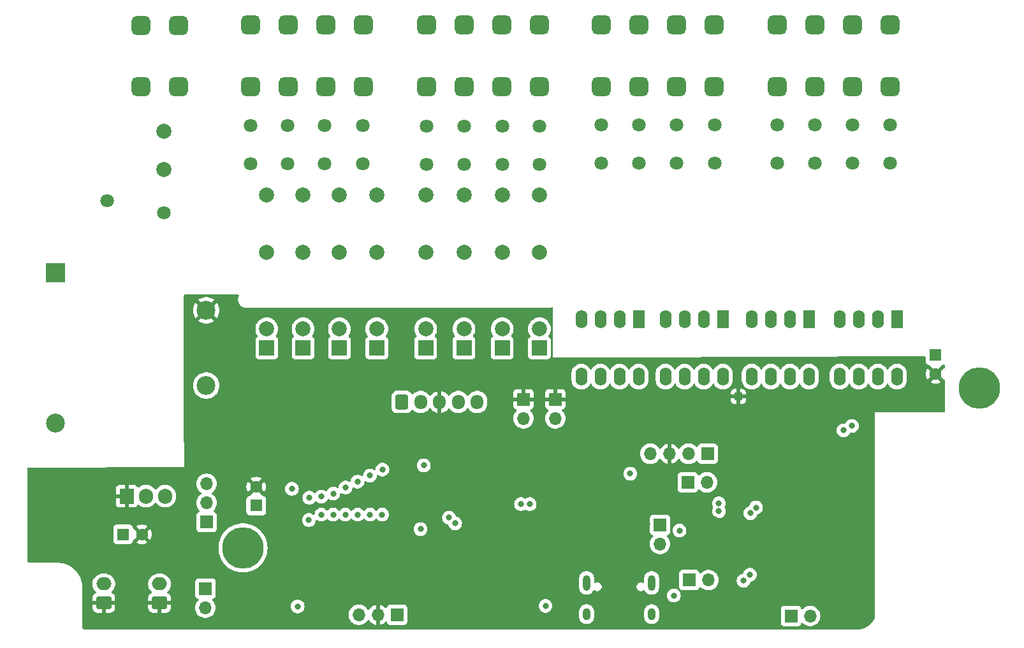
<source format=gbr>
%TF.GenerationSoftware,KiCad,Pcbnew,8.0.4*%
%TF.CreationDate,2024-09-09T03:46:58+02:00*%
%TF.ProjectId,hamodule,68616d6f-6475-46c6-952e-6b696361645f,20240908.24.8-1*%
%TF.SameCoordinates,Original*%
%TF.FileFunction,Copper,L3,Inr*%
%TF.FilePolarity,Positive*%
%FSLAX46Y46*%
G04 Gerber Fmt 4.6, Leading zero omitted, Abs format (unit mm)*
G04 Created by KiCad (PCBNEW 8.0.4) date 2024-09-09 03:46:58*
%MOMM*%
%LPD*%
G01*
G04 APERTURE LIST*
G04 Aperture macros list*
%AMRoundRect*
0 Rectangle with rounded corners*
0 $1 Rounding radius*
0 $2 $3 $4 $5 $6 $7 $8 $9 X,Y pos of 4 corners*
0 Add a 4 corners polygon primitive as box body*
4,1,4,$2,$3,$4,$5,$6,$7,$8,$9,$2,$3,0*
0 Add four circle primitives for the rounded corners*
1,1,$1+$1,$2,$3*
1,1,$1+$1,$4,$5*
1,1,$1+$1,$6,$7*
1,1,$1+$1,$8,$9*
0 Add four rect primitives between the rounded corners*
20,1,$1+$1,$2,$3,$4,$5,0*
20,1,$1+$1,$4,$5,$6,$7,0*
20,1,$1+$1,$6,$7,$8,$9,0*
20,1,$1+$1,$8,$9,$2,$3,0*%
G04 Aperture macros list end*
%TA.AperFunction,ComponentPad*%
%ADD10R,1.700000X1.700000*%
%TD*%
%TA.AperFunction,ComponentPad*%
%ADD11O,1.700000X1.700000*%
%TD*%
%TA.AperFunction,ComponentPad*%
%ADD12C,1.800000*%
%TD*%
%TA.AperFunction,ComponentPad*%
%ADD13RoundRect,0.250000X0.750000X-0.600000X0.750000X0.600000X-0.750000X0.600000X-0.750000X-0.600000X0*%
%TD*%
%TA.AperFunction,ComponentPad*%
%ADD14O,2.000000X1.700000*%
%TD*%
%TA.AperFunction,ComponentPad*%
%ADD15R,2.500000X2.500000*%
%TD*%
%TA.AperFunction,ComponentPad*%
%ADD16C,2.500000*%
%TD*%
%TA.AperFunction,ComponentPad*%
%ADD17R,1.905000X2.000000*%
%TD*%
%TA.AperFunction,ComponentPad*%
%ADD18O,1.905000X2.000000*%
%TD*%
%TA.AperFunction,ComponentPad*%
%ADD19RoundRect,0.625000X0.625000X0.625000X-0.625000X0.625000X-0.625000X-0.625000X0.625000X-0.625000X0*%
%TD*%
%TA.AperFunction,ComponentPad*%
%ADD20C,2.000000*%
%TD*%
%TA.AperFunction,ComponentPad*%
%ADD21R,1.600000X2.400000*%
%TD*%
%TA.AperFunction,ComponentPad*%
%ADD22O,1.600000X2.400000*%
%TD*%
%TA.AperFunction,ComponentPad*%
%ADD23R,1.600000X1.600000*%
%TD*%
%TA.AperFunction,ComponentPad*%
%ADD24C,1.600000*%
%TD*%
%TA.AperFunction,ComponentPad*%
%ADD25R,2.000000X2.000000*%
%TD*%
%TA.AperFunction,ComponentPad*%
%ADD26R,1.000000X1.000000*%
%TD*%
%TA.AperFunction,ComponentPad*%
%ADD27O,1.000000X2.100000*%
%TD*%
%TA.AperFunction,ComponentPad*%
%ADD28O,1.000000X1.600000*%
%TD*%
%TA.AperFunction,ComponentPad*%
%ADD29RoundRect,0.250000X-0.600000X-0.725000X0.600000X-0.725000X0.600000X0.725000X-0.600000X0.725000X0*%
%TD*%
%TA.AperFunction,ComponentPad*%
%ADD30O,1.700000X1.950000*%
%TD*%
%TA.AperFunction,ComponentPad*%
%ADD31C,5.500000*%
%TD*%
%TA.AperFunction,ViaPad*%
%ADD32C,0.800000*%
%TD*%
G04 APERTURE END LIST*
D10*
%TO.N,3.3V+*%
%TO.C,J5*%
X23674000Y5448400D03*
D11*
%TO.N,Net-(J4-Pin_2)*%
X23674000Y2908400D03*
%TD*%
D12*
%TO.N,220VAC(N)*%
%TO.C,RV1*%
X10626400Y57005330D03*
%TO.N,220VAC(L)*%
X18126400Y55372000D03*
%TD*%
D13*
%TO.N,GND*%
%TO.C,J1*%
X17574000Y3568700D03*
D14*
%TO.N,5V+*%
X17574000Y6068700D03*
%TD*%
D15*
%TO.N,220VAC(N)*%
%TO.C,PS1*%
X3780000Y47421800D03*
D16*
%TO.N,220VAC(L)*%
X3780000Y27421800D03*
%TO.N,5V+_PS*%
X23780000Y32421800D03*
%TO.N,GND*%
X23780000Y42421800D03*
%TD*%
D17*
%TO.N,GND*%
%TO.C,U1*%
X13242700Y17729200D03*
D18*
%TO.N,Net-(J4-Pin_2)*%
X15782700Y17729200D03*
%TO.N,5V+*%
X18322700Y17729200D03*
%TD*%
D19*
%TO.N,Net-(F13-Pad2)*%
%TO.C,J15*%
X44691800Y72136000D03*
X44691800Y80335999D03*
%TO.N,Net-(F12-Pad2)*%
X39691800Y72136000D03*
X39691800Y80335999D03*
%TO.N,Net-(F11-Pad2)*%
X34691800Y72136000D03*
X34691800Y80335999D03*
%TO.N,Net-(F10-Pad2)*%
X29691800Y72136000D03*
X29691800Y80335999D03*
%TD*%
%TO.N,Net-(F1-Pad1)*%
%TO.C,J2*%
X20144000Y72112401D03*
X20144000Y80312400D03*
%TO.N,220VAC(N)*%
X15144000Y72112401D03*
X15144000Y80312400D03*
%TD*%
%TO.N,Net-(F2-Pad2)*%
%TO.C,J7*%
X91264000Y72140201D03*
X91264000Y80340200D03*
%TO.N,Net-(F3-Pad2)*%
X86264000Y72140201D03*
X86264000Y80340200D03*
%TO.N,Net-(F4-Pad2)*%
X81264000Y72140201D03*
X81264000Y80340200D03*
%TO.N,Net-(F5-Pad2)*%
X76264000Y72140201D03*
X76264000Y80340200D03*
%TD*%
D20*
%TO.N,Net-(F1-Pad1)*%
%TO.C,F1*%
X18161000Y66243200D03*
%TO.N,220VAC(L)*%
X18151000Y61163200D03*
%TD*%
D21*
%TO.N,Net-(R23-Pad2)*%
%TO.C,U4*%
X115513178Y41232282D03*
D22*
%TO.N,220VAC(N)-LowV*%
X112973178Y41232282D03*
X110433178Y41232282D03*
%TO.N,Net-(R24-Pad2)*%
X107893178Y41232282D03*
%TO.N,Net-(U9-A2)*%
X107893178Y33612282D03*
%TO.N,3.3V+*%
X110433178Y33612282D03*
X112973178Y33612282D03*
%TO.N,Net-(U9-A1)*%
X115513178Y33612282D03*
%TD*%
D21*
%TO.N,Net-(R19-Pad2)*%
%TO.C,U7*%
X81205300Y41228800D03*
D22*
%TO.N,220VAC(N)-LowV*%
X78665300Y41228800D03*
X76125300Y41228800D03*
%TO.N,Net-(R20-Pad2)*%
X73585300Y41228800D03*
%TO.N,Net-(J19-Pin_2)*%
X73585300Y33608800D03*
%TO.N,3.3V+*%
X76125300Y33608800D03*
X78665300Y33608800D03*
%TO.N,Net-(U9-A7)*%
X81205300Y33608800D03*
%TD*%
D21*
%TO.N,Net-(R21-Pad2)*%
%TO.C,U6*%
X92381300Y41228800D03*
D22*
%TO.N,220VAC(N)-LowV*%
X89841300Y41228800D03*
X87301300Y41228800D03*
%TO.N,Net-(R22-Pad2)*%
X84761300Y41228800D03*
%TO.N,Net-(U9-A6)*%
X84761300Y33608800D03*
%TO.N,3.3V+*%
X87301300Y33608800D03*
X89841300Y33608800D03*
%TO.N,Net-(U9-A5)*%
X92381300Y33608800D03*
%TD*%
D13*
%TO.N,GND*%
%TO.C,J4*%
X10174000Y3568700D03*
D14*
%TO.N,Net-(J4-Pin_2)*%
X10174000Y6068700D03*
%TD*%
D10*
%TO.N,RXD0*%
%TO.C,J10*%
X101429402Y1808701D03*
D11*
%TO.N,TXD0*%
X103969402Y1808701D03*
%TD*%
D10*
%TO.N,GND*%
%TO.C,J19*%
X70124000Y30608400D03*
D11*
%TO.N,Net-(J19-Pin_2)*%
X70124000Y28068400D03*
%TD*%
D23*
%TO.N,Net-(JP1-B)*%
%TO.C,C19*%
X120624000Y36468400D03*
D24*
%TO.N,GND*%
X120624000Y33968400D03*
%TD*%
D10*
%TO.N,GPIO15*%
%TO.C,J14*%
X90364000Y23368400D03*
D11*
%TO.N,GPIO7*%
X87824000Y23368400D03*
%TO.N,GND*%
X85284000Y23368400D03*
%TO.N,3.3V+*%
X82744000Y23368400D03*
%TD*%
D19*
%TO.N,Net-(F6-Pad2)*%
%TO.C,J6*%
X114621702Y72140201D03*
X114621702Y80340200D03*
%TO.N,Net-(F7-Pad2)*%
X109621702Y72140201D03*
X109621702Y80340200D03*
%TO.N,Net-(F8-Pad2)*%
X104621702Y72140201D03*
X104621702Y80340200D03*
%TO.N,Net-(F9-Pad2)*%
X99621702Y72140201D03*
X99621702Y80340200D03*
%TD*%
%TO.N,Net-(F17-Pad2)*%
%TO.C,J16*%
X68059800Y72136000D03*
X68059800Y80335999D03*
%TO.N,Net-(F16-Pad2)*%
X63059800Y72136000D03*
X63059800Y80335999D03*
%TO.N,Net-(F15-Pad2)*%
X58059800Y72136000D03*
X58059800Y80335999D03*
%TO.N,Net-(F14-Pad2)*%
X53059800Y72136000D03*
X53059800Y80335999D03*
%TD*%
D12*
%TO.N,Net-(F15-Pad1)*%
%TO.C,F15*%
X58026800Y61849000D03*
%TO.N,Net-(F15-Pad2)*%
X58026800Y66929000D03*
%TD*%
D25*
%TO.N,Net-(U11-O5)*%
%TO.C,K5*%
X52911000Y37424500D03*
D20*
%TO.N,5V+*%
X52911000Y39964500D03*
%TO.N,220VAC(L)*%
X52911000Y50124500D03*
%TO.N,Net-(F14-Pad1)*%
X52911000Y57744500D03*
%TD*%
D10*
%TO.N,GPIO3*%
%TO.C,J12*%
X87724000Y19568400D03*
D11*
%TO.N,GPIO9*%
X90264000Y19568400D03*
%TD*%
D12*
%TO.N,Net-(F4-Pad1)*%
%TO.C,F4*%
X81228000Y61952500D03*
%TO.N,Net-(F4-Pad2)*%
X81228000Y67032500D03*
%TD*%
D23*
%TO.N,5V+_PS*%
%TO.C,C18*%
X30424000Y16486020D03*
D24*
%TO.N,GND*%
X30424000Y18986020D03*
%TD*%
D25*
%TO.N,Net-(U11-O6)*%
%TO.C,K6*%
X57991000Y37424500D03*
D20*
%TO.N,5V+*%
X57991000Y39964500D03*
%TO.N,220VAC(L)*%
X57991000Y50124500D03*
%TO.N,Net-(F15-Pad1)*%
X57991000Y57744500D03*
%TD*%
D12*
%TO.N,Net-(F2-Pad1)*%
%TO.C,F2*%
X91286400Y61952500D03*
%TO.N,Net-(F2-Pad2)*%
X91286400Y67032500D03*
%TD*%
D10*
%TO.N,GND*%
%TO.C,J17*%
X65924000Y30608400D03*
D11*
%TO.N,Net-(J17-Pin_2)*%
X65924000Y28068400D03*
%TD*%
D10*
%TO.N,GPIO12*%
%TO.C,J13*%
X84039402Y13923701D03*
D11*
%TO.N,GPIO13*%
X84039402Y11383701D03*
%TD*%
D12*
%TO.N,Net-(F7-Pad1)*%
%TO.C,F7*%
X109626400Y61950600D03*
%TO.N,Net-(F7-Pad2)*%
X109626400Y67030600D03*
%TD*%
D10*
%TO.N,SDA*%
%TO.C,J11*%
X87929800Y6578600D03*
D11*
%TO.N,SCL*%
X90469800Y6578600D03*
%TD*%
D26*
%TO.N,GND*%
%TO.C,TP1*%
X94424000Y30968400D03*
%TD*%
D12*
%TO.N,Net-(F8-Pad1)*%
%TO.C,F8*%
X104621800Y61950600D03*
%TO.N,Net-(F8-Pad2)*%
X104621800Y67030600D03*
%TD*%
%TO.N,Net-(F13-Pad1)*%
%TO.C,F13*%
X44532300Y61935500D03*
%TO.N,Net-(F13-Pad2)*%
X44532300Y67015500D03*
%TD*%
D21*
%TO.N,Net-(R25-Pad2)*%
%TO.C,U5*%
X103829178Y41232282D03*
D22*
%TO.N,220VAC(N)-LowV*%
X101289178Y41232282D03*
X98749178Y41232282D03*
%TO.N,Net-(R26-Pad2)*%
X96209178Y41232282D03*
%TO.N,Net-(U9-A4)*%
X96209178Y33612282D03*
%TO.N,3.3V+*%
X98749178Y33612282D03*
X101289178Y33612282D03*
%TO.N,Net-(U9-A3)*%
X103829178Y33612282D03*
%TD*%
D10*
%TO.N,Net-(D4-DOUT)*%
%TO.C,J8*%
X49116800Y1966700D03*
D11*
%TO.N,GND*%
X46576800Y1966700D03*
%TO.N,5V+*%
X44036800Y1966700D03*
%TD*%
D12*
%TO.N,Net-(F14-Pad1)*%
%TO.C,F14*%
X53073800Y61849000D03*
%TO.N,Net-(F14-Pad2)*%
X53073800Y66929000D03*
%TD*%
D27*
%TO.N,Net-(J3-SHIELD)*%
%TO.C,J3*%
X74285402Y6222801D03*
D28*
X74285402Y2042801D03*
D27*
X82925402Y6222801D03*
D28*
X82925402Y2042801D03*
%TD*%
D29*
%TO.N,5V+*%
%TO.C,J9*%
X49762400Y30243000D03*
D30*
%TO.N,3.3V+*%
X52262400Y30243000D03*
%TO.N,GND*%
X54762400Y30243000D03*
%TO.N,SCL*%
X57262400Y30243000D03*
%TO.N,SDA*%
X59762400Y30243000D03*
%TD*%
D10*
%TO.N,VBUS*%
%TO.C,SW1*%
X23834000Y14298400D03*
D11*
%TO.N,5V+*%
X23834000Y16838400D03*
%TO.N,5V+_PS*%
X23834000Y19378400D03*
%TD*%
D12*
%TO.N,Net-(F6-Pad1)*%
%TO.C,F6*%
X114604800Y61950600D03*
%TO.N,Net-(F6-Pad2)*%
X114604800Y67030600D03*
%TD*%
%TO.N,Net-(F3-Pad1)*%
%TO.C,F3*%
X86257200Y61952500D03*
%TO.N,Net-(F3-Pad2)*%
X86257200Y67032500D03*
%TD*%
%TO.N,Net-(F16-Pad1)*%
%TO.C,F16*%
X63106800Y61849000D03*
%TO.N,Net-(F16-Pad2)*%
X63106800Y66929000D03*
%TD*%
D31*
%TO.N,unconnected-(H5-Pad1)*%
%TO.C,H5*%
X28664000Y10858400D03*
%TD*%
D25*
%TO.N,Net-(U11-O1)*%
%TO.C,K1*%
X31818300Y37424500D03*
D20*
%TO.N,5V+*%
X31818300Y39964500D03*
%TO.N,220VAC(L)*%
X31818300Y50124500D03*
%TO.N,Net-(F10-Pad1)*%
X31818300Y57744500D03*
%TD*%
D25*
%TO.N,Net-(U11-O2)*%
%TO.C,K2*%
X36644300Y37424500D03*
D20*
%TO.N,5V+*%
X36644300Y39964500D03*
%TO.N,220VAC(L)*%
X36644300Y50124500D03*
%TO.N,Net-(F11-Pad1)*%
X36644300Y57744500D03*
%TD*%
D12*
%TO.N,Net-(F11-Pad1)*%
%TO.C,F11*%
X34612300Y61935500D03*
%TO.N,Net-(F11-Pad2)*%
X34612300Y67015500D03*
%TD*%
D25*
%TO.N,Net-(U11-O4)*%
%TO.C,K4*%
X46423300Y37424500D03*
D20*
%TO.N,5V+*%
X46423300Y39964500D03*
%TO.N,220VAC(L)*%
X46423300Y50124500D03*
%TO.N,Net-(F13-Pad1)*%
X46423300Y57744500D03*
%TD*%
D25*
%TO.N,Net-(U11-O7)*%
%TO.C,K7*%
X63071000Y37424500D03*
D20*
%TO.N,5V+*%
X63071000Y39964500D03*
%TO.N,220VAC(L)*%
X63071000Y50124500D03*
%TO.N,Net-(F16-Pad1)*%
X63071000Y57744500D03*
%TD*%
D25*
%TO.N,Net-(U11-O8)*%
%TO.C,K8*%
X68024000Y37424500D03*
D20*
%TO.N,5V+*%
X68024000Y39964500D03*
%TO.N,220VAC(L)*%
X68024000Y50124500D03*
%TO.N,Net-(F17-Pad1)*%
X68024000Y57744500D03*
%TD*%
D25*
%TO.N,Net-(U11-O3)*%
%TO.C,K3*%
X41470300Y37424500D03*
D20*
%TO.N,5V+*%
X41470300Y39964500D03*
%TO.N,220VAC(L)*%
X41470300Y50124500D03*
%TO.N,Net-(F12-Pad1)*%
X41470300Y57744500D03*
%TD*%
D31*
%TO.N,unconnected-(H4-Pad1)*%
%TO.C,H4*%
X126424000Y32080200D03*
%TD*%
D23*
%TO.N,Net-(J4-Pin_2)*%
%TO.C,C12*%
X12734700Y12649200D03*
D24*
%TO.N,GND*%
X15234700Y12649200D03*
%TD*%
D12*
%TO.N,Net-(F9-Pad1)*%
%TO.C,F9*%
X99621800Y61980000D03*
%TO.N,Net-(F9-Pad2)*%
X99621800Y67060000D03*
%TD*%
%TO.N,Net-(F5-Pad1)*%
%TO.C,F5*%
X76249600Y61952500D03*
%TO.N,Net-(F5-Pad2)*%
X76249600Y67032500D03*
%TD*%
%TO.N,Net-(F17-Pad1)*%
%TO.C,F17*%
X68059800Y61849000D03*
%TO.N,Net-(F17-Pad2)*%
X68059800Y66929000D03*
%TD*%
%TO.N,Net-(F10-Pad1)*%
%TO.C,F10*%
X29659300Y61935500D03*
%TO.N,Net-(F10-Pad2)*%
X29659300Y67015500D03*
%TD*%
%TO.N,Net-(F12-Pad1)*%
%TO.C,F12*%
X39532300Y61935500D03*
%TO.N,Net-(F12-Pad2)*%
X39532300Y67015500D03*
%TD*%
D32*
%TO.N,3.3V+*%
X86624000Y13168400D03*
X80084000Y20708400D03*
X35924000Y3068400D03*
X52674000Y21818400D03*
X65574000Y16668400D03*
X66724000Y16668400D03*
X109524000Y27068400D03*
X108413402Y26468400D03*
X52233529Y13358871D03*
%TO.N,IO0*%
X68834000Y3148200D03*
X85878497Y4522897D03*
%TO.N,GND*%
X17824000Y15668400D03*
X35774000Y16018400D03*
X774000Y9518400D03*
X81224000Y17268400D03*
X111124000Y16968400D03*
X111124000Y19968400D03*
X102124000Y15468400D03*
X64126204Y1920409D03*
X64010737Y5981663D03*
X96724000Y19868400D03*
X66924000Y18668400D03*
X105124000Y9468400D03*
X109624000Y19968400D03*
X31424000Y7568400D03*
X48124000Y6868400D03*
X102124000Y9468400D03*
X96724000Y17968400D03*
X108124000Y18468400D03*
X111124000Y9468400D03*
X67653400Y11268400D03*
X74974000Y14098701D03*
X76606400Y31267400D03*
X17220969Y8668400D03*
X121324000Y29418400D03*
X97924000Y15368400D03*
X48574000Y15268400D03*
X74774000Y12168400D03*
X58774000Y11918400D03*
X45724000Y25768400D03*
X87706200Y29743400D03*
X17024000Y10068400D03*
X105024000Y7268400D03*
X65824000Y25743400D03*
X41324000Y25468400D03*
X28449000Y33568400D03*
X57624000Y24018400D03*
X73374000Y8018400D03*
X82324000Y14098701D03*
X57624000Y21168400D03*
X93624000Y2768400D03*
X111124000Y10968400D03*
X104668242Y27468399D03*
X43124000Y6790296D03*
X111524000Y29668400D03*
X105224000Y18468400D03*
X87824000Y10268400D03*
X111124000Y13968400D03*
X100624000Y10768400D03*
X49374000Y6868400D03*
X91324000Y18068400D03*
X100546400Y31216600D03*
X97224000Y8168400D03*
X6172200Y10109200D03*
X6146800Y12217400D03*
X50974000Y15368400D03*
X82424000Y12268400D03*
X50874000Y4468400D03*
X78625400Y8862301D03*
X105445758Y23689201D03*
X111924000Y23968400D03*
X69674000Y35218400D03*
X103624000Y10968400D03*
X55224000Y18768400D03*
X109624000Y12668400D03*
X55212400Y27768400D03*
X87731600Y31242000D03*
X45724000Y24668400D03*
X111824000Y26968400D03*
X95124000Y14568400D03*
X67487800Y2032000D03*
X31524000Y1968400D03*
X58324000Y10168400D03*
X96424000Y2768400D03*
X89357200Y29743400D03*
X100546400Y29718000D03*
X74324000Y18568400D03*
X103824000Y19868400D03*
X6124000Y16068400D03*
X78181200Y31216600D03*
X55224000Y21118400D03*
X95624000Y9568400D03*
X108124000Y7268400D03*
X6096000Y14198600D03*
X98924000Y2768400D03*
X97824000Y17168400D03*
X102124000Y12368400D03*
X74774000Y8318400D03*
X97224000Y10968400D03*
X57624000Y18718400D03*
X106624000Y10968400D03*
X89357200Y31267400D03*
X39824000Y6790296D03*
X83324000Y17268400D03*
X99224000Y19968400D03*
X99124000Y9568400D03*
X40402300Y890100D03*
X111524000Y31168400D03*
X81224000Y15326200D03*
X50224000Y26768400D03*
X100724000Y8168400D03*
X102224000Y18468400D03*
X35724000Y25468400D03*
X56724000Y4268400D03*
X99555800Y31216600D03*
X54124000Y26768400D03*
X82244849Y8547551D03*
X87424000Y17318400D03*
X109624000Y15468400D03*
X50274000Y23918400D03*
X88024000Y2184400D03*
X84024000Y8268400D03*
X28449000Y28293400D03*
X91324000Y14655101D03*
X85524000Y17268400D03*
X111224000Y6368400D03*
X55224000Y23968400D03*
X111924000Y24968400D03*
X91324000Y2768400D03*
X97024000Y14468400D03*
X70142600Y11268400D03*
X674000Y20918400D03*
X88824000Y3268400D03*
X108124000Y9468400D03*
X76606400Y29743400D03*
X106624000Y19868400D03*
X78130400Y29692600D03*
X36624000Y6790296D03*
X57150000Y1041400D03*
X99530400Y29692600D03*
%TO.N,SDA*%
X95986468Y7298201D03*
X56824000Y14118400D03*
%TO.N,SCL*%
X95129402Y6498701D03*
X56024000Y14886600D03*
%TO.N,/ESP-D+*%
X96038170Y15477469D03*
X91853360Y15726201D03*
%TO.N,/ESP-D-*%
X91853360Y16776201D03*
X96780634Y16219933D03*
%TO.N,Net-(U11-I1)*%
X35158314Y18702714D03*
%TO.N,Net-(U11-I2)*%
X37474000Y17518400D03*
X37410000Y14554400D03*
%TO.N,Net-(U11-I3)*%
X39072400Y15268400D03*
X39072400Y17668400D03*
%TO.N,Net-(U11-I4)*%
X40647200Y15268400D03*
X40650783Y18068400D03*
%TO.N,Net-(U11-I5)*%
X42272800Y15268400D03*
X42274000Y18868400D03*
%TO.N,Net-(U11-I8)*%
X47174000Y21268400D03*
X47149600Y15268400D03*
%TO.N,Net-(U11-I7)*%
X45524000Y20468400D03*
X45524000Y15268400D03*
%TO.N,Net-(U11-I6)*%
X43874000Y19668400D03*
X43887000Y15268400D03*
%TD*%
%TA.AperFunction,Conductor*%
%TO.N,GND*%
G36*
X27999524Y44511521D02*
G01*
X28066522Y44491699D01*
X28112169Y44438802D01*
X28121972Y44369624D01*
X28114596Y44344946D01*
X28115553Y44344597D01*
X28047241Y44156916D01*
X28013500Y43965559D01*
X28013500Y43771242D01*
X28047241Y43579885D01*
X28113700Y43397293D01*
X28113703Y43397286D01*
X28210858Y43229008D01*
X28335757Y43080158D01*
X28484607Y42955259D01*
X28484608Y42955258D01*
X28484610Y42955257D01*
X28652890Y42858101D01*
X28835484Y42791642D01*
X29026844Y42757900D01*
X29026846Y42757900D01*
X69321154Y42757900D01*
X69321156Y42757900D01*
X69512516Y42791642D01*
X69663492Y42846594D01*
X69733219Y42851026D01*
X69794275Y42817056D01*
X69827273Y42755469D01*
X69829902Y42730270D01*
X69840033Y36375863D01*
X69840400Y36145800D01*
X82848300Y36183500D01*
X95856200Y36221200D01*
X119191143Y36288831D01*
X119258237Y36269341D01*
X119304145Y36216670D01*
X119315500Y36164832D01*
X119315500Y35619746D01*
X119322011Y35559198D01*
X119322011Y35559196D01*
X119373111Y35422196D01*
X119460739Y35305139D01*
X119577796Y35217511D01*
X119714799Y35166411D01*
X119742050Y35163482D01*
X119775345Y35159901D01*
X119775360Y35159901D01*
X119775362Y35159900D01*
X119775364Y35159900D01*
X119778669Y35159723D01*
X119778659Y35159545D01*
X119778665Y35159544D01*
X119778653Y35159441D01*
X119778591Y35158272D01*
X119840084Y35140215D01*
X119885839Y35087411D01*
X119891519Y35054433D01*
X120577553Y34368400D01*
X120571339Y34368400D01*
X120469606Y34341141D01*
X120378394Y34288480D01*
X120303920Y34214006D01*
X120251259Y34122794D01*
X120224000Y34021061D01*
X120224000Y34014848D01*
X119544974Y34693874D01*
X119544973Y34693874D01*
X119493868Y34620888D01*
X119493866Y34620884D01*
X119397734Y34414727D01*
X119397730Y34414718D01*
X119338860Y34195011D01*
X119338858Y34195000D01*
X119319034Y33968403D01*
X119319034Y33968398D01*
X119338858Y33741801D01*
X119338860Y33741790D01*
X119397730Y33522083D01*
X119397735Y33522069D01*
X119493863Y33315922D01*
X119544974Y33242928D01*
X120224000Y33921954D01*
X120224000Y33915739D01*
X120251259Y33814006D01*
X120303920Y33722794D01*
X120378394Y33648320D01*
X120469606Y33595659D01*
X120571339Y33568400D01*
X120577553Y33568400D01*
X119898526Y32889375D01*
X119971513Y32838268D01*
X119971521Y32838264D01*
X120177668Y32742136D01*
X120177682Y32742131D01*
X120397389Y32683261D01*
X120397400Y32683259D01*
X120623998Y32663434D01*
X120624002Y32663434D01*
X120850599Y32683259D01*
X120850610Y32683261D01*
X121070317Y32742131D01*
X121070331Y32742136D01*
X121276478Y32838264D01*
X121349471Y32889376D01*
X120670447Y33568400D01*
X120676661Y33568400D01*
X120778394Y33595659D01*
X120869606Y33648320D01*
X120944080Y33722794D01*
X120996741Y33814006D01*
X121024000Y33915739D01*
X121024000Y33921953D01*
X121703024Y33242929D01*
X121737192Y33245918D01*
X121805692Y33232151D01*
X121855876Y33183536D01*
X121872000Y33122390D01*
X121872000Y29005400D01*
X121852315Y28938361D01*
X121799511Y28892606D01*
X121748000Y28881400D01*
X112547400Y28881400D01*
X112535857Y1583016D01*
X112524933Y1532177D01*
X112453438Y1373322D01*
X112446479Y1360063D01*
X112296218Y1111499D01*
X112287712Y1099176D01*
X112108581Y870533D01*
X112098651Y859325D01*
X111893275Y653949D01*
X111882067Y644019D01*
X111653424Y464888D01*
X111641101Y456382D01*
X111392536Y306120D01*
X111379277Y299161D01*
X111114406Y179952D01*
X111100410Y174645D01*
X110838346Y92982D01*
X110823115Y88236D01*
X110808577Y84653D01*
X110522876Y32296D01*
X110508010Y30491D01*
X110419687Y25149D01*
X110412229Y24923D01*
X7624827Y1722D01*
X7577346Y11161D01*
X7574113Y12500D01*
X7544333Y24836D01*
X7516300Y41021D01*
X7461533Y83046D01*
X7438645Y105934D01*
X7396621Y160700D01*
X7380435Y188734D01*
X7354019Y252508D01*
X7345641Y283776D01*
X7336477Y353383D01*
X7335416Y369523D01*
X7335238Y864631D01*
X7333583Y5456320D01*
X7333650Y5460375D01*
X7339065Y5624063D01*
X7335043Y5684061D01*
X7331205Y5741332D01*
X7316856Y5955405D01*
X7279694Y6175616D01*
X8665500Y6175616D01*
X8665500Y5961785D01*
X8698951Y5750583D01*
X8765026Y5547220D01*
X8765027Y5547217D01*
X8850922Y5378640D01*
X8862106Y5356691D01*
X8987794Y5183696D01*
X8987796Y5183694D01*
X9126070Y5045420D01*
X9159555Y4984097D01*
X9154571Y4914405D01*
X9112699Y4858472D01*
X9103486Y4852201D01*
X8955659Y4761020D01*
X8955655Y4761017D01*
X8831684Y4637046D01*
X8739643Y4487825D01*
X8739641Y4487820D01*
X8684494Y4321398D01*
X8684493Y4321391D01*
X8674000Y4218687D01*
X8674000Y3818700D01*
X9740988Y3818700D01*
X9708075Y3761693D01*
X9674000Y3634526D01*
X9674000Y3502874D01*
X9708075Y3375707D01*
X9740988Y3318700D01*
X8674001Y3318700D01*
X8674001Y2918714D01*
X8684494Y2816003D01*
X8739641Y2649581D01*
X8739643Y2649576D01*
X8831684Y2500355D01*
X8955654Y2376385D01*
X9104875Y2284344D01*
X9104880Y2284342D01*
X9271302Y2229195D01*
X9271309Y2229194D01*
X9374019Y2218701D01*
X9923999Y2218701D01*
X9924000Y2218702D01*
X9924000Y3135688D01*
X9981007Y3102775D01*
X10108174Y3068700D01*
X10239826Y3068700D01*
X10366993Y3102775D01*
X10424000Y3135688D01*
X10424000Y2218701D01*
X10973972Y2218701D01*
X10973986Y2218702D01*
X11076697Y2229195D01*
X11243119Y2284342D01*
X11243124Y2284344D01*
X11392345Y2376385D01*
X11516315Y2500355D01*
X11608356Y2649576D01*
X11608358Y2649581D01*
X11663505Y2816003D01*
X11663506Y2816010D01*
X11673999Y2918714D01*
X11674000Y2918727D01*
X11674000Y3318700D01*
X10607012Y3318700D01*
X10639925Y3375707D01*
X10674000Y3502874D01*
X10674000Y3634526D01*
X10639925Y3761693D01*
X10607012Y3818700D01*
X11673999Y3818700D01*
X11673999Y4218672D01*
X11673998Y4218687D01*
X11663505Y4321398D01*
X11608358Y4487820D01*
X11608356Y4487825D01*
X11516315Y4637046D01*
X11392344Y4761017D01*
X11392340Y4761020D01*
X11244513Y4852201D01*
X11197788Y4904149D01*
X11186567Y4973111D01*
X11214410Y5037193D01*
X11221907Y5045398D01*
X11360206Y5183696D01*
X11485894Y5356691D01*
X11582972Y5547217D01*
X11649049Y5750584D01*
X11682500Y5961784D01*
X11682500Y6175616D01*
X16065500Y6175616D01*
X16065500Y5961785D01*
X16098951Y5750583D01*
X16165026Y5547220D01*
X16165027Y5547217D01*
X16250922Y5378640D01*
X16262106Y5356691D01*
X16387794Y5183696D01*
X16387796Y5183694D01*
X16526070Y5045420D01*
X16559555Y4984097D01*
X16554571Y4914405D01*
X16512699Y4858472D01*
X16503486Y4852201D01*
X16355659Y4761020D01*
X16355655Y4761017D01*
X16231684Y4637046D01*
X16139643Y4487825D01*
X16139641Y4487820D01*
X16084494Y4321398D01*
X16084493Y4321391D01*
X16074000Y4218687D01*
X16074000Y3818700D01*
X17140988Y3818700D01*
X17108075Y3761693D01*
X17074000Y3634526D01*
X17074000Y3502874D01*
X17108075Y3375707D01*
X17140988Y3318700D01*
X16074001Y3318700D01*
X16074001Y2918714D01*
X16084494Y2816003D01*
X16139641Y2649581D01*
X16139643Y2649576D01*
X16231684Y2500355D01*
X16355654Y2376385D01*
X16504875Y2284344D01*
X16504880Y2284342D01*
X16671302Y2229195D01*
X16671309Y2229194D01*
X16774019Y2218701D01*
X17323999Y2218701D01*
X17324000Y2218702D01*
X17324000Y3135688D01*
X17381007Y3102775D01*
X17508174Y3068700D01*
X17639826Y3068700D01*
X17766993Y3102775D01*
X17824000Y3135688D01*
X17824000Y2218701D01*
X18373972Y2218701D01*
X18373986Y2218702D01*
X18476697Y2229195D01*
X18643119Y2284342D01*
X18643124Y2284344D01*
X18792345Y2376385D01*
X18916315Y2500355D01*
X19008356Y2649576D01*
X19008358Y2649581D01*
X19063505Y2816003D01*
X19063506Y2816010D01*
X19072946Y2908406D01*
X22310844Y2908406D01*
X22310844Y2908395D01*
X22329434Y2684041D01*
X22329436Y2684029D01*
X22384703Y2465786D01*
X22475140Y2259608D01*
X22598276Y2071135D01*
X22598284Y2071124D01*
X22750756Y1905498D01*
X22750761Y1905493D01*
X22809981Y1859400D01*
X22928424Y1767211D01*
X22928425Y1767211D01*
X22928427Y1767209D01*
X22974402Y1742329D01*
X23126426Y1660058D01*
X23339365Y1586956D01*
X23561431Y1549900D01*
X23786569Y1549900D01*
X24008635Y1586956D01*
X24221574Y1660058D01*
X24419576Y1767211D01*
X24597240Y1905494D01*
X24653590Y1966706D01*
X42673644Y1966706D01*
X42673644Y1966695D01*
X42692234Y1742341D01*
X42692236Y1742329D01*
X42747503Y1524086D01*
X42837940Y1317908D01*
X42961076Y1129435D01*
X42961084Y1129424D01*
X43113556Y963798D01*
X43113561Y963793D01*
X43158783Y928595D01*
X43291224Y825511D01*
X43291225Y825511D01*
X43291227Y825509D01*
X43417935Y756939D01*
X43489226Y718358D01*
X43702165Y645256D01*
X43924231Y608200D01*
X44149369Y608200D01*
X44371435Y645256D01*
X44584374Y718358D01*
X44782376Y825511D01*
X44960040Y963794D01*
X45065095Y1077913D01*
X45112515Y1129424D01*
X45112515Y1129425D01*
X45112522Y1129432D01*
X45206549Y1273353D01*
X45259694Y1318706D01*
X45328925Y1328130D01*
X45392261Y1298628D01*
X45411930Y1276652D01*
X45538690Y1095622D01*
X45705717Y928595D01*
X45899221Y793100D01*
X46113307Y693271D01*
X46113316Y693267D01*
X46326800Y636066D01*
X46326800Y1533688D01*
X46383807Y1500775D01*
X46510974Y1466700D01*
X46642626Y1466700D01*
X46769793Y1500775D01*
X46826800Y1533688D01*
X46826800Y636067D01*
X47040283Y693267D01*
X47040292Y693271D01*
X47254378Y793100D01*
X47447878Y928592D01*
X47563714Y1044428D01*
X47625037Y1077913D01*
X47694729Y1072929D01*
X47750663Y1031058D01*
X47767577Y1000081D01*
X47815910Y870497D01*
X47831628Y849500D01*
X47903539Y753439D01*
X48020596Y665811D01*
X48157599Y614711D01*
X48184850Y611782D01*
X48218145Y608201D01*
X48218162Y608200D01*
X50015438Y608200D01*
X50015454Y608201D01*
X50042492Y611109D01*
X50076001Y614711D01*
X50213004Y665811D01*
X50330061Y753439D01*
X50417689Y870496D01*
X50468789Y1007499D01*
X50472759Y1044428D01*
X50475299Y1068046D01*
X50475300Y1068063D01*
X50475300Y2865338D01*
X50475299Y2865355D01*
X50470670Y2908406D01*
X50468789Y2925901D01*
X50466022Y2933319D01*
X50439359Y3004806D01*
X50417689Y3062904D01*
X50353837Y3148200D01*
X67920496Y3148200D01*
X67940458Y2958272D01*
X67940459Y2958269D01*
X67999470Y2776651D01*
X67999473Y2776644D01*
X68094960Y2611256D01*
X68222747Y2469334D01*
X68377248Y2357082D01*
X68551712Y2279406D01*
X68738513Y2239700D01*
X68929487Y2239700D01*
X69116288Y2279406D01*
X69290752Y2357082D01*
X69407817Y2442135D01*
X73276902Y2442135D01*
X73276902Y1643468D01*
X73315656Y1448640D01*
X73315658Y1448632D01*
X73391679Y1265100D01*
X73391684Y1265091D01*
X73502048Y1099921D01*
X73502051Y1099917D01*
X73642517Y959451D01*
X73642521Y959448D01*
X73807691Y849084D01*
X73807697Y849081D01*
X73807698Y849080D01*
X73991233Y773057D01*
X74186068Y734302D01*
X74186072Y734301D01*
X74186073Y734301D01*
X74384732Y734301D01*
X74384733Y734302D01*
X74579571Y773057D01*
X74763106Y849080D01*
X74928283Y959448D01*
X75068755Y1099920D01*
X75179123Y1265097D01*
X75255146Y1448632D01*
X75293902Y1643472D01*
X75293902Y2442130D01*
X75293901Y2442135D01*
X81916902Y2442135D01*
X81916902Y1643468D01*
X81955656Y1448640D01*
X81955658Y1448632D01*
X82031679Y1265100D01*
X82031684Y1265091D01*
X82142048Y1099921D01*
X82142051Y1099917D01*
X82282517Y959451D01*
X82282521Y959448D01*
X82447691Y849084D01*
X82447697Y849081D01*
X82447698Y849080D01*
X82631233Y773057D01*
X82826068Y734302D01*
X82826072Y734301D01*
X82826073Y734301D01*
X83024732Y734301D01*
X83024733Y734302D01*
X83219571Y773057D01*
X83403106Y849080D01*
X83568283Y959448D01*
X83708755Y1099920D01*
X83819123Y1265097D01*
X83895146Y1448632D01*
X83933902Y1643472D01*
X83933902Y2442130D01*
X83895146Y2636970D01*
X83865991Y2707356D01*
X100070902Y2707356D01*
X100070902Y910047D01*
X100077413Y849499D01*
X100077413Y849497D01*
X100105925Y773057D01*
X100128513Y712497D01*
X100216141Y595440D01*
X100333198Y507812D01*
X100470201Y456712D01*
X100497452Y453783D01*
X100530747Y450202D01*
X100530764Y450201D01*
X102328040Y450201D01*
X102328056Y450202D01*
X102355094Y453110D01*
X102388603Y456712D01*
X102525606Y507812D01*
X102642663Y595440D01*
X102730291Y712497D01*
X102775540Y833814D01*
X102817411Y889745D01*
X102882876Y914162D01*
X102951148Y899310D01*
X102982947Y874465D01*
X103046162Y805795D01*
X103223826Y667512D01*
X103223827Y667512D01*
X103223829Y667510D01*
X103267237Y644019D01*
X103421828Y560359D01*
X103634767Y487257D01*
X103856833Y450201D01*
X104081971Y450201D01*
X104304037Y487257D01*
X104516976Y560359D01*
X104714978Y667512D01*
X104892642Y805795D01*
X105005686Y928592D01*
X105045117Y971425D01*
X105045118Y971427D01*
X105045124Y971433D01*
X105168262Y1159910D01*
X105258698Y1366085D01*
X105313966Y1584333D01*
X105313967Y1584342D01*
X105332558Y1808696D01*
X105332558Y1808707D01*
X105313967Y2033061D01*
X105313965Y2033073D01*
X105271793Y2199606D01*
X105258698Y2251317D01*
X105168262Y2457492D01*
X105162843Y2465786D01*
X105051003Y2636970D01*
X105045124Y2645969D01*
X105045121Y2645972D01*
X105045117Y2645978D01*
X104892645Y2811604D01*
X104892640Y2811609D01*
X104745796Y2925903D01*
X104714978Y2949890D01*
X104714977Y2949891D01*
X104714974Y2949893D01*
X104516982Y3057040D01*
X104516979Y3057042D01*
X104516976Y3057043D01*
X104516973Y3057044D01*
X104516971Y3057045D01*
X104304039Y3130145D01*
X104081971Y3167201D01*
X103856833Y3167201D01*
X103634764Y3130145D01*
X103421832Y3057045D01*
X103421821Y3057040D01*
X103223829Y2949893D01*
X103223824Y2949889D01*
X103046163Y2811609D01*
X102982950Y2742941D01*
X102923063Y2706951D01*
X102853225Y2709052D01*
X102795609Y2748577D01*
X102775540Y2783591D01*
X102730291Y2904905D01*
X102719944Y2918727D01*
X102642663Y3021962D01*
X102525606Y3109590D01*
X102388605Y3160690D01*
X102328056Y3167201D01*
X102328040Y3167201D01*
X100530764Y3167201D01*
X100530747Y3167201D01*
X100470199Y3160690D01*
X100470197Y3160690D01*
X100333197Y3109590D01*
X100216141Y3021962D01*
X100128513Y2904906D01*
X100077413Y2767906D01*
X100077413Y2767904D01*
X100070902Y2707356D01*
X83865991Y2707356D01*
X83819123Y2820505D01*
X83819122Y2820506D01*
X83819119Y2820512D01*
X83708755Y2985682D01*
X83708752Y2985686D01*
X83568286Y3126152D01*
X83568282Y3126155D01*
X83403112Y3236519D01*
X83403103Y3236524D01*
X83219571Y3312545D01*
X83219563Y3312547D01*
X83024735Y3351301D01*
X83024731Y3351301D01*
X82826073Y3351301D01*
X82826068Y3351301D01*
X82631240Y3312547D01*
X82631232Y3312545D01*
X82447700Y3236524D01*
X82447691Y3236519D01*
X82282521Y3126155D01*
X82282517Y3126152D01*
X82142051Y2985686D01*
X82142048Y2985682D01*
X82031684Y2820512D01*
X82031679Y2820503D01*
X81955658Y2636971D01*
X81955656Y2636963D01*
X81916902Y2442135D01*
X75293901Y2442135D01*
X75255146Y2636970D01*
X75179123Y2820505D01*
X75179122Y2820506D01*
X75179119Y2820512D01*
X75068755Y2985682D01*
X75068752Y2985686D01*
X74928286Y3126152D01*
X74928282Y3126155D01*
X74763112Y3236519D01*
X74763103Y3236524D01*
X74579571Y3312545D01*
X74579563Y3312547D01*
X74384735Y3351301D01*
X74384731Y3351301D01*
X74186073Y3351301D01*
X74186068Y3351301D01*
X73991240Y3312547D01*
X73991232Y3312545D01*
X73807700Y3236524D01*
X73807691Y3236519D01*
X73642521Y3126155D01*
X73642517Y3126152D01*
X73502051Y2985686D01*
X73502048Y2985682D01*
X73391684Y2820512D01*
X73391679Y2820503D01*
X73315658Y2636971D01*
X73315656Y2636963D01*
X73276902Y2442135D01*
X69407817Y2442135D01*
X69445253Y2469334D01*
X69573040Y2611256D01*
X69668527Y2776644D01*
X69727542Y2958272D01*
X69747504Y3148200D01*
X69727542Y3338128D01*
X69668527Y3519756D01*
X69573040Y3685144D01*
X69445253Y3827066D01*
X69290752Y3939318D01*
X69116288Y4016994D01*
X69116286Y4016995D01*
X68929487Y4056700D01*
X68738513Y4056700D01*
X68551714Y4016995D01*
X68377246Y3939317D01*
X68222745Y3827065D01*
X68094959Y3685143D01*
X67999473Y3519757D01*
X67999470Y3519750D01*
X67944645Y3351015D01*
X67940458Y3338128D01*
X67920496Y3148200D01*
X50353837Y3148200D01*
X50330061Y3179961D01*
X50213004Y3267589D01*
X50076003Y3318689D01*
X50015454Y3325200D01*
X50015438Y3325200D01*
X48218162Y3325200D01*
X48218145Y3325200D01*
X48157597Y3318689D01*
X48157595Y3318689D01*
X48020595Y3267589D01*
X47903539Y3179961D01*
X47815911Y3062905D01*
X47767577Y2933319D01*
X47725705Y2877386D01*
X47660241Y2852970D01*
X47591968Y2867822D01*
X47563715Y2888973D01*
X47447882Y3004806D01*
X47254378Y3140301D01*
X47040292Y3240130D01*
X47040286Y3240133D01*
X46826800Y3297336D01*
X46826800Y2399712D01*
X46769793Y2432625D01*
X46642626Y2466700D01*
X46510974Y2466700D01*
X46383807Y2432625D01*
X46326800Y2399712D01*
X46326800Y3297336D01*
X46326799Y3297336D01*
X46113313Y3240133D01*
X46113307Y3240130D01*
X45899222Y3140301D01*
X45899220Y3140300D01*
X45705726Y3004814D01*
X45705720Y3004809D01*
X45538691Y2837780D01*
X45538690Y2837778D01*
X45411931Y2656748D01*
X45357354Y2613123D01*
X45287855Y2605931D01*
X45225501Y2637453D01*
X45206552Y2660044D01*
X45112522Y2803968D01*
X45112515Y2803975D01*
X45112515Y2803977D01*
X44960043Y2969603D01*
X44960038Y2969608D01*
X44782377Y3107888D01*
X44782372Y3107892D01*
X44584380Y3215039D01*
X44584377Y3215041D01*
X44584374Y3215042D01*
X44584371Y3215043D01*
X44584369Y3215044D01*
X44371437Y3288144D01*
X44149369Y3325200D01*
X43924231Y3325200D01*
X43702162Y3288144D01*
X43489230Y3215044D01*
X43489219Y3215039D01*
X43291227Y3107892D01*
X43291222Y3107888D01*
X43113561Y2969608D01*
X43113556Y2969603D01*
X42961084Y2803977D01*
X42961078Y2803968D01*
X42837940Y2615493D01*
X42747503Y2409315D01*
X42692236Y2191072D01*
X42692234Y2191060D01*
X42673644Y1966706D01*
X24653590Y1966706D01*
X24749722Y2071132D01*
X24872860Y2259609D01*
X24963296Y2465784D01*
X25018564Y2684032D01*
X25020463Y2706951D01*
X25037156Y2908395D01*
X25037156Y2908406D01*
X25023898Y3068400D01*
X35010496Y3068400D01*
X35030458Y2878472D01*
X35030459Y2878469D01*
X35089470Y2696851D01*
X35089473Y2696844D01*
X35184960Y2531456D01*
X35273948Y2432625D01*
X35304433Y2398767D01*
X35312747Y2389534D01*
X35467248Y2277282D01*
X35641712Y2199606D01*
X35828513Y2159900D01*
X36019487Y2159900D01*
X36206288Y2199606D01*
X36380752Y2277282D01*
X36535253Y2389534D01*
X36663040Y2531456D01*
X36758527Y2696844D01*
X36817542Y2878472D01*
X36837504Y3068400D01*
X36817542Y3258328D01*
X36758527Y3439956D01*
X36663040Y3605344D01*
X36535253Y3747266D01*
X36380752Y3859518D01*
X36206288Y3937194D01*
X36206286Y3937195D01*
X36019487Y3976900D01*
X35828513Y3976900D01*
X35641714Y3937195D01*
X35467246Y3859517D01*
X35312745Y3747265D01*
X35184959Y3605343D01*
X35089473Y3439957D01*
X35089470Y3439950D01*
X35033467Y3267589D01*
X35030458Y3258328D01*
X35010496Y3068400D01*
X25023898Y3068400D01*
X25018565Y3132760D01*
X25018563Y3132772D01*
X24985916Y3261693D01*
X24963296Y3351016D01*
X24872860Y3557191D01*
X24749722Y3745668D01*
X24749719Y3745671D01*
X24749715Y3745677D01*
X24604510Y3903409D01*
X24573587Y3966063D01*
X24581447Y4035489D01*
X24625594Y4089645D01*
X24652405Y4103573D01*
X24732584Y4133480D01*
X24770204Y4147511D01*
X24887261Y4235139D01*
X24974889Y4352196D01*
X25025989Y4489199D01*
X25029612Y4522897D01*
X84964993Y4522897D01*
X84984955Y4332969D01*
X84984956Y4332966D01*
X85043967Y4151348D01*
X85043970Y4151341D01*
X85139457Y3985953D01*
X85267244Y3844031D01*
X85421745Y3731779D01*
X85596209Y3654103D01*
X85783010Y3614397D01*
X85973984Y3614397D01*
X86160785Y3654103D01*
X86335249Y3731779D01*
X86489750Y3844031D01*
X86617537Y3985953D01*
X86713024Y4151341D01*
X86772039Y4332969D01*
X86792001Y4522897D01*
X86772039Y4712825D01*
X86713024Y4894453D01*
X86617537Y5059841D01*
X86502478Y5187627D01*
X86489751Y5201762D01*
X86455550Y5226611D01*
X86335249Y5314015D01*
X86160785Y5391691D01*
X86160783Y5391692D01*
X85973984Y5431397D01*
X85783010Y5431397D01*
X85596211Y5391692D01*
X85421743Y5314014D01*
X85267242Y5201762D01*
X85139456Y5059840D01*
X85043970Y4894454D01*
X85043967Y4894447D01*
X84994971Y4743651D01*
X84984955Y4712825D01*
X84964993Y4522897D01*
X25029612Y4522897D01*
X25032499Y4549746D01*
X25032500Y4549763D01*
X25032500Y6347038D01*
X25032499Y6347055D01*
X25029157Y6378130D01*
X25025989Y6407601D01*
X24974889Y6544604D01*
X24887261Y6661661D01*
X24770204Y6749289D01*
X24738112Y6761259D01*
X24633203Y6800389D01*
X24572654Y6806900D01*
X24572638Y6806900D01*
X22775362Y6806900D01*
X22775345Y6806900D01*
X22714797Y6800389D01*
X22714795Y6800389D01*
X22577795Y6749289D01*
X22460739Y6661661D01*
X22373111Y6544605D01*
X22322011Y6407605D01*
X22322011Y6407603D01*
X22315500Y6347055D01*
X22315500Y4549746D01*
X22322011Y4489198D01*
X22322011Y4489196D01*
X22373111Y4352196D01*
X22460739Y4235139D01*
X22577796Y4147511D01*
X22629737Y4128138D01*
X22695595Y4103573D01*
X22751528Y4061701D01*
X22775944Y3996237D01*
X22761092Y3927964D01*
X22743490Y3903409D01*
X22598279Y3745670D01*
X22598276Y3745666D01*
X22475140Y3557193D01*
X22384703Y3351015D01*
X22329436Y3132772D01*
X22329434Y3132760D01*
X22310844Y2908406D01*
X19072946Y2908406D01*
X19073999Y2918714D01*
X19074000Y2918727D01*
X19074000Y3318700D01*
X18007012Y3318700D01*
X18039925Y3375707D01*
X18074000Y3502874D01*
X18074000Y3634526D01*
X18039925Y3761693D01*
X18007012Y3818700D01*
X19073999Y3818700D01*
X19073999Y4218672D01*
X19073998Y4218687D01*
X19063505Y4321398D01*
X19008358Y4487820D01*
X19008356Y4487825D01*
X18916315Y4637046D01*
X18792344Y4761017D01*
X18792340Y4761020D01*
X18644513Y4852201D01*
X18597788Y4904149D01*
X18586567Y4973111D01*
X18614410Y5037193D01*
X18621907Y5045398D01*
X18760206Y5183696D01*
X18885894Y5356691D01*
X18982972Y5547217D01*
X19049049Y5750584D01*
X19082500Y5961784D01*
X19082500Y6175616D01*
X19049049Y6386816D01*
X19012696Y6498701D01*
X18982973Y6590181D01*
X18982972Y6590184D01*
X18901903Y6749289D01*
X18885894Y6780709D01*
X18819469Y6872135D01*
X73276902Y6872135D01*
X73276902Y5573468D01*
X73315656Y5378640D01*
X73315658Y5378632D01*
X73391679Y5195100D01*
X73391684Y5195091D01*
X73502048Y5029921D01*
X73502051Y5029917D01*
X73642517Y4889451D01*
X73642521Y4889448D01*
X73807691Y4779084D01*
X73807697Y4779081D01*
X73807698Y4779080D01*
X73991233Y4703057D01*
X74186068Y4664302D01*
X74186072Y4664301D01*
X74186073Y4664301D01*
X74384732Y4664301D01*
X74384733Y4664302D01*
X74579571Y4703057D01*
X74763106Y4779080D01*
X74928283Y4889448D01*
X75068755Y5029920D01*
X75153347Y5156520D01*
X75182508Y5200162D01*
X75184284Y5198976D01*
X75226442Y5241927D01*
X75294573Y5257416D01*
X75354602Y5235664D01*
X75354999Y5236350D01*
X75358861Y5234120D01*
X75360263Y5233612D01*
X75361998Y5232310D01*
X75362033Y5232290D01*
X75362037Y5232286D01*
X75493267Y5156520D01*
X75639636Y5117301D01*
X75639638Y5117301D01*
X75791166Y5117301D01*
X75791168Y5117301D01*
X75937537Y5156520D01*
X76068767Y5232286D01*
X76175917Y5339436D01*
X76251683Y5470666D01*
X76290902Y5617035D01*
X76290902Y5768567D01*
X80919902Y5768567D01*
X80919902Y5617035D01*
X80931575Y5573472D01*
X80959121Y5470665D01*
X80978321Y5437411D01*
X81034887Y5339436D01*
X81142037Y5232286D01*
X81273267Y5156520D01*
X81419636Y5117301D01*
X81419638Y5117301D01*
X81571166Y5117301D01*
X81571168Y5117301D01*
X81717537Y5156520D01*
X81848767Y5232286D01*
X81848768Y5232288D01*
X81855805Y5236350D01*
X81856499Y5235147D01*
X81913596Y5257224D01*
X81982041Y5243190D01*
X82026998Y5199296D01*
X82028296Y5200162D01*
X82142048Y5029921D01*
X82142051Y5029917D01*
X82282517Y4889451D01*
X82282521Y4889448D01*
X82447691Y4779084D01*
X82447697Y4779081D01*
X82447698Y4779080D01*
X82631233Y4703057D01*
X82826068Y4664302D01*
X82826072Y4664301D01*
X82826073Y4664301D01*
X83024732Y4664301D01*
X83024733Y4664302D01*
X83219571Y4703057D01*
X83403106Y4779080D01*
X83568283Y4889448D01*
X83708755Y5029920D01*
X83819123Y5195097D01*
X83895146Y5378632D01*
X83933902Y5573472D01*
X83933902Y6872130D01*
X83895146Y7066970D01*
X83828696Y7227393D01*
X83819124Y7250503D01*
X83819119Y7250512D01*
X83708755Y7415682D01*
X83708752Y7415686D01*
X83647183Y7477255D01*
X86571300Y7477255D01*
X86571300Y5679946D01*
X86577811Y5619398D01*
X86577811Y5619396D01*
X86628911Y5482396D01*
X86716539Y5365339D01*
X86833596Y5277711D01*
X86929536Y5241927D01*
X86955319Y5232310D01*
X86970599Y5226611D01*
X86997850Y5223682D01*
X87031145Y5220101D01*
X87031162Y5220100D01*
X88828438Y5220100D01*
X88828454Y5220101D01*
X88855492Y5223009D01*
X88889001Y5226611D01*
X89026004Y5277711D01*
X89143061Y5365339D01*
X89230689Y5482396D01*
X89275938Y5603713D01*
X89317809Y5659644D01*
X89383274Y5684061D01*
X89451546Y5669209D01*
X89483345Y5644364D01*
X89546560Y5575694D01*
X89724224Y5437411D01*
X89724225Y5437411D01*
X89724227Y5437409D01*
X89808707Y5391691D01*
X89922226Y5330258D01*
X90135165Y5257156D01*
X90357231Y5220100D01*
X90582369Y5220100D01*
X90804435Y5257156D01*
X91017374Y5330258D01*
X91215376Y5437411D01*
X91393040Y5575694D01*
X91514454Y5707583D01*
X91545515Y5741324D01*
X91545516Y5741326D01*
X91545522Y5741332D01*
X91668660Y5929809D01*
X91759096Y6135984D01*
X91814364Y6354232D01*
X91814365Y6354241D01*
X91826336Y6498701D01*
X94215898Y6498701D01*
X94235860Y6308773D01*
X94235861Y6308770D01*
X94294872Y6127152D01*
X94294875Y6127145D01*
X94390362Y5961757D01*
X94518149Y5819835D01*
X94672650Y5707583D01*
X94847114Y5629907D01*
X95033915Y5590201D01*
X95224889Y5590201D01*
X95411690Y5629907D01*
X95586154Y5707583D01*
X95740655Y5819835D01*
X95868442Y5961757D01*
X95963929Y6127145D01*
X96022944Y6308773D01*
X96022944Y6308774D01*
X96024689Y6314144D01*
X96064126Y6371820D01*
X96116838Y6397116D01*
X96268756Y6429407D01*
X96443220Y6507083D01*
X96597721Y6619335D01*
X96725508Y6761257D01*
X96820995Y6926645D01*
X96880010Y7108273D01*
X96899972Y7298201D01*
X96880010Y7488129D01*
X96822046Y7666522D01*
X96820997Y7669751D01*
X96820996Y7669754D01*
X96820995Y7669757D01*
X96725508Y7835145D01*
X96597721Y7977067D01*
X96443220Y8089319D01*
X96268756Y8166995D01*
X96268754Y8166996D01*
X96081955Y8206701D01*
X95890981Y8206701D01*
X95704182Y8166996D01*
X95529714Y8089318D01*
X95375213Y7977066D01*
X95247427Y7835144D01*
X95151941Y7669758D01*
X95151939Y7669754D01*
X95091180Y7482758D01*
X95051742Y7425083D01*
X94999031Y7399787D01*
X94847115Y7367496D01*
X94672648Y7289818D01*
X94518147Y7177566D01*
X94390361Y7035644D01*
X94294875Y6870258D01*
X94294872Y6870251D01*
X94235861Y6688633D01*
X94235860Y6688629D01*
X94215898Y6498701D01*
X91826336Y6498701D01*
X91832956Y6578595D01*
X91832956Y6578606D01*
X91814365Y6802960D01*
X91814363Y6802972D01*
X91796850Y6872130D01*
X91759096Y7021216D01*
X91668660Y7227391D01*
X91666567Y7230594D01*
X91596339Y7338086D01*
X91545522Y7415868D01*
X91545519Y7415871D01*
X91545515Y7415877D01*
X91393043Y7581503D01*
X91393038Y7581508D01*
X91215377Y7719788D01*
X91215372Y7719792D01*
X91017380Y7826939D01*
X91017377Y7826941D01*
X91017374Y7826942D01*
X91017371Y7826943D01*
X91017369Y7826944D01*
X90804437Y7900044D01*
X90582369Y7937100D01*
X90357231Y7937100D01*
X90135162Y7900044D01*
X89922230Y7826944D01*
X89922219Y7826939D01*
X89724227Y7719792D01*
X89724222Y7719788D01*
X89546561Y7581508D01*
X89483348Y7512840D01*
X89423461Y7476850D01*
X89353623Y7478951D01*
X89296007Y7518476D01*
X89275938Y7553490D01*
X89230689Y7674804D01*
X89230688Y7674805D01*
X89143061Y7791861D01*
X89026004Y7879489D01*
X88889003Y7930589D01*
X88828454Y7937100D01*
X88828438Y7937100D01*
X87031162Y7937100D01*
X87031145Y7937100D01*
X86970597Y7930589D01*
X86970595Y7930589D01*
X86833595Y7879489D01*
X86716539Y7791861D01*
X86628911Y7674805D01*
X86577811Y7537805D01*
X86577811Y7537803D01*
X86571300Y7477255D01*
X83647183Y7477255D01*
X83568286Y7556152D01*
X83568282Y7556155D01*
X83403112Y7666519D01*
X83403103Y7666524D01*
X83219571Y7742545D01*
X83219563Y7742547D01*
X83024735Y7781301D01*
X83024731Y7781301D01*
X82826073Y7781301D01*
X82826068Y7781301D01*
X82631240Y7742547D01*
X82631232Y7742545D01*
X82447700Y7666524D01*
X82447691Y7666519D01*
X82282521Y7556155D01*
X82282517Y7556152D01*
X82142051Y7415686D01*
X82142048Y7415682D01*
X82031684Y7250512D01*
X82031679Y7250503D01*
X81955658Y7066971D01*
X81955656Y7066963D01*
X81916902Y6872135D01*
X81916902Y6328754D01*
X81897217Y6261715D01*
X81844413Y6215960D01*
X81775255Y6206016D01*
X81730905Y6221365D01*
X81717540Y6229081D01*
X81717537Y6229082D01*
X81571168Y6268301D01*
X81419636Y6268301D01*
X81273265Y6229082D01*
X81142037Y6153316D01*
X81142034Y6153314D01*
X81034889Y6046169D01*
X81034887Y6046166D01*
X80959121Y5914938D01*
X80933639Y5819835D01*
X80919902Y5768567D01*
X76290902Y5768567D01*
X76251683Y5914936D01*
X76175917Y6046166D01*
X76068767Y6153316D01*
X75979430Y6204895D01*
X75937538Y6229082D01*
X75864352Y6248692D01*
X75791168Y6268301D01*
X75639636Y6268301D01*
X75493267Y6229082D01*
X75493266Y6229082D01*
X75493264Y6229081D01*
X75493263Y6229081D01*
X75479899Y6221365D01*
X75411999Y6204895D01*
X75345972Y6227748D01*
X75302783Y6282671D01*
X75293902Y6328754D01*
X75293902Y6872131D01*
X75293901Y6872135D01*
X75261377Y7035645D01*
X75255146Y7066970D01*
X75188696Y7227393D01*
X75179124Y7250503D01*
X75179119Y7250512D01*
X75068755Y7415682D01*
X75068752Y7415686D01*
X74928286Y7556152D01*
X74928282Y7556155D01*
X74763112Y7666519D01*
X74763103Y7666524D01*
X74579571Y7742545D01*
X74579563Y7742547D01*
X74384735Y7781301D01*
X74384731Y7781301D01*
X74186073Y7781301D01*
X74186068Y7781301D01*
X73991240Y7742547D01*
X73991232Y7742545D01*
X73807700Y7666524D01*
X73807691Y7666519D01*
X73642521Y7556155D01*
X73642517Y7556152D01*
X73502051Y7415686D01*
X73502048Y7415682D01*
X73391684Y7250512D01*
X73391679Y7250503D01*
X73315658Y7066971D01*
X73315656Y7066963D01*
X73276902Y6872135D01*
X18819469Y6872135D01*
X18760206Y6953704D01*
X18609004Y7104906D01*
X18436009Y7230594D01*
X18245483Y7327673D01*
X18245480Y7327674D01*
X18042117Y7393749D01*
X17903612Y7415686D01*
X17830916Y7427200D01*
X17317084Y7427200D01*
X17246684Y7416050D01*
X17105882Y7393749D01*
X16902519Y7327674D01*
X16902516Y7327673D01*
X16711990Y7230594D01*
X16538993Y7104904D01*
X16387796Y6953707D01*
X16262106Y6780710D01*
X16165027Y6590184D01*
X16165026Y6590181D01*
X16098951Y6386818D01*
X16065500Y6175616D01*
X11682500Y6175616D01*
X11649049Y6386816D01*
X11612696Y6498701D01*
X11582973Y6590181D01*
X11582972Y6590184D01*
X11501903Y6749289D01*
X11485894Y6780709D01*
X11360206Y6953704D01*
X11209004Y7104906D01*
X11036009Y7230594D01*
X10845483Y7327673D01*
X10845480Y7327674D01*
X10642117Y7393749D01*
X10503612Y7415686D01*
X10430916Y7427200D01*
X9917084Y7427200D01*
X9846684Y7416050D01*
X9705882Y7393749D01*
X9502519Y7327674D01*
X9502516Y7327673D01*
X9311990Y7230594D01*
X9138993Y7104904D01*
X8987796Y6953707D01*
X8862106Y6780710D01*
X8765027Y6590184D01*
X8765026Y6590181D01*
X8698951Y6386818D01*
X8665500Y6175616D01*
X7279694Y6175616D01*
X7261595Y6282861D01*
X7173836Y6603141D01*
X7054460Y6913029D01*
X6904668Y7209412D01*
X6878427Y7250512D01*
X6829164Y7327672D01*
X6725963Y7489314D01*
X6579467Y7674805D01*
X6520148Y7749914D01*
X6520136Y7749928D01*
X6418794Y7854705D01*
X6289265Y7988625D01*
X6181393Y8079818D01*
X6035657Y8203021D01*
X5904934Y8292750D01*
X5761867Y8390953D01*
X5470640Y8550539D01*
X5320384Y8614249D01*
X5164898Y8680177D01*
X4847737Y8778555D01*
X4847727Y8778558D01*
X4847725Y8778558D01*
X4847716Y8778560D01*
X4847711Y8778561D01*
X4522304Y8844701D01*
X4522296Y8844702D01*
X4191883Y8877940D01*
X4048148Y8877979D01*
X4030183Y8877983D01*
X4030182Y8877984D01*
X333735Y8878899D01*
X314368Y8880426D01*
X253939Y8889997D01*
X217042Y8901985D01*
X171333Y8925275D01*
X139947Y8948079D01*
X103678Y8984348D01*
X80874Y9015734D01*
X57584Y9061443D01*
X45596Y9098341D01*
X36027Y9158760D01*
X34500Y9178157D01*
X34500Y10858403D01*
X25400714Y10858403D01*
X25400714Y10858398D01*
X25419843Y10505580D01*
X25477009Y10156885D01*
X25477010Y10156882D01*
X25571534Y9816434D01*
X25571535Y9816432D01*
X25702317Y9488192D01*
X25702326Y9488174D01*
X25867830Y9176000D01*
X26066120Y8883544D01*
X26238861Y8680177D01*
X26294869Y8614240D01*
X26551393Y8371247D01*
X26832686Y8157414D01*
X26832694Y8157409D01*
X26832706Y8157401D01*
X27113203Y7988633D01*
X27135449Y7975248D01*
X27297999Y7900044D01*
X27456128Y7826885D01*
X27456130Y7826885D01*
X27456133Y7826883D01*
X27790979Y7714061D01*
X28136059Y7638103D01*
X28487329Y7599900D01*
X28487335Y7599900D01*
X28840665Y7599900D01*
X28840671Y7599900D01*
X29191941Y7638103D01*
X29537021Y7714061D01*
X29871867Y7826883D01*
X30192551Y7975248D01*
X30382139Y8089319D01*
X30495293Y8157401D01*
X30495297Y8157404D01*
X30495314Y8157414D01*
X30776607Y8371247D01*
X31033131Y8614240D01*
X31261879Y8883543D01*
X31460170Y9176000D01*
X31625678Y9488182D01*
X31756463Y9816428D01*
X31850992Y10156890D01*
X31908156Y10505577D01*
X31927286Y10858400D01*
X31908156Y11211223D01*
X31879879Y11383707D01*
X82676246Y11383707D01*
X82676246Y11383696D01*
X82694836Y11159342D01*
X82694838Y11159330D01*
X82750105Y10941087D01*
X82840542Y10734909D01*
X82963678Y10546436D01*
X82963686Y10546425D01*
X83116158Y10380799D01*
X83116162Y10380795D01*
X83293826Y10242512D01*
X83293827Y10242512D01*
X83293829Y10242510D01*
X83420537Y10173940D01*
X83491828Y10135359D01*
X83704767Y10062257D01*
X83926833Y10025201D01*
X84151971Y10025201D01*
X84374037Y10062257D01*
X84586976Y10135359D01*
X84784978Y10242512D01*
X84962642Y10380795D01*
X85115124Y10546433D01*
X85238262Y10734910D01*
X85328698Y10941085D01*
X85383966Y11159333D01*
X85399288Y11344234D01*
X85402558Y11383696D01*
X85402558Y11383707D01*
X85383967Y11608061D01*
X85383965Y11608073D01*
X85334385Y11803860D01*
X85328698Y11826317D01*
X85238262Y12032492D01*
X85115124Y12220969D01*
X85115121Y12220972D01*
X85115117Y12220978D01*
X84969912Y12378710D01*
X84938989Y12441364D01*
X84946849Y12510790D01*
X84990996Y12564946D01*
X85017807Y12578874D01*
X85097986Y12608781D01*
X85135606Y12622812D01*
X85252663Y12710440D01*
X85340291Y12827497D01*
X85391391Y12964500D01*
X85394993Y12998009D01*
X85397901Y13025047D01*
X85397902Y13025064D01*
X85397902Y13168400D01*
X85710496Y13168400D01*
X85730458Y12978472D01*
X85730459Y12978469D01*
X85789470Y12796851D01*
X85789473Y12796844D01*
X85884960Y12631456D01*
X86012747Y12489534D01*
X86167248Y12377282D01*
X86341712Y12299606D01*
X86528513Y12259900D01*
X86719487Y12259900D01*
X86906288Y12299606D01*
X87080752Y12377282D01*
X87235253Y12489534D01*
X87363040Y12631456D01*
X87458527Y12796844D01*
X87517542Y12978472D01*
X87537504Y13168400D01*
X87517542Y13358328D01*
X87458527Y13539956D01*
X87363040Y13705344D01*
X87235253Y13847266D01*
X87080752Y13959518D01*
X86906288Y14037194D01*
X86906286Y14037195D01*
X86719487Y14076900D01*
X86528513Y14076900D01*
X86341714Y14037195D01*
X86264324Y14002739D01*
X86175139Y13963031D01*
X86167246Y13959517D01*
X86012745Y13847265D01*
X85884959Y13705343D01*
X85789473Y13539957D01*
X85789470Y13539950D01*
X85738389Y13382737D01*
X85730458Y13358328D01*
X85710496Y13168400D01*
X85397902Y13168400D01*
X85397902Y14822339D01*
X85397901Y14822356D01*
X85392876Y14869085D01*
X85391391Y14882902D01*
X85386188Y14896851D01*
X85368924Y14943137D01*
X85340291Y15019905D01*
X85252663Y15136962D01*
X85135606Y15224590D01*
X85107345Y15235131D01*
X84998605Y15275690D01*
X84938056Y15282201D01*
X84938040Y15282201D01*
X83140764Y15282201D01*
X83140747Y15282201D01*
X83080199Y15275690D01*
X83080197Y15275690D01*
X82943197Y15224590D01*
X82826141Y15136962D01*
X82738513Y15019906D01*
X82687413Y14882906D01*
X82687413Y14882904D01*
X82680902Y14822356D01*
X82680902Y13025047D01*
X82687413Y12964499D01*
X82687413Y12964497D01*
X82736365Y12833257D01*
X82738513Y12827497D01*
X82826141Y12710440D01*
X82943198Y12622812D01*
X82995139Y12603439D01*
X83060997Y12578874D01*
X83116930Y12537002D01*
X83141346Y12471538D01*
X83126494Y12403265D01*
X83108892Y12378710D01*
X82963681Y12220971D01*
X82963678Y12220967D01*
X82840542Y12032494D01*
X82750105Y11826316D01*
X82694838Y11608073D01*
X82694836Y11608061D01*
X82676246Y11383707D01*
X31879879Y11383707D01*
X31850992Y11559910D01*
X31800991Y11739998D01*
X31756465Y11900367D01*
X31756464Y11900369D01*
X31625682Y12228609D01*
X31625673Y12228627D01*
X31600314Y12276459D01*
X31460170Y12540800D01*
X31261879Y12833257D01*
X31131015Y12987322D01*
X31033138Y13102552D01*
X31033133Y13102558D01*
X31033131Y13102560D01*
X30776607Y13345553D01*
X30776600Y13345559D01*
X30776597Y13345561D01*
X30759088Y13358871D01*
X51320025Y13358871D01*
X51339987Y13168943D01*
X51339988Y13168940D01*
X51398999Y12987322D01*
X51399002Y12987315D01*
X51494489Y12821927D01*
X51622276Y12680005D01*
X51776777Y12567753D01*
X51951241Y12490077D01*
X52138042Y12450371D01*
X52329016Y12450371D01*
X52515817Y12490077D01*
X52690281Y12567753D01*
X52844782Y12680005D01*
X52972569Y12821927D01*
X53068056Y12987315D01*
X53127071Y13168943D01*
X53147033Y13358871D01*
X53127071Y13548799D01*
X53068056Y13730427D01*
X52972569Y13895815D01*
X52844782Y14037737D01*
X52690281Y14149989D01*
X52515817Y14227665D01*
X52515815Y14227666D01*
X52329016Y14267371D01*
X52138042Y14267371D01*
X51951243Y14227666D01*
X51776775Y14149988D01*
X51622274Y14037736D01*
X51494488Y13895814D01*
X51399002Y13730428D01*
X51398999Y13730421D01*
X51343107Y13558401D01*
X51339987Y13548799D01*
X51320025Y13358871D01*
X30759088Y13358871D01*
X30683184Y13416572D01*
X30495314Y13559386D01*
X30495308Y13559390D01*
X30495293Y13559400D01*
X30192555Y13741550D01*
X30192549Y13741553D01*
X29871871Y13889916D01*
X29537023Y14002739D01*
X29191939Y14078698D01*
X28840672Y14116900D01*
X28840671Y14116900D01*
X28487329Y14116900D01*
X28487327Y14116900D01*
X28136060Y14078698D01*
X27790976Y14002739D01*
X27456128Y13889916D01*
X27135450Y13741553D01*
X27135444Y13741550D01*
X26832706Y13559400D01*
X26832690Y13559389D01*
X26551402Y13345561D01*
X26551393Y13345553D01*
X26294866Y13102558D01*
X26294861Y13102552D01*
X26066120Y12833257D01*
X25867830Y12540801D01*
X25702326Y12228627D01*
X25702317Y12228609D01*
X25571535Y11900369D01*
X25571534Y11900367D01*
X25477010Y11559919D01*
X25477009Y11559916D01*
X25419843Y11211221D01*
X25400714Y10858403D01*
X34500Y10858403D01*
X34500Y13497855D01*
X11426200Y13497855D01*
X11426200Y11800546D01*
X11432711Y11739998D01*
X11432711Y11739996D01*
X11481917Y11608073D01*
X11483811Y11602996D01*
X11571439Y11485939D01*
X11688496Y11398311D01*
X11825499Y11347211D01*
X11852750Y11344282D01*
X11886045Y11340701D01*
X11886062Y11340700D01*
X13583338Y11340700D01*
X13583354Y11340701D01*
X13610392Y11343609D01*
X13643901Y11347211D01*
X13780904Y11398311D01*
X13897961Y11485939D01*
X13985589Y11602996D01*
X14036689Y11739999D01*
X14040291Y11773508D01*
X14043199Y11800546D01*
X14043377Y11803869D01*
X14043555Y11803860D01*
X14043556Y11803865D01*
X14043659Y11803854D01*
X14044828Y11803792D01*
X14062885Y11865285D01*
X14115689Y11911040D01*
X14148667Y11916721D01*
X14834700Y12602754D01*
X14834700Y12596539D01*
X14861959Y12494806D01*
X14914620Y12403594D01*
X14989094Y12329120D01*
X15080306Y12276459D01*
X15182039Y12249200D01*
X15188253Y12249200D01*
X14509226Y11570175D01*
X14582213Y11519068D01*
X14582221Y11519064D01*
X14788368Y11422936D01*
X14788382Y11422931D01*
X15008089Y11364061D01*
X15008100Y11364059D01*
X15234698Y11344234D01*
X15234702Y11344234D01*
X15461299Y11364059D01*
X15461310Y11364061D01*
X15681017Y11422931D01*
X15681031Y11422936D01*
X15887178Y11519064D01*
X15960171Y11570176D01*
X15281147Y12249200D01*
X15287361Y12249200D01*
X15389094Y12276459D01*
X15480306Y12329120D01*
X15554780Y12403594D01*
X15607441Y12494806D01*
X15634700Y12596539D01*
X15634700Y12602753D01*
X16313724Y11923729D01*
X16364836Y11996722D01*
X16460964Y12202869D01*
X16460969Y12202883D01*
X16519839Y12422590D01*
X16519841Y12422601D01*
X16539666Y12649198D01*
X16539666Y12649203D01*
X16519841Y12875800D01*
X16519839Y12875811D01*
X16460969Y13095518D01*
X16460964Y13095532D01*
X16364836Y13301679D01*
X16364832Y13301687D01*
X16313725Y13374674D01*
X15634700Y12695649D01*
X15634700Y12701861D01*
X15607441Y12803594D01*
X15554780Y12894806D01*
X15480306Y12969280D01*
X15389094Y13021941D01*
X15287361Y13049200D01*
X15281148Y13049200D01*
X15960172Y13728226D01*
X15887178Y13779337D01*
X15681031Y13875465D01*
X15681017Y13875470D01*
X15461310Y13934340D01*
X15461299Y13934342D01*
X15234702Y13954166D01*
X15234698Y13954166D01*
X15008100Y13934342D01*
X15008089Y13934340D01*
X14788382Y13875470D01*
X14788373Y13875466D01*
X14582216Y13779334D01*
X14582212Y13779332D01*
X14509226Y13728227D01*
X14509226Y13728226D01*
X15188253Y13049200D01*
X15182039Y13049200D01*
X15080306Y13021941D01*
X14989094Y12969280D01*
X14914620Y12894806D01*
X14861959Y12803594D01*
X14834700Y12701861D01*
X14834700Y12695648D01*
X14147610Y13382737D01*
X14109505Y13390396D01*
X14059323Y13439012D01*
X14044665Y13494600D01*
X14043659Y13494547D01*
X14043556Y13494535D01*
X14043555Y13494541D01*
X14043377Y13494531D01*
X14043199Y13497855D01*
X14039857Y13528930D01*
X14036689Y13558401D01*
X14036320Y13559389D01*
X14004053Y13645900D01*
X13985589Y13695404D01*
X13897961Y13812461D01*
X13780904Y13900089D01*
X13643903Y13951189D01*
X13583354Y13957700D01*
X13583338Y13957700D01*
X11886062Y13957700D01*
X11886045Y13957700D01*
X11825497Y13951189D01*
X11825495Y13951189D01*
X11688495Y13900089D01*
X11571439Y13812461D01*
X11483811Y13695405D01*
X11432711Y13558405D01*
X11432711Y13558403D01*
X11426200Y13497855D01*
X34500Y13497855D01*
X34500Y18777045D01*
X11790200Y18777045D01*
X11790200Y17979200D01*
X12751952Y17979200D01*
X12730182Y17941492D01*
X12692700Y17801609D01*
X12692700Y17656791D01*
X12730182Y17516908D01*
X12751952Y17479200D01*
X11790200Y17479200D01*
X11790200Y16681356D01*
X11796601Y16621828D01*
X11796603Y16621821D01*
X11846845Y16487114D01*
X11846849Y16487107D01*
X11933009Y16372013D01*
X11933012Y16372010D01*
X12048106Y16285850D01*
X12048113Y16285846D01*
X12182820Y16235604D01*
X12182827Y16235602D01*
X12242355Y16229201D01*
X12242372Y16229200D01*
X12992700Y16229200D01*
X12992700Y17238453D01*
X13030408Y17216682D01*
X13170291Y17179200D01*
X13315109Y17179200D01*
X13454992Y17216682D01*
X13492700Y17238453D01*
X13492700Y16229200D01*
X14243028Y16229200D01*
X14243044Y16229201D01*
X14302572Y16235602D01*
X14302579Y16235604D01*
X14437286Y16285846D01*
X14437293Y16285850D01*
X14552387Y16372010D01*
X14552390Y16372013D01*
X14638550Y16487107D01*
X14638555Y16487115D01*
X14646068Y16507260D01*
X14687937Y16563195D01*
X14753401Y16587615D01*
X14821674Y16572765D01*
X14835136Y16564249D01*
X14978618Y16460004D01*
X15016969Y16432140D01*
X15115540Y16381916D01*
X15221866Y16327740D01*
X15221868Y16327740D01*
X15221871Y16327738D01*
X15339104Y16289647D01*
X15440581Y16256674D01*
X15667712Y16220700D01*
X15667717Y16220700D01*
X15897688Y16220700D01*
X16124818Y16256674D01*
X16161482Y16268587D01*
X16343529Y16327738D01*
X16548431Y16432140D01*
X16734478Y16567311D01*
X16897089Y16729922D01*
X16952383Y16806028D01*
X17007712Y16848692D01*
X17077325Y16854671D01*
X17139120Y16822065D01*
X17153014Y16806031D01*
X17208311Y16729922D01*
X17370922Y16567311D01*
X17556969Y16432140D01*
X17628322Y16395784D01*
X17761866Y16327740D01*
X17761868Y16327740D01*
X17761871Y16327738D01*
X17879104Y16289647D01*
X17980581Y16256674D01*
X18207712Y16220700D01*
X18207717Y16220700D01*
X18437688Y16220700D01*
X18664818Y16256674D01*
X18701482Y16268587D01*
X18883529Y16327738D01*
X19088431Y16432140D01*
X19274478Y16567311D01*
X19437089Y16729922D01*
X19572260Y16915969D01*
X19676662Y17120871D01*
X19747726Y17339582D01*
X19753115Y17373606D01*
X19783700Y17566712D01*
X19783700Y17891689D01*
X19747726Y18118819D01*
X19709258Y18237210D01*
X19676662Y18337529D01*
X19676660Y18337532D01*
X19676660Y18337534D01*
X19608046Y18472196D01*
X19572260Y18542431D01*
X19437089Y18728478D01*
X19274478Y18891089D01*
X19088431Y19026260D01*
X19025486Y19058332D01*
X18883533Y19130661D01*
X18664818Y19201727D01*
X18437688Y19237700D01*
X18437683Y19237700D01*
X18207717Y19237700D01*
X18207712Y19237700D01*
X17980581Y19201727D01*
X17761866Y19130661D01*
X17556968Y19026260D01*
X17370919Y18891087D01*
X17208312Y18728480D01*
X17153018Y18652374D01*
X17097687Y18609709D01*
X17028074Y18603730D01*
X16966279Y18636336D01*
X16952382Y18652374D01*
X16933420Y18678472D01*
X16897089Y18728478D01*
X16734478Y18891089D01*
X16548431Y19026260D01*
X16485486Y19058332D01*
X16343533Y19130661D01*
X16124818Y19201727D01*
X15897688Y19237700D01*
X15897683Y19237700D01*
X15667717Y19237700D01*
X15667712Y19237700D01*
X15440581Y19201727D01*
X15221866Y19130661D01*
X15016964Y19026258D01*
X14835136Y18894152D01*
X14769330Y18870672D01*
X14701276Y18886498D01*
X14652581Y18936604D01*
X14646068Y18951139D01*
X14638553Y18971289D01*
X14638550Y18971294D01*
X14552390Y19086388D01*
X14552387Y19086391D01*
X14437293Y19172551D01*
X14437286Y19172555D01*
X14302579Y19222797D01*
X14302572Y19222799D01*
X14243044Y19229200D01*
X13492700Y19229200D01*
X13492700Y18219948D01*
X13454992Y18241718D01*
X13315109Y18279200D01*
X13170291Y18279200D01*
X13030408Y18241718D01*
X12992700Y18219948D01*
X12992700Y19229200D01*
X12242355Y19229200D01*
X12182827Y19222799D01*
X12182820Y19222797D01*
X12048113Y19172555D01*
X12048106Y19172551D01*
X11933012Y19086391D01*
X11933009Y19086388D01*
X11846849Y18971294D01*
X11846845Y18971287D01*
X11796603Y18836580D01*
X11796601Y18836573D01*
X11790200Y18777045D01*
X34500Y18777045D01*
X34500Y19378406D01*
X22470844Y19378406D01*
X22470844Y19378395D01*
X22489434Y19154041D01*
X22489436Y19154029D01*
X22544703Y18935786D01*
X22635140Y18729608D01*
X22758276Y18541135D01*
X22758284Y18541124D01*
X22910756Y18375498D01*
X22910761Y18375493D01*
X22936912Y18355139D01*
X23088424Y18237211D01*
X23088429Y18237209D01*
X23088431Y18237207D01*
X23124930Y18217454D01*
X23174520Y18168235D01*
X23189628Y18100018D01*
X23165457Y18034463D01*
X23124930Y17999346D01*
X23088431Y17979594D01*
X23088422Y17979588D01*
X22910761Y17841308D01*
X22910756Y17841303D01*
X22758284Y17675677D01*
X22758276Y17675666D01*
X22635140Y17487193D01*
X22544703Y17281015D01*
X22489436Y17062772D01*
X22489434Y17062760D01*
X22470844Y16838406D01*
X22470844Y16838395D01*
X22489434Y16614041D01*
X22489436Y16614029D01*
X22544703Y16395786D01*
X22635140Y16189608D01*
X22758276Y16001135D01*
X22758284Y16001124D01*
X22903489Y15843392D01*
X22934412Y15780738D01*
X22926552Y15711312D01*
X22882405Y15657156D01*
X22855596Y15643228D01*
X22737794Y15599289D01*
X22620739Y15511661D01*
X22533111Y15394605D01*
X22482011Y15257605D01*
X22482011Y15257603D01*
X22475500Y15197055D01*
X22475500Y13399746D01*
X22482011Y13339198D01*
X22482011Y13339196D01*
X22533111Y13202196D01*
X22620739Y13085139D01*
X22737796Y12997511D01*
X22874799Y12946411D01*
X22902050Y12943482D01*
X22935345Y12939901D01*
X22935362Y12939900D01*
X24732638Y12939900D01*
X24732654Y12939901D01*
X24759692Y12942809D01*
X24793201Y12946411D01*
X24930204Y12997511D01*
X25047261Y13085139D01*
X25134889Y13202196D01*
X25185989Y13339199D01*
X25190670Y13382737D01*
X25192499Y13399746D01*
X25192500Y13399763D01*
X25192500Y14554400D01*
X36496496Y14554400D01*
X36516458Y14364472D01*
X36516459Y14364469D01*
X36575470Y14182851D01*
X36575473Y14182844D01*
X36670960Y14017456D01*
X36751084Y13928469D01*
X36785796Y13889917D01*
X36798747Y13875534D01*
X36953248Y13763282D01*
X37127712Y13685606D01*
X37314513Y13645900D01*
X37505487Y13645900D01*
X37692288Y13685606D01*
X37866752Y13763282D01*
X38021253Y13875534D01*
X38149040Y14017456D01*
X38244527Y14182844D01*
X38303542Y14364472D01*
X38314250Y14466355D01*
X38340833Y14530967D01*
X38398131Y14570952D01*
X38467950Y14573612D01*
X38510455Y14553710D01*
X38615648Y14477282D01*
X38790112Y14399606D01*
X38976913Y14359900D01*
X39167887Y14359900D01*
X39354688Y14399606D01*
X39529152Y14477282D01*
X39683653Y14589534D01*
X39767651Y14682824D01*
X39827136Y14719472D01*
X39896993Y14718142D01*
X39951948Y14682825D01*
X40035947Y14589534D01*
X40190448Y14477282D01*
X40364912Y14399606D01*
X40551713Y14359900D01*
X40742687Y14359900D01*
X40929488Y14399606D01*
X41103952Y14477282D01*
X41258453Y14589534D01*
X41367850Y14711033D01*
X41427336Y14747681D01*
X41497194Y14746351D01*
X41552149Y14711033D01*
X41661547Y14589534D01*
X41816048Y14477282D01*
X41990512Y14399606D01*
X42177313Y14359900D01*
X42368287Y14359900D01*
X42555088Y14399606D01*
X42729552Y14477282D01*
X42884053Y14589534D01*
X42987751Y14704703D01*
X43047236Y14741351D01*
X43117093Y14740021D01*
X43172048Y14704703D01*
X43275747Y14589534D01*
X43430248Y14477282D01*
X43604712Y14399606D01*
X43791513Y14359900D01*
X43982487Y14359900D01*
X44169288Y14399606D01*
X44343752Y14477282D01*
X44498253Y14589534D01*
X44613351Y14717364D01*
X44672836Y14754012D01*
X44742693Y14752682D01*
X44797648Y14717364D01*
X44912747Y14589534D01*
X45067248Y14477282D01*
X45241712Y14399606D01*
X45428513Y14359900D01*
X45619487Y14359900D01*
X45806288Y14399606D01*
X45980752Y14477282D01*
X46135253Y14589534D01*
X46244650Y14711033D01*
X46304136Y14747681D01*
X46373994Y14746351D01*
X46428949Y14711033D01*
X46538347Y14589534D01*
X46692848Y14477282D01*
X46867312Y14399606D01*
X47054113Y14359900D01*
X47245087Y14359900D01*
X47431888Y14399606D01*
X47606352Y14477282D01*
X47760853Y14589534D01*
X47888640Y14731456D01*
X47978213Y14886600D01*
X55110496Y14886600D01*
X55130458Y14696672D01*
X55130459Y14696669D01*
X55189470Y14515051D01*
X55189473Y14515044D01*
X55284960Y14349656D01*
X55412747Y14207734D01*
X55567248Y14095482D01*
X55741712Y14017806D01*
X55809390Y14003421D01*
X55843253Y13996223D01*
X55904735Y13963031D01*
X55935403Y13913252D01*
X55989471Y13746848D01*
X55989473Y13746844D01*
X56084960Y13581456D01*
X56212747Y13439534D01*
X56367248Y13327282D01*
X56541712Y13249606D01*
X56728513Y13209900D01*
X56919487Y13209900D01*
X57106288Y13249606D01*
X57280752Y13327282D01*
X57435253Y13439534D01*
X57563040Y13581456D01*
X57658527Y13746844D01*
X57717542Y13928472D01*
X57737504Y14118400D01*
X57717542Y14308328D01*
X57658527Y14489956D01*
X57563040Y14655344D01*
X57435253Y14797266D01*
X57280752Y14909518D01*
X57106288Y14987194D01*
X57106286Y14987195D01*
X57106285Y14987195D01*
X57004745Y15008778D01*
X56943263Y15041971D01*
X56912597Y15091747D01*
X56866614Y15233266D01*
X56858529Y15258151D01*
X56858526Y15258157D01*
X56763040Y15423544D01*
X56635253Y15565466D01*
X56480752Y15677718D01*
X56306288Y15755394D01*
X56306286Y15755395D01*
X56119487Y15795100D01*
X55928513Y15795100D01*
X55741714Y15755395D01*
X55741712Y15755394D01*
X55579092Y15682991D01*
X55567246Y15677717D01*
X55412745Y15565465D01*
X55284959Y15423543D01*
X55189473Y15258157D01*
X55189470Y15258150D01*
X55130459Y15076532D01*
X55130458Y15076528D01*
X55110496Y14886600D01*
X47978213Y14886600D01*
X47984127Y14896844D01*
X48043142Y15078472D01*
X48063104Y15268400D01*
X48043142Y15458328D01*
X47984127Y15639956D01*
X47888640Y15805344D01*
X47760853Y15947266D01*
X47606352Y16059518D01*
X47431888Y16137194D01*
X47431886Y16137195D01*
X47245087Y16176900D01*
X47054113Y16176900D01*
X46867314Y16137195D01*
X46692846Y16059517D01*
X46538345Y15947265D01*
X46428950Y15825769D01*
X46369463Y15789120D01*
X46299606Y15790451D01*
X46244650Y15825769D01*
X46135254Y15947265D01*
X46113329Y15963195D01*
X45980752Y16059518D01*
X45806288Y16137194D01*
X45806286Y16137195D01*
X45619487Y16176900D01*
X45428513Y16176900D01*
X45241714Y16137195D01*
X45067246Y16059517D01*
X44912745Y15947265D01*
X44797650Y15819438D01*
X44738163Y15782789D01*
X44668306Y15784120D01*
X44613350Y15819438D01*
X44498254Y15947265D01*
X44476329Y15963195D01*
X44343752Y16059518D01*
X44169288Y16137194D01*
X44169286Y16137195D01*
X43982487Y16176900D01*
X43791513Y16176900D01*
X43604714Y16137195D01*
X43430246Y16059517D01*
X43275745Y15947265D01*
X43172050Y15832099D01*
X43112563Y15795450D01*
X43042706Y15796781D01*
X42987750Y15832099D01*
X42884054Y15947265D01*
X42862129Y15963195D01*
X42729552Y16059518D01*
X42555088Y16137194D01*
X42555086Y16137195D01*
X42368287Y16176900D01*
X42177313Y16176900D01*
X41990514Y16137195D01*
X41816046Y16059517D01*
X41661545Y15947265D01*
X41552150Y15825769D01*
X41492663Y15789120D01*
X41422806Y15790451D01*
X41367850Y15825769D01*
X41258454Y15947265D01*
X41236529Y15963195D01*
X41103952Y16059518D01*
X40929488Y16137194D01*
X40929486Y16137195D01*
X40742687Y16176900D01*
X40551713Y16176900D01*
X40364914Y16137195D01*
X40190446Y16059517D01*
X40035945Y15947265D01*
X39951950Y15853978D01*
X39892463Y15817329D01*
X39822606Y15818660D01*
X39767650Y15853978D01*
X39683654Y15947265D01*
X39661729Y15963195D01*
X39529152Y16059518D01*
X39354688Y16137194D01*
X39354686Y16137195D01*
X39167887Y16176900D01*
X38976913Y16176900D01*
X38790114Y16137195D01*
X38615646Y16059517D01*
X38461145Y15947265D01*
X38333359Y15805343D01*
X38237873Y15639957D01*
X38237870Y15639950D01*
X38178859Y15458332D01*
X38178858Y15458328D01*
X38169828Y15372420D01*
X38168150Y15356448D01*
X38141565Y15291833D01*
X38084267Y15251849D01*
X38014448Y15249189D01*
X37971944Y15269092D01*
X37866756Y15345516D01*
X37866752Y15345518D01*
X37692288Y15423194D01*
X37692286Y15423195D01*
X37505487Y15462900D01*
X37314513Y15462900D01*
X37127714Y15423195D01*
X37127712Y15423194D01*
X36973764Y15354652D01*
X36953246Y15345517D01*
X36798745Y15233265D01*
X36670959Y15091343D01*
X36575473Y14925957D01*
X36575470Y14925950D01*
X36519172Y14752682D01*
X36516458Y14744328D01*
X36496496Y14554400D01*
X25192500Y14554400D01*
X25192500Y15197038D01*
X25192499Y15197055D01*
X25188405Y15235131D01*
X25185989Y15257601D01*
X25185910Y15257812D01*
X25161199Y15324066D01*
X25134889Y15394604D01*
X25047261Y15511661D01*
X24930204Y15599289D01*
X24812404Y15643228D01*
X24756471Y15685100D01*
X24732055Y15750565D01*
X24746908Y15818838D01*
X24764504Y15843386D01*
X24909722Y16001132D01*
X25032860Y16189609D01*
X25123296Y16395784D01*
X25178564Y16614032D01*
X25178565Y16614041D01*
X25197156Y16838395D01*
X25197156Y16838406D01*
X25178565Y17062760D01*
X25178563Y17062772D01*
X25157042Y17147757D01*
X25123296Y17281016D01*
X25099759Y17334675D01*
X29115500Y17334675D01*
X29115500Y15637366D01*
X29122011Y15576818D01*
X29122011Y15576816D01*
X29159067Y15477469D01*
X29173111Y15439816D01*
X29260739Y15322759D01*
X29377796Y15235131D01*
X29514799Y15184031D01*
X29542050Y15181102D01*
X29575345Y15177521D01*
X29575362Y15177520D01*
X31272638Y15177520D01*
X31272654Y15177521D01*
X31299692Y15180429D01*
X31333201Y15184031D01*
X31470204Y15235131D01*
X31587261Y15322759D01*
X31674889Y15439816D01*
X31725989Y15576819D01*
X31729591Y15610328D01*
X31732499Y15637366D01*
X31732500Y15637383D01*
X31732500Y17334658D01*
X31732499Y17334675D01*
X31726600Y17389536D01*
X31725989Y17395221D01*
X31723057Y17403081D01*
X31694666Y17479200D01*
X31680045Y17518400D01*
X36560496Y17518400D01*
X36580458Y17328472D01*
X36580459Y17328469D01*
X36639470Y17146851D01*
X36639473Y17146844D01*
X36734960Y16981456D01*
X36862747Y16839534D01*
X37017248Y16727282D01*
X37191712Y16649606D01*
X37378513Y16609900D01*
X37569487Y16609900D01*
X37756288Y16649606D01*
X37798500Y16668400D01*
X64660496Y16668400D01*
X64680458Y16478472D01*
X64680459Y16478469D01*
X64739470Y16296851D01*
X64739473Y16296844D01*
X64834960Y16131456D01*
X64962747Y15989534D01*
X65117248Y15877282D01*
X65291712Y15799606D01*
X65478513Y15759900D01*
X65669487Y15759900D01*
X65856288Y15799606D01*
X66030752Y15877282D01*
X66076114Y15910241D01*
X66141920Y15933720D01*
X66209974Y15917895D01*
X66221882Y15910243D01*
X66267248Y15877282D01*
X66441712Y15799606D01*
X66628513Y15759900D01*
X66819487Y15759900D01*
X67006288Y15799606D01*
X67180752Y15877282D01*
X67335253Y15989534D01*
X67463040Y16131456D01*
X67558527Y16296844D01*
X67617542Y16478472D01*
X67637504Y16668400D01*
X67626174Y16776201D01*
X90939856Y16776201D01*
X90959818Y16586273D01*
X90959819Y16586270D01*
X91018830Y16404652D01*
X91018833Y16404645D01*
X91071628Y16313201D01*
X91088101Y16245300D01*
X91071628Y16189201D01*
X91018833Y16097758D01*
X91018830Y16097751D01*
X90960392Y15917895D01*
X90959818Y15916129D01*
X90939856Y15726201D01*
X90959818Y15536273D01*
X90959819Y15536270D01*
X91018830Y15354652D01*
X91018833Y15354645D01*
X91114320Y15189257D01*
X91242107Y15047335D01*
X91396608Y14935083D01*
X91571072Y14857407D01*
X91757873Y14817701D01*
X91948847Y14817701D01*
X92135648Y14857407D01*
X92310112Y14935083D01*
X92464613Y15047335D01*
X92592400Y15189257D01*
X92687887Y15354645D01*
X92727795Y15477469D01*
X95124666Y15477469D01*
X95144628Y15287541D01*
X95144629Y15287538D01*
X95203640Y15105920D01*
X95203643Y15105913D01*
X95299130Y14940525D01*
X95426917Y14798603D01*
X95581418Y14686351D01*
X95755882Y14608675D01*
X95942683Y14568969D01*
X96133657Y14568969D01*
X96320458Y14608675D01*
X96494922Y14686351D01*
X96649423Y14798603D01*
X96777210Y14940525D01*
X96872697Y15105913D01*
X96922052Y15257814D01*
X96961489Y15315487D01*
X97014200Y15340784D01*
X97062922Y15351139D01*
X97237386Y15428815D01*
X97391887Y15541067D01*
X97519674Y15682989D01*
X97615161Y15848377D01*
X97674176Y16030005D01*
X97694138Y16219933D01*
X97674176Y16409861D01*
X97615161Y16591489D01*
X97519674Y16756877D01*
X97391887Y16898799D01*
X97237386Y17011051D01*
X97062922Y17088727D01*
X97062920Y17088728D01*
X96876121Y17128433D01*
X96685147Y17128433D01*
X96498348Y17088728D01*
X96323880Y17011050D01*
X96169379Y16898798D01*
X96041593Y16756876D01*
X95946107Y16591490D01*
X95946105Y16591486D01*
X95896751Y16439591D01*
X95857313Y16381916D01*
X95804604Y16356620D01*
X95755882Y16346263D01*
X95644901Y16296851D01*
X95581414Y16268585D01*
X95426915Y16156334D01*
X95299129Y16014412D01*
X95203643Y15849026D01*
X95203640Y15849019D01*
X95144629Y15667401D01*
X95144628Y15667397D01*
X95124666Y15477469D01*
X92727795Y15477469D01*
X92746902Y15536273D01*
X92766864Y15726201D01*
X92746902Y15916129D01*
X92687887Y16097757D01*
X92635090Y16189203D01*
X92618618Y16257100D01*
X92635091Y16313201D01*
X92687887Y16404645D01*
X92746902Y16586273D01*
X92766864Y16776201D01*
X92746902Y16966129D01*
X92687887Y17147757D01*
X92592400Y17313145D01*
X92464613Y17455067D01*
X92310112Y17567319D01*
X92135648Y17644995D01*
X92135646Y17644996D01*
X91948847Y17684701D01*
X91757873Y17684701D01*
X91571074Y17644996D01*
X91571072Y17644995D01*
X91418128Y17576900D01*
X91396606Y17567318D01*
X91242105Y17455066D01*
X91114319Y17313144D01*
X91018833Y17147758D01*
X91018830Y17147751D01*
X90964798Y16981456D01*
X90959818Y16966129D01*
X90939856Y16776201D01*
X67626174Y16776201D01*
X67617542Y16858328D01*
X67558527Y17039956D01*
X67463040Y17205344D01*
X67335253Y17347266D01*
X67180752Y17459518D01*
X67006288Y17537194D01*
X67006286Y17537195D01*
X66819487Y17576900D01*
X66628513Y17576900D01*
X66441714Y17537195D01*
X66267250Y17459520D01*
X66221885Y17426560D01*
X66156078Y17403081D01*
X66088024Y17418907D01*
X66076115Y17426560D01*
X66063179Y17435959D01*
X66030752Y17459518D01*
X66030751Y17459519D01*
X66030749Y17459520D01*
X65898500Y17518400D01*
X65856288Y17537194D01*
X65856286Y17537195D01*
X65669487Y17576900D01*
X65478513Y17576900D01*
X65291714Y17537195D01*
X65278824Y17531456D01*
X65117253Y17459520D01*
X65117246Y17459517D01*
X64962745Y17347265D01*
X64834959Y17205343D01*
X64739473Y17039957D01*
X64739470Y17039950D01*
X64680459Y16858332D01*
X64680458Y16858328D01*
X64660496Y16668400D01*
X37798500Y16668400D01*
X37930752Y16727282D01*
X38085253Y16839534D01*
X38213040Y16981456D01*
X38227480Y17006468D01*
X38278046Y17054682D01*
X38346653Y17067906D01*
X38411518Y17041938D01*
X38427017Y17027439D01*
X38461147Y16989534D01*
X38615648Y16877282D01*
X38790112Y16799606D01*
X38976913Y16759900D01*
X39167887Y16759900D01*
X39354688Y16799606D01*
X39529152Y16877282D01*
X39683653Y16989534D01*
X39811440Y17131456D01*
X39906927Y17296844D01*
X39906929Y17296851D01*
X39908238Y17299788D01*
X39909448Y17301213D01*
X39910176Y17302472D01*
X39910406Y17302339D01*
X39953489Y17353024D01*
X40020339Y17373344D01*
X40087562Y17354297D01*
X40094381Y17349682D01*
X40194031Y17277282D01*
X40368495Y17199606D01*
X40555296Y17159900D01*
X40746270Y17159900D01*
X40933071Y17199606D01*
X41107535Y17277282D01*
X41262036Y17389534D01*
X41389823Y17531456D01*
X41485310Y17696844D01*
X41544325Y17878472D01*
X41560650Y18033805D01*
X41587234Y18098417D01*
X41644532Y18138402D01*
X41714351Y18141062D01*
X41756856Y18121160D01*
X41817248Y18077282D01*
X41991712Y17999606D01*
X42178513Y17959900D01*
X42369487Y17959900D01*
X42556288Y17999606D01*
X42730752Y18077282D01*
X42885253Y18189534D01*
X43013040Y18331456D01*
X43108527Y18496844D01*
X43167542Y18678472D01*
X43182220Y18818133D01*
X43208805Y18882746D01*
X43266102Y18922731D01*
X43335921Y18925391D01*
X43378427Y18905487D01*
X43417242Y18877286D01*
X43417243Y18877285D01*
X43417245Y18877284D01*
X43417248Y18877282D01*
X43591712Y18799606D01*
X43778513Y18759900D01*
X43969487Y18759900D01*
X44156288Y18799606D01*
X44330752Y18877282D01*
X44485253Y18989534D01*
X44613040Y19131456D01*
X44708527Y19296844D01*
X44767542Y19478472D01*
X44785768Y19651884D01*
X44812351Y19716496D01*
X44869649Y19756481D01*
X44939468Y19759141D01*
X44981971Y19739240D01*
X45067248Y19677282D01*
X45241712Y19599606D01*
X45428513Y19559900D01*
X45619487Y19559900D01*
X45806288Y19599606D01*
X45980752Y19677282D01*
X46135253Y19789534D01*
X46263040Y19931456D01*
X46358527Y20096844D01*
X46417542Y20278472D01*
X46435768Y20451884D01*
X46462351Y20516496D01*
X46519649Y20556481D01*
X46589468Y20559141D01*
X46631971Y20539240D01*
X46717248Y20477282D01*
X46891712Y20399606D01*
X47078513Y20359900D01*
X47269487Y20359900D01*
X47456288Y20399606D01*
X47630752Y20477282D01*
X47785253Y20589534D01*
X47892280Y20708400D01*
X79170496Y20708400D01*
X79190458Y20518472D01*
X79190459Y20518469D01*
X79249470Y20336851D01*
X79249473Y20336844D01*
X79344960Y20171456D01*
X79472747Y20029534D01*
X79627248Y19917282D01*
X79801712Y19839606D01*
X79988513Y19799900D01*
X80179487Y19799900D01*
X80366288Y19839606D01*
X80540752Y19917282D01*
X80695253Y20029534D01*
X80823040Y20171456D01*
X80918527Y20336844D01*
X80960835Y20467055D01*
X86365500Y20467055D01*
X86365500Y18669746D01*
X86372011Y18609198D01*
X86372011Y18609196D01*
X86423111Y18472196D01*
X86510739Y18355139D01*
X86627796Y18267511D01*
X86742949Y18224561D01*
X86762002Y18217454D01*
X86764799Y18216411D01*
X86792050Y18213482D01*
X86825345Y18209901D01*
X86825362Y18209900D01*
X88622638Y18209900D01*
X88622654Y18209901D01*
X88649692Y18212809D01*
X88683201Y18216411D01*
X88685998Y18217454D01*
X88697768Y18221845D01*
X88820204Y18267511D01*
X88937261Y18355139D01*
X89024889Y18472196D01*
X89070138Y18593513D01*
X89112009Y18649444D01*
X89177474Y18673861D01*
X89245746Y18659009D01*
X89277545Y18634164D01*
X89340760Y18565494D01*
X89518424Y18427211D01*
X89518425Y18427211D01*
X89518427Y18427209D01*
X89613989Y18375494D01*
X89716426Y18320058D01*
X89929365Y18246956D01*
X90151431Y18209900D01*
X90376569Y18209900D01*
X90598635Y18246956D01*
X90811574Y18320058D01*
X91009576Y18427211D01*
X91187240Y18565494D01*
X91339722Y18731132D01*
X91462860Y18919609D01*
X91553296Y19125784D01*
X91608564Y19344032D01*
X91609785Y19358761D01*
X91627156Y19568395D01*
X91627156Y19568406D01*
X91608565Y19792760D01*
X91608563Y19792772D01*
X91553296Y20011015D01*
X91540601Y20039956D01*
X91462860Y20217191D01*
X91339722Y20405668D01*
X91339719Y20405671D01*
X91339715Y20405677D01*
X91187243Y20571303D01*
X91187238Y20571308D01*
X91022096Y20699844D01*
X91009576Y20709589D01*
X91009575Y20709590D01*
X91009572Y20709592D01*
X90811580Y20816739D01*
X90811577Y20816741D01*
X90811574Y20816742D01*
X90811571Y20816743D01*
X90811569Y20816744D01*
X90598637Y20889844D01*
X90376569Y20926900D01*
X90151431Y20926900D01*
X89929362Y20889844D01*
X89716430Y20816744D01*
X89716419Y20816739D01*
X89518427Y20709592D01*
X89518422Y20709588D01*
X89340761Y20571308D01*
X89277548Y20502640D01*
X89217661Y20466650D01*
X89147823Y20468751D01*
X89090207Y20508276D01*
X89070138Y20543290D01*
X89024889Y20664604D01*
X89024888Y20664605D01*
X88937261Y20781661D01*
X88820204Y20869289D01*
X88683203Y20920389D01*
X88622654Y20926900D01*
X88622638Y20926900D01*
X86825362Y20926900D01*
X86825345Y20926900D01*
X86764797Y20920389D01*
X86764795Y20920389D01*
X86627795Y20869289D01*
X86510739Y20781661D01*
X86423111Y20664605D01*
X86372011Y20527605D01*
X86372011Y20527603D01*
X86365500Y20467055D01*
X80960835Y20467055D01*
X80977542Y20518472D01*
X80997504Y20708400D01*
X80977542Y20898328D01*
X80918527Y21079956D01*
X80823040Y21245344D01*
X80695253Y21387266D01*
X80540752Y21499518D01*
X80366288Y21577194D01*
X80366286Y21577195D01*
X80179487Y21616900D01*
X79988513Y21616900D01*
X79801714Y21577195D01*
X79627246Y21499517D01*
X79472745Y21387265D01*
X79344959Y21245343D01*
X79249473Y21079957D01*
X79249470Y21079950D01*
X79197626Y20920389D01*
X79190458Y20898328D01*
X79170496Y20708400D01*
X47892280Y20708400D01*
X47913040Y20731456D01*
X48008527Y20896844D01*
X48067542Y21078472D01*
X48087504Y21268400D01*
X48067542Y21458328D01*
X48008527Y21639956D01*
X47913040Y21805344D01*
X47901284Y21818400D01*
X51760496Y21818400D01*
X51780458Y21628472D01*
X51780459Y21628469D01*
X51839470Y21446851D01*
X51839473Y21446844D01*
X51934960Y21281456D01*
X52062747Y21139534D01*
X52217248Y21027282D01*
X52391712Y20949606D01*
X52578513Y20909900D01*
X52769487Y20909900D01*
X52956288Y20949606D01*
X53130752Y21027282D01*
X53285253Y21139534D01*
X53413040Y21281456D01*
X53508527Y21446844D01*
X53567542Y21628472D01*
X53587504Y21818400D01*
X53567542Y22008328D01*
X53508527Y22189956D01*
X53413040Y22355344D01*
X53285253Y22497266D01*
X53130752Y22609518D01*
X52956288Y22687194D01*
X52956286Y22687195D01*
X52769487Y22726900D01*
X52578513Y22726900D01*
X52391714Y22687195D01*
X52217246Y22609517D01*
X52062745Y22497265D01*
X51934959Y22355343D01*
X51839473Y22189957D01*
X51839470Y22189950D01*
X51780459Y22008332D01*
X51780458Y22008328D01*
X51760496Y21818400D01*
X47901284Y21818400D01*
X47785253Y21947266D01*
X47630752Y22059518D01*
X47456288Y22137194D01*
X47456286Y22137195D01*
X47269487Y22176900D01*
X47078513Y22176900D01*
X46891714Y22137195D01*
X46717246Y22059517D01*
X46562745Y21947265D01*
X46434959Y21805343D01*
X46339473Y21639957D01*
X46339470Y21639950D01*
X46280459Y21458332D01*
X46280458Y21458328D01*
X46275949Y21415423D01*
X46262232Y21284919D01*
X46235647Y21220304D01*
X46178350Y21180320D01*
X46108531Y21177660D01*
X46066025Y21197563D01*
X46000260Y21245344D01*
X45980752Y21259518D01*
X45806288Y21337194D01*
X45806286Y21337195D01*
X45619487Y21376900D01*
X45428513Y21376900D01*
X45241714Y21337195D01*
X45241712Y21337194D01*
X45087198Y21268400D01*
X45067246Y21259517D01*
X44912745Y21147265D01*
X44784959Y21005343D01*
X44689473Y20839957D01*
X44689470Y20839950D01*
X44632497Y20664604D01*
X44630458Y20658328D01*
X44620033Y20559141D01*
X44612232Y20484919D01*
X44585647Y20420304D01*
X44528350Y20380320D01*
X44458531Y20377660D01*
X44416025Y20397563D01*
X44404872Y20405666D01*
X44330752Y20459518D01*
X44156288Y20537194D01*
X44156286Y20537195D01*
X43969487Y20576900D01*
X43778513Y20576900D01*
X43591714Y20537195D01*
X43552177Y20519592D01*
X43434177Y20467055D01*
X43417246Y20459517D01*
X43262745Y20347265D01*
X43134959Y20205343D01*
X43039473Y20039957D01*
X43039470Y20039950D01*
X42999614Y19917284D01*
X42980458Y19858328D01*
X42973567Y19792760D01*
X42965779Y19718669D01*
X42939194Y19654054D01*
X42881896Y19614070D01*
X42812077Y19611410D01*
X42769573Y19631313D01*
X42730752Y19659518D01*
X42556288Y19737194D01*
X42556286Y19737195D01*
X42369487Y19776900D01*
X42178513Y19776900D01*
X41991714Y19737195D01*
X41904480Y19698356D01*
X41837198Y19668400D01*
X41817246Y19659517D01*
X41662745Y19547265D01*
X41534959Y19405343D01*
X41439473Y19239957D01*
X41439470Y19239950D01*
X41389576Y19086391D01*
X41380458Y19058328D01*
X41371310Y18971289D01*
X41364132Y18902998D01*
X41337547Y18838383D01*
X41280249Y18798399D01*
X41210430Y18795739D01*
X41167926Y18815642D01*
X41107539Y18859516D01*
X41107535Y18859518D01*
X40933071Y18937194D01*
X40933069Y18937195D01*
X40746270Y18976900D01*
X40555296Y18976900D01*
X40368497Y18937195D01*
X40365328Y18935784D01*
X40213981Y18868400D01*
X40194029Y18859517D01*
X40039528Y18747265D01*
X39911742Y18605343D01*
X39816252Y18439951D01*
X39814938Y18436998D01*
X39813724Y18435571D01*
X39813007Y18434328D01*
X39812779Y18434460D01*
X39769679Y18383768D01*
X39702827Y18363456D01*
X39635606Y18382513D01*
X39628794Y18387124D01*
X39529152Y18459518D01*
X39354688Y18537194D01*
X39354686Y18537195D01*
X39167887Y18576900D01*
X38976913Y18576900D01*
X38790114Y18537195D01*
X38790112Y18537194D01*
X38644124Y18472196D01*
X38615646Y18459517D01*
X38461145Y18347265D01*
X38333358Y18205343D01*
X38333356Y18205340D01*
X38318917Y18180331D01*
X38268349Y18132117D01*
X38199742Y18118896D01*
X38134878Y18144866D01*
X38119382Y18159362D01*
X38085254Y18197265D01*
X38074135Y18205344D01*
X37930752Y18309518D01*
X37756288Y18387194D01*
X37756286Y18387195D01*
X37569487Y18426900D01*
X37378513Y18426900D01*
X37191714Y18387195D01*
X37191712Y18387194D01*
X37040922Y18320058D01*
X37017246Y18309517D01*
X36862745Y18197265D01*
X36734959Y18055343D01*
X36639473Y17889957D01*
X36639470Y17889950D01*
X36580459Y17708332D01*
X36580458Y17708328D01*
X36560496Y17518400D01*
X31680045Y17518400D01*
X31674889Y17532224D01*
X31587261Y17649281D01*
X31470204Y17736909D01*
X31333203Y17788009D01*
X31272654Y17794520D01*
X31269331Y17794697D01*
X31269340Y17794876D01*
X31269335Y17794876D01*
X31269346Y17794980D01*
X31269408Y17796149D01*
X31207915Y17814205D01*
X31162160Y17867009D01*
X31156479Y17899988D01*
X30470447Y18586020D01*
X30476661Y18586020D01*
X30578394Y18613279D01*
X30669606Y18665940D01*
X30744080Y18740414D01*
X30796741Y18831626D01*
X30824000Y18933359D01*
X30824000Y18939573D01*
X31503024Y18260549D01*
X31554136Y18333542D01*
X31650264Y18539689D01*
X31650269Y18539703D01*
X31693947Y18702714D01*
X34244810Y18702714D01*
X34264772Y18512786D01*
X34264773Y18512783D01*
X34323784Y18331165D01*
X34323787Y18331158D01*
X34419274Y18165770D01*
X34547061Y18023848D01*
X34701562Y17911596D01*
X34876026Y17833920D01*
X35062827Y17794214D01*
X35253801Y17794214D01*
X35440602Y17833920D01*
X35615066Y17911596D01*
X35769567Y18023848D01*
X35897354Y18165770D01*
X35992841Y18331158D01*
X36051856Y18512786D01*
X36071818Y18702714D01*
X36051856Y18892642D01*
X35992841Y19074270D01*
X35897354Y19239658D01*
X35769567Y19381580D01*
X35615066Y19493832D01*
X35440602Y19571508D01*
X35440600Y19571509D01*
X35253801Y19611214D01*
X35062827Y19611214D01*
X34876028Y19571509D01*
X34701560Y19493831D01*
X34547059Y19381579D01*
X34419273Y19239657D01*
X34323787Y19074271D01*
X34323784Y19074264D01*
X34264773Y18892646D01*
X34264772Y18892642D01*
X34244810Y18702714D01*
X31693947Y18702714D01*
X31709139Y18759410D01*
X31709141Y18759421D01*
X31728966Y18986018D01*
X31728966Y18986023D01*
X31709141Y19212620D01*
X31709139Y19212631D01*
X31650269Y19432338D01*
X31650264Y19432352D01*
X31554136Y19638499D01*
X31554132Y19638507D01*
X31503025Y19711494D01*
X30824000Y19032469D01*
X30824000Y19038681D01*
X30796741Y19140414D01*
X30744080Y19231626D01*
X30669606Y19306100D01*
X30578394Y19358761D01*
X30476661Y19386020D01*
X30470448Y19386020D01*
X31149472Y20065046D01*
X31076478Y20116157D01*
X30870331Y20212285D01*
X30870317Y20212290D01*
X30650610Y20271160D01*
X30650599Y20271162D01*
X30424002Y20290986D01*
X30423998Y20290986D01*
X30197400Y20271162D01*
X30197389Y20271160D01*
X29977682Y20212290D01*
X29977673Y20212286D01*
X29771516Y20116154D01*
X29771512Y20116152D01*
X29698526Y20065047D01*
X29698526Y20065046D01*
X30377553Y19386020D01*
X30371339Y19386020D01*
X30269606Y19358761D01*
X30178394Y19306100D01*
X30103920Y19231626D01*
X30051259Y19140414D01*
X30024000Y19038681D01*
X30024000Y19032468D01*
X29344974Y19711494D01*
X29344973Y19711494D01*
X29293868Y19638508D01*
X29293866Y19638504D01*
X29197734Y19432347D01*
X29197730Y19432338D01*
X29138860Y19212631D01*
X29138858Y19212620D01*
X29119034Y18986023D01*
X29119034Y18986018D01*
X29138858Y18759421D01*
X29138860Y18759410D01*
X29197730Y18539703D01*
X29197735Y18539689D01*
X29293863Y18333542D01*
X29344974Y18260548D01*
X30024000Y18939574D01*
X30024000Y18933359D01*
X30051259Y18831626D01*
X30103920Y18740414D01*
X30178394Y18665940D01*
X30269606Y18613279D01*
X30371339Y18586020D01*
X30377553Y18586020D01*
X29690464Y17898933D01*
X29682805Y17860825D01*
X29634189Y17810643D01*
X29578600Y17795985D01*
X29578653Y17794980D01*
X29578665Y17794876D01*
X29578659Y17794876D01*
X29578669Y17794697D01*
X29575345Y17794520D01*
X29514797Y17788009D01*
X29514795Y17788009D01*
X29377795Y17736909D01*
X29260739Y17649281D01*
X29173111Y17532225D01*
X29122011Y17395225D01*
X29122011Y17395223D01*
X29115500Y17334675D01*
X25099759Y17334675D01*
X25032860Y17487191D01*
X25000191Y17537194D01*
X24971291Y17581430D01*
X24909722Y17675668D01*
X24909719Y17675671D01*
X24909715Y17675677D01*
X24757243Y17841303D01*
X24757238Y17841308D01*
X24604872Y17959900D01*
X24579576Y17979589D01*
X24543070Y17999345D01*
X24493479Y18048564D01*
X24478371Y18116781D01*
X24502541Y18182336D01*
X24543070Y18217455D01*
X24543084Y18217464D01*
X24579576Y18237211D01*
X24757240Y18375494D01*
X24883625Y18512783D01*
X24909715Y18541124D01*
X24909716Y18541126D01*
X24909722Y18541132D01*
X25032860Y18729609D01*
X25123296Y18935784D01*
X25178564Y19154032D01*
X25184262Y19222797D01*
X25197156Y19378395D01*
X25197156Y19378406D01*
X25178565Y19602760D01*
X25178563Y19602772D01*
X25144005Y19739238D01*
X25123296Y19821016D01*
X25032860Y20027191D01*
X25031329Y20029534D01*
X24938606Y20171458D01*
X24909722Y20215668D01*
X24909719Y20215671D01*
X24909715Y20215677D01*
X24757243Y20381303D01*
X24757238Y20381308D01*
X24633929Y20477284D01*
X24579576Y20519589D01*
X24579575Y20519590D01*
X24579572Y20519592D01*
X24381580Y20626739D01*
X24381577Y20626741D01*
X24381574Y20626742D01*
X24381571Y20626743D01*
X24381569Y20626744D01*
X24168637Y20699844D01*
X23946569Y20736900D01*
X23721431Y20736900D01*
X23499362Y20699844D01*
X23286430Y20626744D01*
X23286419Y20626739D01*
X23088427Y20519592D01*
X23088422Y20519588D01*
X22910761Y20381308D01*
X22910756Y20381303D01*
X22758284Y20215677D01*
X22758276Y20215666D01*
X22635140Y20027193D01*
X22544703Y19821015D01*
X22489436Y19602772D01*
X22489434Y19602760D01*
X22470844Y19378406D01*
X34500Y19378406D01*
X34500Y21415423D01*
X54185Y21482462D01*
X106989Y21528217D01*
X158323Y21539423D01*
X20824000Y21568400D01*
X20822322Y23368406D01*
X81380844Y23368406D01*
X81380844Y23368395D01*
X81399434Y23144041D01*
X81399436Y23144029D01*
X81454703Y22925786D01*
X81545140Y22719608D01*
X81668276Y22531135D01*
X81668284Y22531124D01*
X81820756Y22365498D01*
X81820761Y22365493D01*
X81833802Y22355343D01*
X81998424Y22227211D01*
X81998425Y22227211D01*
X81998427Y22227209D01*
X82091391Y22176900D01*
X82196426Y22120058D01*
X82409365Y22046956D01*
X82631431Y22009900D01*
X82856569Y22009900D01*
X83078635Y22046956D01*
X83291574Y22120058D01*
X83489576Y22227211D01*
X83667240Y22365494D01*
X83788594Y22497318D01*
X83819715Y22531124D01*
X83819715Y22531125D01*
X83819722Y22531132D01*
X83913749Y22675053D01*
X83966894Y22720406D01*
X84036125Y22729830D01*
X84099461Y22700328D01*
X84119130Y22678352D01*
X84245890Y22497322D01*
X84412917Y22330295D01*
X84606421Y22194800D01*
X84820507Y22094971D01*
X84820516Y22094967D01*
X85034000Y22037766D01*
X85034000Y22935388D01*
X85091007Y22902475D01*
X85218174Y22868400D01*
X85349826Y22868400D01*
X85476993Y22902475D01*
X85534000Y22935388D01*
X85534000Y22037767D01*
X85747483Y22094967D01*
X85747492Y22094971D01*
X85961578Y22194800D01*
X86155082Y22330295D01*
X86322105Y22497318D01*
X86448868Y22678352D01*
X86503445Y22721977D01*
X86572944Y22729169D01*
X86635298Y22697647D01*
X86654251Y22675050D01*
X86748276Y22531135D01*
X86748284Y22531124D01*
X86900756Y22365498D01*
X86900761Y22365493D01*
X86913802Y22355343D01*
X87078424Y22227211D01*
X87078425Y22227211D01*
X87078427Y22227209D01*
X87171391Y22176900D01*
X87276426Y22120058D01*
X87489365Y22046956D01*
X87711431Y22009900D01*
X87936569Y22009900D01*
X88158635Y22046956D01*
X88371574Y22120058D01*
X88569576Y22227211D01*
X88747240Y22365494D01*
X88810452Y22434161D01*
X88870337Y22470150D01*
X88940175Y22468051D01*
X88997791Y22428527D01*
X89017861Y22393512D01*
X89063111Y22272196D01*
X89150739Y22155139D01*
X89267796Y22067511D01*
X89404799Y22016411D01*
X89432050Y22013482D01*
X89465345Y22009901D01*
X89465362Y22009900D01*
X91262638Y22009900D01*
X91262654Y22009901D01*
X91289692Y22012809D01*
X91323201Y22016411D01*
X91460204Y22067511D01*
X91577261Y22155139D01*
X91664889Y22272196D01*
X91715989Y22409199D01*
X91719591Y22442708D01*
X91722499Y22469746D01*
X91722500Y22469763D01*
X91722500Y24267038D01*
X91722499Y24267055D01*
X91718672Y24302641D01*
X91715989Y24327601D01*
X91664889Y24464604D01*
X91577261Y24581661D01*
X91460204Y24669289D01*
X91414425Y24686364D01*
X91323203Y24720389D01*
X91262654Y24726900D01*
X91262638Y24726900D01*
X89465362Y24726900D01*
X89465345Y24726900D01*
X89404797Y24720389D01*
X89404795Y24720389D01*
X89267795Y24669289D01*
X89150739Y24581661D01*
X89063111Y24464605D01*
X89017861Y24343289D01*
X88975989Y24287356D01*
X88910524Y24262940D01*
X88842252Y24277793D01*
X88810454Y24302638D01*
X88747240Y24371306D01*
X88569576Y24509589D01*
X88569575Y24509590D01*
X88569572Y24509592D01*
X88371580Y24616739D01*
X88371577Y24616741D01*
X88371574Y24616742D01*
X88371571Y24616743D01*
X88371569Y24616744D01*
X88158637Y24689844D01*
X87936569Y24726900D01*
X87711431Y24726900D01*
X87489362Y24689844D01*
X87276430Y24616744D01*
X87276419Y24616739D01*
X87078427Y24509592D01*
X87078422Y24509588D01*
X86900761Y24371308D01*
X86900756Y24371303D01*
X86748284Y24205677D01*
X86748276Y24205666D01*
X86654251Y24061750D01*
X86601105Y24016393D01*
X86531873Y24006970D01*
X86468538Y24036472D01*
X86448868Y24058449D01*
X86322113Y24239474D01*
X86322108Y24239480D01*
X86155082Y24406506D01*
X85961578Y24542001D01*
X85747492Y24641830D01*
X85747486Y24641833D01*
X85534000Y24699036D01*
X85534000Y23801412D01*
X85476993Y23834325D01*
X85349826Y23868400D01*
X85218174Y23868400D01*
X85091007Y23834325D01*
X85034000Y23801412D01*
X85034000Y24699036D01*
X85033999Y24699036D01*
X84820513Y24641833D01*
X84820507Y24641830D01*
X84606422Y24542001D01*
X84606420Y24542000D01*
X84412926Y24406514D01*
X84412920Y24406509D01*
X84245891Y24239480D01*
X84245890Y24239478D01*
X84119131Y24058448D01*
X84064554Y24014823D01*
X83995055Y24007631D01*
X83932701Y24039153D01*
X83913752Y24061744D01*
X83819722Y24205668D01*
X83819715Y24205675D01*
X83819715Y24205677D01*
X83667243Y24371303D01*
X83667238Y24371308D01*
X83489577Y24509588D01*
X83489572Y24509592D01*
X83291580Y24616739D01*
X83291577Y24616741D01*
X83291574Y24616742D01*
X83291571Y24616743D01*
X83291569Y24616744D01*
X83078637Y24689844D01*
X82856569Y24726900D01*
X82631431Y24726900D01*
X82409362Y24689844D01*
X82196430Y24616744D01*
X82196419Y24616739D01*
X81998427Y24509592D01*
X81998422Y24509588D01*
X81820761Y24371308D01*
X81820756Y24371303D01*
X81668284Y24205677D01*
X81668276Y24205666D01*
X81545140Y24017193D01*
X81454703Y23811015D01*
X81399436Y23592772D01*
X81399434Y23592760D01*
X81380844Y23368406D01*
X20822322Y23368406D01*
X20819432Y26468400D01*
X107499898Y26468400D01*
X107519860Y26278472D01*
X107519861Y26278469D01*
X107578872Y26096851D01*
X107578875Y26096844D01*
X107674362Y25931456D01*
X107802149Y25789534D01*
X107956650Y25677282D01*
X108131114Y25599606D01*
X108317915Y25559900D01*
X108508889Y25559900D01*
X108695690Y25599606D01*
X108870154Y25677282D01*
X109024655Y25789534D01*
X109152442Y25931456D01*
X109247929Y26096844D01*
X109247932Y26096856D01*
X109248338Y26097764D01*
X109248721Y26098216D01*
X109251179Y26102472D01*
X109251956Y26102023D01*
X109293579Y26151009D01*
X109360425Y26171342D01*
X109387401Y26168639D01*
X109428513Y26159900D01*
X109428515Y26159900D01*
X109619487Y26159900D01*
X109806288Y26199606D01*
X109980752Y26277282D01*
X110135253Y26389534D01*
X110263040Y26531456D01*
X110358527Y26696844D01*
X110417542Y26878472D01*
X110437504Y27068400D01*
X110417542Y27258328D01*
X110358527Y27439956D01*
X110263040Y27605344D01*
X110135253Y27747266D01*
X109980752Y27859518D01*
X109806288Y27937194D01*
X109806286Y27937195D01*
X109619487Y27976900D01*
X109428513Y27976900D01*
X109241714Y27937195D01*
X109067246Y27859517D01*
X108912745Y27747265D01*
X108784959Y27605343D01*
X108689469Y27439950D01*
X108689048Y27439003D01*
X108688658Y27438546D01*
X108686224Y27434328D01*
X108685452Y27434774D01*
X108643791Y27385772D01*
X108576940Y27365458D01*
X108549994Y27368163D01*
X108508889Y27376900D01*
X108317915Y27376900D01*
X108131116Y27337195D01*
X107956648Y27259517D01*
X107802147Y27147265D01*
X107674361Y27005343D01*
X107578875Y26839957D01*
X107578872Y26839950D01*
X107519861Y26658332D01*
X107519860Y26658328D01*
X107499898Y26468400D01*
X20819432Y26468400D01*
X20817941Y28068406D01*
X64560844Y28068406D01*
X64560844Y28068395D01*
X64579434Y27844041D01*
X64579436Y27844029D01*
X64634703Y27625786D01*
X64725140Y27419608D01*
X64848276Y27231135D01*
X64848284Y27231124D01*
X65000756Y27065498D01*
X65000760Y27065494D01*
X65178424Y26927211D01*
X65178425Y26927211D01*
X65178427Y26927209D01*
X65305135Y26858639D01*
X65376426Y26820058D01*
X65589365Y26746956D01*
X65811431Y26709900D01*
X66036569Y26709900D01*
X66258635Y26746956D01*
X66471574Y26820058D01*
X66669576Y26927211D01*
X66847240Y27065494D01*
X66999722Y27231132D01*
X67122860Y27419609D01*
X67213296Y27625784D01*
X67268564Y27844032D01*
X67281866Y28004556D01*
X67287156Y28068395D01*
X67287156Y28068406D01*
X68760844Y28068406D01*
X68760844Y28068395D01*
X68779434Y27844041D01*
X68779436Y27844029D01*
X68834703Y27625786D01*
X68925140Y27419608D01*
X69048276Y27231135D01*
X69048284Y27231124D01*
X69200756Y27065498D01*
X69200760Y27065494D01*
X69378424Y26927211D01*
X69378425Y26927211D01*
X69378427Y26927209D01*
X69505135Y26858639D01*
X69576426Y26820058D01*
X69789365Y26746956D01*
X70011431Y26709900D01*
X70236569Y26709900D01*
X70458635Y26746956D01*
X70671574Y26820058D01*
X70869576Y26927211D01*
X71047240Y27065494D01*
X71199722Y27231132D01*
X71322860Y27419609D01*
X71413296Y27625784D01*
X71468564Y27844032D01*
X71481866Y28004556D01*
X71487156Y28068395D01*
X71487156Y28068406D01*
X71468565Y28292760D01*
X71468563Y28292772D01*
X71413296Y28511015D01*
X71361270Y28629623D01*
X71322860Y28717191D01*
X71288284Y28770113D01*
X71199723Y28905666D01*
X71199722Y28905668D01*
X71048291Y29070164D01*
X71017370Y29132816D01*
X71025230Y29202242D01*
X71069376Y29256398D01*
X71096189Y29270327D01*
X71216086Y29315046D01*
X71216093Y29315050D01*
X71331187Y29401210D01*
X71331190Y29401213D01*
X71417350Y29516307D01*
X71417354Y29516314D01*
X71467596Y29651021D01*
X71467598Y29651028D01*
X71473999Y29710556D01*
X71474000Y29710573D01*
X71474000Y30358400D01*
X70557012Y30358400D01*
X70589925Y30415407D01*
X70591305Y30420556D01*
X93424000Y30420556D01*
X93430401Y30361028D01*
X93430403Y30361021D01*
X93480645Y30226314D01*
X93480649Y30226307D01*
X93566809Y30111213D01*
X93566812Y30111210D01*
X93681906Y30025050D01*
X93681913Y30025046D01*
X93816620Y29974804D01*
X93816627Y29974802D01*
X93876155Y29968401D01*
X93876172Y29968400D01*
X94174000Y29968400D01*
X94674000Y29968400D01*
X94971828Y29968400D01*
X94971844Y29968401D01*
X95031372Y29974802D01*
X95031379Y29974804D01*
X95166086Y30025046D01*
X95166093Y30025050D01*
X95281187Y30111210D01*
X95281190Y30111213D01*
X95367350Y30226307D01*
X95367354Y30226314D01*
X95417596Y30361021D01*
X95417598Y30361028D01*
X95423999Y30420556D01*
X95424000Y30420573D01*
X95424000Y30718400D01*
X94674000Y30718400D01*
X94674000Y29968400D01*
X94174000Y29968400D01*
X94174000Y30718400D01*
X93424000Y30718400D01*
X93424000Y30420556D01*
X70591305Y30420556D01*
X70624000Y30542574D01*
X70624000Y30674226D01*
X70589925Y30801393D01*
X70557012Y30858400D01*
X71474000Y30858400D01*
X71474000Y31018128D01*
X94174000Y31018128D01*
X94174000Y30918672D01*
X94212060Y30826786D01*
X94282386Y30756460D01*
X94374272Y30718400D01*
X94473728Y30718400D01*
X94565614Y30756460D01*
X94635940Y30826786D01*
X94674000Y30918672D01*
X94674000Y31018128D01*
X94635940Y31110014D01*
X94565614Y31180340D01*
X94473728Y31218400D01*
X94674000Y31218400D01*
X95424000Y31218400D01*
X95424000Y31516228D01*
X95423999Y31516245D01*
X95417598Y31575773D01*
X95417596Y31575780D01*
X95367354Y31710487D01*
X95367350Y31710494D01*
X95281190Y31825588D01*
X95281187Y31825591D01*
X95166093Y31911751D01*
X95166086Y31911755D01*
X95031379Y31961997D01*
X95031372Y31961999D01*
X94971844Y31968400D01*
X94674000Y31968400D01*
X94674000Y31218400D01*
X94473728Y31218400D01*
X94374272Y31218400D01*
X94282386Y31180340D01*
X94212060Y31110014D01*
X94174000Y31018128D01*
X71474000Y31018128D01*
X71474000Y31506228D01*
X71473999Y31506245D01*
X71472924Y31516245D01*
X93424000Y31516245D01*
X93424000Y31218400D01*
X94174000Y31218400D01*
X94174000Y31968400D01*
X93876155Y31968400D01*
X93816627Y31961999D01*
X93816620Y31961997D01*
X93681913Y31911755D01*
X93681906Y31911751D01*
X93566812Y31825591D01*
X93566809Y31825588D01*
X93480649Y31710494D01*
X93480645Y31710487D01*
X93430403Y31575780D01*
X93430401Y31575773D01*
X93424000Y31516245D01*
X71472924Y31516245D01*
X71467598Y31565773D01*
X71467596Y31565780D01*
X71417354Y31700487D01*
X71417350Y31700494D01*
X71331190Y31815588D01*
X71331187Y31815591D01*
X71216093Y31901751D01*
X71216086Y31901755D01*
X71081379Y31951997D01*
X71081372Y31951999D01*
X71021844Y31958400D01*
X70374000Y31958400D01*
X70374000Y31041412D01*
X70316993Y31074325D01*
X70189826Y31108400D01*
X70058174Y31108400D01*
X69931007Y31074325D01*
X69874000Y31041412D01*
X69874000Y31958400D01*
X69226155Y31958400D01*
X69166627Y31951999D01*
X69166620Y31951997D01*
X69031913Y31901755D01*
X69031906Y31901751D01*
X68916812Y31815591D01*
X68916809Y31815588D01*
X68830649Y31700494D01*
X68830645Y31700487D01*
X68780403Y31565780D01*
X68780401Y31565773D01*
X68774000Y31506245D01*
X68774000Y30858400D01*
X69690988Y30858400D01*
X69658075Y30801393D01*
X69624000Y30674226D01*
X69624000Y30542574D01*
X69658075Y30415407D01*
X69690988Y30358400D01*
X68774000Y30358400D01*
X68774000Y29710556D01*
X68780401Y29651028D01*
X68780403Y29651021D01*
X68830645Y29516314D01*
X68830649Y29516307D01*
X68916809Y29401213D01*
X68916812Y29401210D01*
X69031906Y29315050D01*
X69031913Y29315046D01*
X69151810Y29270327D01*
X69207744Y29228456D01*
X69232161Y29162991D01*
X69217309Y29094718D01*
X69199706Y29070162D01*
X69048284Y28905677D01*
X69048276Y28905666D01*
X68925140Y28717193D01*
X68834703Y28511015D01*
X68779436Y28292772D01*
X68779434Y28292760D01*
X68760844Y28068406D01*
X67287156Y28068406D01*
X67268565Y28292760D01*
X67268563Y28292772D01*
X67213296Y28511015D01*
X67161270Y28629623D01*
X67122860Y28717191D01*
X67088284Y28770113D01*
X66999723Y28905666D01*
X66999722Y28905668D01*
X66848291Y29070164D01*
X66817370Y29132816D01*
X66825230Y29202242D01*
X66869376Y29256398D01*
X66896189Y29270327D01*
X67016086Y29315046D01*
X67016093Y29315050D01*
X67131187Y29401210D01*
X67131190Y29401213D01*
X67217350Y29516307D01*
X67217354Y29516314D01*
X67267596Y29651021D01*
X67267598Y29651028D01*
X67273999Y29710556D01*
X67274000Y29710573D01*
X67274000Y30358400D01*
X66357012Y30358400D01*
X66389925Y30415407D01*
X66424000Y30542574D01*
X66424000Y30674226D01*
X66389925Y30801393D01*
X66357012Y30858400D01*
X67274000Y30858400D01*
X67274000Y31506228D01*
X67273999Y31506245D01*
X67267598Y31565773D01*
X67267596Y31565780D01*
X67217354Y31700487D01*
X67217350Y31700494D01*
X67131190Y31815588D01*
X67131187Y31815591D01*
X67016093Y31901751D01*
X67016086Y31901755D01*
X66881379Y31951997D01*
X66881372Y31951999D01*
X66821844Y31958400D01*
X66174000Y31958400D01*
X66174000Y31041412D01*
X66116993Y31074325D01*
X65989826Y31108400D01*
X65858174Y31108400D01*
X65731007Y31074325D01*
X65674000Y31041412D01*
X65674000Y31958400D01*
X65026155Y31958400D01*
X64966627Y31951999D01*
X64966620Y31951997D01*
X64831913Y31901755D01*
X64831906Y31901751D01*
X64716812Y31815591D01*
X64716809Y31815588D01*
X64630649Y31700494D01*
X64630645Y31700487D01*
X64580403Y31565780D01*
X64580401Y31565773D01*
X64574000Y31506245D01*
X64574000Y30858400D01*
X65490988Y30858400D01*
X65458075Y30801393D01*
X65424000Y30674226D01*
X65424000Y30542574D01*
X65458075Y30415407D01*
X65490988Y30358400D01*
X64574000Y30358400D01*
X64574000Y29710556D01*
X64580401Y29651028D01*
X64580403Y29651021D01*
X64630645Y29516314D01*
X64630649Y29516307D01*
X64716809Y29401213D01*
X64716812Y29401210D01*
X64831906Y29315050D01*
X64831913Y29315046D01*
X64951810Y29270327D01*
X65007744Y29228456D01*
X65032161Y29162991D01*
X65017309Y29094718D01*
X64999706Y29070162D01*
X64848284Y28905677D01*
X64848276Y28905666D01*
X64725140Y28717193D01*
X64634703Y28511015D01*
X64579436Y28292772D01*
X64579434Y28292760D01*
X64560844Y28068406D01*
X20817941Y28068406D01*
X20813883Y32421805D01*
X22016569Y32421805D01*
X22016569Y32421796D01*
X22036264Y32158977D01*
X22092691Y31911755D01*
X22094913Y31902020D01*
X22191204Y31656676D01*
X22322985Y31428424D01*
X22455712Y31261990D01*
X22487317Y31222358D01*
X22595017Y31122428D01*
X22680519Y31043094D01*
X22898285Y30894624D01*
X23135746Y30780268D01*
X23387600Y30702582D01*
X23387601Y30702582D01*
X23387604Y30702581D01*
X23648211Y30663301D01*
X23648216Y30663301D01*
X23648219Y30663300D01*
X23648220Y30663300D01*
X23911780Y30663300D01*
X23911781Y30663300D01*
X23911788Y30663301D01*
X24172395Y30702581D01*
X24172396Y30702582D01*
X24172400Y30702582D01*
X24424254Y30780268D01*
X24661716Y30894624D01*
X24843486Y31018553D01*
X48403900Y31018553D01*
X48403900Y29467463D01*
X48403901Y29467447D01*
X48414513Y29363573D01*
X48470284Y29195265D01*
X48470286Y29195260D01*
X48490190Y29162991D01*
X48563370Y29044348D01*
X48688748Y28918970D01*
X48839662Y28825885D01*
X49007974Y28770113D01*
X49111855Y28759500D01*
X50412944Y28759501D01*
X50516826Y28770113D01*
X50685138Y28825885D01*
X50836052Y28918970D01*
X50961430Y29044348D01*
X51052079Y29191313D01*
X51104024Y29238034D01*
X51172987Y29249257D01*
X51237069Y29221413D01*
X51245296Y29213894D01*
X51377396Y29081794D01*
X51550391Y28956106D01*
X51643838Y28908493D01*
X51740916Y28859028D01*
X51740919Y28859027D01*
X51842600Y28825990D01*
X51944284Y28792951D01*
X52155484Y28759500D01*
X52155485Y28759500D01*
X52369315Y28759500D01*
X52369316Y28759500D01*
X52580516Y28792951D01*
X52783883Y28859028D01*
X52974409Y28956106D01*
X53147404Y29081794D01*
X53298606Y29232996D01*
X53417335Y29396414D01*
X53472665Y29439079D01*
X53542278Y29445058D01*
X53604073Y29412452D01*
X53617971Y29396413D01*
X53732672Y29238541D01*
X53732676Y29238536D01*
X53882935Y29088277D01*
X53882940Y29088273D01*
X54054842Y28963380D01*
X54244182Y28866905D01*
X54446271Y28801243D01*
X54512400Y28790769D01*
X54512400Y29838855D01*
X54579057Y29800370D01*
X54699865Y29768000D01*
X54824935Y29768000D01*
X54945743Y29800370D01*
X55012400Y29838855D01*
X55012400Y28790770D01*
X55078526Y28801243D01*
X55078529Y28801243D01*
X55280617Y28866905D01*
X55469957Y28963380D01*
X55641859Y29088273D01*
X55641864Y29088277D01*
X55792123Y29238536D01*
X55792127Y29238541D01*
X55906828Y29396413D01*
X55962157Y29439079D01*
X56031771Y29445058D01*
X56093566Y29412453D01*
X56107464Y29396414D01*
X56226194Y29232996D01*
X56377396Y29081794D01*
X56550391Y28956106D01*
X56643838Y28908493D01*
X56740916Y28859028D01*
X56740919Y28859027D01*
X56842600Y28825990D01*
X56944284Y28792951D01*
X57155484Y28759500D01*
X57155485Y28759500D01*
X57369315Y28759500D01*
X57369316Y28759500D01*
X57580516Y28792951D01*
X57783883Y28859028D01*
X57974409Y28956106D01*
X58147404Y29081794D01*
X58298606Y29232996D01*
X58393476Y29363573D01*
X58412082Y29389182D01*
X58467412Y29431848D01*
X58537025Y29437827D01*
X58598820Y29405221D01*
X58612718Y29389182D01*
X58631324Y29363573D01*
X58726194Y29232996D01*
X58877396Y29081794D01*
X59050391Y28956106D01*
X59143838Y28908493D01*
X59240916Y28859028D01*
X59240919Y28859027D01*
X59342600Y28825990D01*
X59444284Y28792951D01*
X59655484Y28759500D01*
X59655485Y28759500D01*
X59869315Y28759500D01*
X59869316Y28759500D01*
X60080516Y28792951D01*
X60283883Y28859028D01*
X60474409Y28956106D01*
X60647404Y29081794D01*
X60798606Y29232996D01*
X60924294Y29405991D01*
X61021372Y29596517D01*
X61087449Y29799884D01*
X61120900Y30011084D01*
X61120900Y30474916D01*
X61087449Y30686116D01*
X61041743Y30826786D01*
X61021373Y30889481D01*
X61021372Y30889484D01*
X60955824Y31018128D01*
X60924294Y31080009D01*
X60798606Y31253004D01*
X60647404Y31404206D01*
X60474409Y31529894D01*
X60403993Y31565773D01*
X60283883Y31626973D01*
X60283880Y31626974D01*
X60080517Y31693049D01*
X59936323Y31715887D01*
X59869316Y31726500D01*
X59655484Y31726500D01*
X59588477Y31715887D01*
X59444282Y31693049D01*
X59240919Y31626974D01*
X59240916Y31626973D01*
X59050390Y31529894D01*
X58877393Y31404204D01*
X58726196Y31253007D01*
X58726196Y31253006D01*
X58726194Y31253004D01*
X58701053Y31218400D01*
X58612718Y31096818D01*
X58557388Y31054153D01*
X58487774Y31048174D01*
X58425979Y31080780D01*
X58412082Y31096818D01*
X58351399Y31180340D01*
X58298606Y31253004D01*
X58147404Y31404206D01*
X57974409Y31529894D01*
X57903993Y31565773D01*
X57783883Y31626973D01*
X57783880Y31626974D01*
X57580517Y31693049D01*
X57436323Y31715887D01*
X57369316Y31726500D01*
X57155484Y31726500D01*
X57088477Y31715887D01*
X56944282Y31693049D01*
X56740919Y31626974D01*
X56740916Y31626973D01*
X56550390Y31529894D01*
X56377393Y31404204D01*
X56226196Y31253007D01*
X56226196Y31253006D01*
X56226194Y31253004D01*
X56201053Y31218400D01*
X56107464Y31089587D01*
X56052134Y31046922D01*
X55982520Y31040943D01*
X55920725Y31073549D01*
X55906828Y31089588D01*
X55792127Y31247460D01*
X55792123Y31247465D01*
X55641864Y31397724D01*
X55641859Y31397728D01*
X55469957Y31522621D01*
X55280615Y31619097D01*
X55078524Y31684759D01*
X55012400Y31695232D01*
X55012400Y30647146D01*
X54945743Y30685630D01*
X54824935Y30718000D01*
X54699865Y30718000D01*
X54579057Y30685630D01*
X54512400Y30647146D01*
X54512400Y31695232D01*
X54512399Y31695232D01*
X54446275Y31684759D01*
X54244184Y31619097D01*
X54054842Y31522621D01*
X53882940Y31397728D01*
X53882935Y31397724D01*
X53732676Y31247465D01*
X53617971Y31089587D01*
X53562641Y31046922D01*
X53493027Y31040943D01*
X53431232Y31073549D01*
X53417335Y31089588D01*
X53298608Y31253001D01*
X53298603Y31253007D01*
X53147406Y31404204D01*
X53147404Y31404206D01*
X52974409Y31529894D01*
X52903993Y31565773D01*
X52783883Y31626973D01*
X52783880Y31626974D01*
X52580517Y31693049D01*
X52436323Y31715887D01*
X52369316Y31726500D01*
X52155484Y31726500D01*
X52088477Y31715887D01*
X51944282Y31693049D01*
X51740919Y31626974D01*
X51740916Y31626973D01*
X51550390Y31529894D01*
X51377397Y31404207D01*
X51245296Y31272106D01*
X51183973Y31238622D01*
X51114281Y31243606D01*
X51058348Y31285478D01*
X51052084Y31294680D01*
X50961430Y31441652D01*
X50836052Y31567030D01*
X50738868Y31626974D01*
X50685140Y31660114D01*
X50685135Y31660116D01*
X50516827Y31715887D01*
X50412945Y31726500D01*
X49111862Y31726500D01*
X49111846Y31726499D01*
X49007972Y31715887D01*
X48839664Y31660116D01*
X48839659Y31660114D01*
X48688746Y31567029D01*
X48563371Y31441654D01*
X48470286Y31290741D01*
X48470284Y31290736D01*
X48414513Y31122428D01*
X48403900Y31018553D01*
X24843486Y31018553D01*
X24879481Y31043094D01*
X25072686Y31222362D01*
X25237015Y31428424D01*
X25368796Y31656676D01*
X25465087Y31902020D01*
X25523735Y32158974D01*
X25543431Y32421800D01*
X25535847Y32522997D01*
X25523735Y32684624D01*
X25517945Y32709992D01*
X25465087Y32941580D01*
X25368796Y33186924D01*
X25237015Y33415176D01*
X25072686Y33621238D01*
X25072685Y33621239D01*
X25072682Y33621243D01*
X24879481Y33800506D01*
X24859680Y33814006D01*
X24661716Y33948976D01*
X24661712Y33948978D01*
X24661711Y33948979D01*
X24512030Y34021061D01*
X24424254Y34063332D01*
X24424248Y34063334D01*
X24424240Y34063337D01*
X24267187Y34111781D01*
X72276800Y34111781D01*
X72276800Y33105820D01*
X72309019Y32902392D01*
X72372667Y32706506D01*
X72425785Y32602259D01*
X72464398Y32526476D01*
X72466173Y32522994D01*
X72587226Y32356377D01*
X72587230Y32356372D01*
X72732871Y32210731D01*
X72732876Y32210727D01*
X72804105Y32158977D01*
X72899497Y32089671D01*
X73016428Y32030091D01*
X73083005Y31996168D01*
X73083007Y31996168D01*
X73083010Y31996166D01*
X73168465Y31968400D01*
X73278891Y31932520D01*
X73380605Y31916410D01*
X73482319Y31900300D01*
X73482320Y31900300D01*
X73688280Y31900300D01*
X73688281Y31900300D01*
X73891708Y31932520D01*
X74087590Y31996166D01*
X74271103Y32089671D01*
X74437730Y32210732D01*
X74583368Y32356370D01*
X74704429Y32522997D01*
X74744815Y32602260D01*
X74792790Y32653055D01*
X74860611Y32669850D01*
X74926746Y32647313D01*
X74965784Y32602260D01*
X75004398Y32526476D01*
X75006173Y32522994D01*
X75127226Y32356377D01*
X75127230Y32356372D01*
X75272871Y32210731D01*
X75272876Y32210727D01*
X75344105Y32158977D01*
X75439497Y32089671D01*
X75556428Y32030091D01*
X75623005Y31996168D01*
X75623007Y31996168D01*
X75623010Y31996166D01*
X75708465Y31968400D01*
X75818891Y31932520D01*
X75920605Y31916410D01*
X76022319Y31900300D01*
X76022320Y31900300D01*
X76228280Y31900300D01*
X76228281Y31900300D01*
X76431708Y31932520D01*
X76627590Y31996166D01*
X76811103Y32089671D01*
X76977730Y32210732D01*
X77123368Y32356370D01*
X77244429Y32522997D01*
X77284815Y32602260D01*
X77332790Y32653055D01*
X77400611Y32669850D01*
X77466746Y32647313D01*
X77505784Y32602260D01*
X77544398Y32526476D01*
X77546173Y32522994D01*
X77667226Y32356377D01*
X77667230Y32356372D01*
X77812871Y32210731D01*
X77812876Y32210727D01*
X77884105Y32158977D01*
X77979497Y32089671D01*
X78096428Y32030091D01*
X78163005Y31996168D01*
X78163007Y31996168D01*
X78163010Y31996166D01*
X78248465Y31968400D01*
X78358891Y31932520D01*
X78460605Y31916410D01*
X78562319Y31900300D01*
X78562320Y31900300D01*
X78768280Y31900300D01*
X78768281Y31900300D01*
X78971708Y31932520D01*
X79167590Y31996166D01*
X79351103Y32089671D01*
X79517730Y32210732D01*
X79663368Y32356370D01*
X79784429Y32522997D01*
X79824815Y32602260D01*
X79872790Y32653055D01*
X79940611Y32669850D01*
X80006746Y32647313D01*
X80045784Y32602260D01*
X80084398Y32526476D01*
X80086173Y32522994D01*
X80207226Y32356377D01*
X80207230Y32356372D01*
X80352871Y32210731D01*
X80352876Y32210727D01*
X80424105Y32158977D01*
X80519497Y32089671D01*
X80636428Y32030091D01*
X80703005Y31996168D01*
X80703007Y31996168D01*
X80703010Y31996166D01*
X80788465Y31968400D01*
X80898891Y31932520D01*
X81000605Y31916410D01*
X81102319Y31900300D01*
X81102320Y31900300D01*
X81308280Y31900300D01*
X81308281Y31900300D01*
X81511708Y31932520D01*
X81707590Y31996166D01*
X81891103Y32089671D01*
X82057730Y32210732D01*
X82203368Y32356370D01*
X82324429Y32522997D01*
X82417934Y32706510D01*
X82481580Y32902392D01*
X82513800Y33105819D01*
X82513800Y34111781D01*
X83452800Y34111781D01*
X83452800Y33105820D01*
X83485019Y32902392D01*
X83548667Y32706506D01*
X83601785Y32602259D01*
X83640398Y32526476D01*
X83642173Y32522994D01*
X83763226Y32356377D01*
X83763230Y32356372D01*
X83908871Y32210731D01*
X83908876Y32210727D01*
X83980105Y32158977D01*
X84075497Y32089671D01*
X84192428Y32030091D01*
X84259005Y31996168D01*
X84259007Y31996168D01*
X84259010Y31996166D01*
X84344465Y31968400D01*
X84454891Y31932520D01*
X84556605Y31916410D01*
X84658319Y31900300D01*
X84658320Y31900300D01*
X84864280Y31900300D01*
X84864281Y31900300D01*
X85067708Y31932520D01*
X85263590Y31996166D01*
X85447103Y32089671D01*
X85613730Y32210732D01*
X85759368Y32356370D01*
X85880429Y32522997D01*
X85920815Y32602260D01*
X85968790Y32653055D01*
X86036611Y32669850D01*
X86102746Y32647313D01*
X86141784Y32602260D01*
X86180398Y32526476D01*
X86182173Y32522994D01*
X86303226Y32356377D01*
X86303230Y32356372D01*
X86448871Y32210731D01*
X86448876Y32210727D01*
X86520105Y32158977D01*
X86615497Y32089671D01*
X86732428Y32030091D01*
X86799005Y31996168D01*
X86799007Y31996168D01*
X86799010Y31996166D01*
X86884465Y31968400D01*
X86994891Y31932520D01*
X87096605Y31916410D01*
X87198319Y31900300D01*
X87198320Y31900300D01*
X87404280Y31900300D01*
X87404281Y31900300D01*
X87607708Y31932520D01*
X87803590Y31996166D01*
X87987103Y32089671D01*
X88153730Y32210732D01*
X88299368Y32356370D01*
X88420429Y32522997D01*
X88460815Y32602260D01*
X88508790Y32653055D01*
X88576611Y32669850D01*
X88642746Y32647313D01*
X88681784Y32602260D01*
X88720398Y32526476D01*
X88722173Y32522994D01*
X88843226Y32356377D01*
X88843230Y32356372D01*
X88988871Y32210731D01*
X88988876Y32210727D01*
X89060105Y32158977D01*
X89155497Y32089671D01*
X89272428Y32030091D01*
X89339005Y31996168D01*
X89339007Y31996168D01*
X89339010Y31996166D01*
X89424465Y31968400D01*
X89534891Y31932520D01*
X89636605Y31916410D01*
X89738319Y31900300D01*
X89738320Y31900300D01*
X89944280Y31900300D01*
X89944281Y31900300D01*
X90147708Y31932520D01*
X90343590Y31996166D01*
X90527103Y32089671D01*
X90693730Y32210732D01*
X90839368Y32356370D01*
X90960429Y32522997D01*
X91000815Y32602260D01*
X91048790Y32653055D01*
X91116611Y32669850D01*
X91182746Y32647313D01*
X91221784Y32602260D01*
X91260398Y32526476D01*
X91262173Y32522994D01*
X91383226Y32356377D01*
X91383230Y32356372D01*
X91528871Y32210731D01*
X91528876Y32210727D01*
X91600105Y32158977D01*
X91695497Y32089671D01*
X91812428Y32030091D01*
X91879005Y31996168D01*
X91879007Y31996168D01*
X91879010Y31996166D01*
X91964465Y31968400D01*
X92074891Y31932520D01*
X92176605Y31916410D01*
X92278319Y31900300D01*
X92278320Y31900300D01*
X92484280Y31900300D01*
X92484281Y31900300D01*
X92687708Y31932520D01*
X92883590Y31996166D01*
X93067103Y32089671D01*
X93233730Y32210732D01*
X93379368Y32356370D01*
X93500429Y32522997D01*
X93593934Y32706510D01*
X93657580Y32902392D01*
X93689800Y33105819D01*
X93689800Y34111781D01*
X93689249Y34115263D01*
X94900678Y34115263D01*
X94900678Y33109302D01*
X94932897Y32905874D01*
X94996545Y32709988D01*
X95090051Y32526476D01*
X95211104Y32359859D01*
X95211108Y32359854D01*
X95356749Y32214213D01*
X95356754Y32214209D01*
X95502086Y32108621D01*
X95523375Y32093153D01*
X95640306Y32033573D01*
X95706883Y31999650D01*
X95706885Y31999650D01*
X95706888Y31999648D01*
X95803059Y31968400D01*
X95902769Y31936002D01*
X96004483Y31919892D01*
X96106197Y31903782D01*
X96106198Y31903782D01*
X96312158Y31903782D01*
X96312159Y31903782D01*
X96515586Y31936002D01*
X96711468Y31999648D01*
X96894981Y32093153D01*
X97061608Y32214214D01*
X97207246Y32359852D01*
X97328307Y32526479D01*
X97368693Y32605742D01*
X97416668Y32656537D01*
X97484489Y32673332D01*
X97550624Y32650795D01*
X97589663Y32605741D01*
X97630051Y32526476D01*
X97751104Y32359859D01*
X97751108Y32359854D01*
X97896749Y32214213D01*
X97896754Y32214209D01*
X98042086Y32108621D01*
X98063375Y32093153D01*
X98180306Y32033573D01*
X98246883Y31999650D01*
X98246885Y31999650D01*
X98246888Y31999648D01*
X98343059Y31968400D01*
X98442769Y31936002D01*
X98544483Y31919892D01*
X98646197Y31903782D01*
X98646198Y31903782D01*
X98852158Y31903782D01*
X98852159Y31903782D01*
X99055586Y31936002D01*
X99251468Y31999648D01*
X99434981Y32093153D01*
X99601608Y32214214D01*
X99747246Y32359852D01*
X99868307Y32526479D01*
X99908693Y32605742D01*
X99956668Y32656537D01*
X100024489Y32673332D01*
X100090624Y32650795D01*
X100129663Y32605741D01*
X100170051Y32526476D01*
X100291104Y32359859D01*
X100291108Y32359854D01*
X100436749Y32214213D01*
X100436754Y32214209D01*
X100582086Y32108621D01*
X100603375Y32093153D01*
X100720306Y32033573D01*
X100786883Y31999650D01*
X100786885Y31999650D01*
X100786888Y31999648D01*
X100883059Y31968400D01*
X100982769Y31936002D01*
X101084483Y31919892D01*
X101186197Y31903782D01*
X101186198Y31903782D01*
X101392158Y31903782D01*
X101392159Y31903782D01*
X101595586Y31936002D01*
X101791468Y31999648D01*
X101974981Y32093153D01*
X102141608Y32214214D01*
X102287246Y32359852D01*
X102408307Y32526479D01*
X102448693Y32605742D01*
X102496668Y32656537D01*
X102564489Y32673332D01*
X102630624Y32650795D01*
X102669663Y32605741D01*
X102710051Y32526476D01*
X102831104Y32359859D01*
X102831108Y32359854D01*
X102976749Y32214213D01*
X102976754Y32214209D01*
X103122086Y32108621D01*
X103143375Y32093153D01*
X103260306Y32033573D01*
X103326883Y31999650D01*
X103326885Y31999650D01*
X103326888Y31999648D01*
X103423059Y31968400D01*
X103522769Y31936002D01*
X103624483Y31919892D01*
X103726197Y31903782D01*
X103726198Y31903782D01*
X103932158Y31903782D01*
X103932159Y31903782D01*
X104135586Y31936002D01*
X104331468Y31999648D01*
X104514981Y32093153D01*
X104681608Y32214214D01*
X104827246Y32359852D01*
X104948307Y32526479D01*
X105041812Y32709992D01*
X105105458Y32905874D01*
X105137678Y33109301D01*
X105137678Y34115263D01*
X106584678Y34115263D01*
X106584678Y33109302D01*
X106616897Y32905874D01*
X106680545Y32709988D01*
X106774051Y32526476D01*
X106895104Y32359859D01*
X106895108Y32359854D01*
X107040749Y32214213D01*
X107040754Y32214209D01*
X107186086Y32108621D01*
X107207375Y32093153D01*
X107324306Y32033573D01*
X107390883Y31999650D01*
X107390885Y31999650D01*
X107390888Y31999648D01*
X107487059Y31968400D01*
X107586769Y31936002D01*
X107688483Y31919892D01*
X107790197Y31903782D01*
X107790198Y31903782D01*
X107996158Y31903782D01*
X107996159Y31903782D01*
X108199586Y31936002D01*
X108395468Y31999648D01*
X108578981Y32093153D01*
X108745608Y32214214D01*
X108891246Y32359852D01*
X109012307Y32526479D01*
X109052693Y32605742D01*
X109100668Y32656537D01*
X109168489Y32673332D01*
X109234624Y32650795D01*
X109273663Y32605741D01*
X109314051Y32526476D01*
X109435104Y32359859D01*
X109435108Y32359854D01*
X109580749Y32214213D01*
X109580754Y32214209D01*
X109726086Y32108621D01*
X109747375Y32093153D01*
X109864306Y32033573D01*
X109930883Y31999650D01*
X109930885Y31999650D01*
X109930888Y31999648D01*
X110027059Y31968400D01*
X110126769Y31936002D01*
X110228483Y31919892D01*
X110330197Y31903782D01*
X110330198Y31903782D01*
X110536158Y31903782D01*
X110536159Y31903782D01*
X110739586Y31936002D01*
X110935468Y31999648D01*
X111118981Y32093153D01*
X111285608Y32214214D01*
X111431246Y32359852D01*
X111552307Y32526479D01*
X111592693Y32605742D01*
X111640668Y32656537D01*
X111708489Y32673332D01*
X111774624Y32650795D01*
X111813663Y32605741D01*
X111854051Y32526476D01*
X111975104Y32359859D01*
X111975108Y32359854D01*
X112120749Y32214213D01*
X112120754Y32214209D01*
X112266086Y32108621D01*
X112287375Y32093153D01*
X112404306Y32033573D01*
X112470883Y31999650D01*
X112470885Y31999650D01*
X112470888Y31999648D01*
X112567059Y31968400D01*
X112666769Y31936002D01*
X112768483Y31919892D01*
X112870197Y31903782D01*
X112870198Y31903782D01*
X113076158Y31903782D01*
X113076159Y31903782D01*
X113279586Y31936002D01*
X113475468Y31999648D01*
X113658981Y32093153D01*
X113825608Y32214214D01*
X113971246Y32359852D01*
X114092307Y32526479D01*
X114132693Y32605742D01*
X114180668Y32656537D01*
X114248489Y32673332D01*
X114314624Y32650795D01*
X114353663Y32605741D01*
X114394051Y32526476D01*
X114515104Y32359859D01*
X114515108Y32359854D01*
X114660749Y32214213D01*
X114660754Y32214209D01*
X114806086Y32108621D01*
X114827375Y32093153D01*
X114944306Y32033573D01*
X115010883Y31999650D01*
X115010885Y31999650D01*
X115010888Y31999648D01*
X115107059Y31968400D01*
X115206769Y31936002D01*
X115308483Y31919892D01*
X115410197Y31903782D01*
X115410198Y31903782D01*
X115616158Y31903782D01*
X115616159Y31903782D01*
X115819586Y31936002D01*
X116015468Y31999648D01*
X116198981Y32093153D01*
X116365608Y32214214D01*
X116511246Y32359852D01*
X116632307Y32526479D01*
X116725812Y32709992D01*
X116789458Y32905874D01*
X116821678Y33109301D01*
X116821678Y34115263D01*
X116809047Y34195011D01*
X116789458Y34318691D01*
X116726943Y34511090D01*
X116725812Y34514572D01*
X116725810Y34514575D01*
X116725810Y34514577D01*
X116671641Y34620888D01*
X116632307Y34698085D01*
X116547791Y34814412D01*
X116511251Y34864706D01*
X116511247Y34864711D01*
X116365606Y35010352D01*
X116365601Y35010356D01*
X116198984Y35131409D01*
X116198983Y35131410D01*
X116198981Y35131411D01*
X116103069Y35180281D01*
X116015472Y35224915D01*
X115819586Y35288563D01*
X115638143Y35317300D01*
X115616159Y35320782D01*
X115410197Y35320782D01*
X115388213Y35317300D01*
X115206769Y35288563D01*
X115010883Y35224915D01*
X114827371Y35131409D01*
X114660754Y35010356D01*
X114660749Y35010352D01*
X114515108Y34864711D01*
X114515104Y34864706D01*
X114394049Y34698087D01*
X114353662Y34618823D01*
X114305688Y34568028D01*
X114237867Y34551233D01*
X114171732Y34573771D01*
X114132694Y34618823D01*
X114092306Y34698087D01*
X113971251Y34864706D01*
X113971247Y34864711D01*
X113825606Y35010352D01*
X113825601Y35010356D01*
X113658984Y35131409D01*
X113658983Y35131410D01*
X113658981Y35131411D01*
X113563069Y35180281D01*
X113475472Y35224915D01*
X113279586Y35288563D01*
X113098143Y35317300D01*
X113076159Y35320782D01*
X112870197Y35320782D01*
X112848213Y35317300D01*
X112666769Y35288563D01*
X112470883Y35224915D01*
X112287371Y35131409D01*
X112120754Y35010356D01*
X112120749Y35010352D01*
X111975108Y34864711D01*
X111975104Y34864706D01*
X111854049Y34698087D01*
X111813662Y34618823D01*
X111765688Y34568028D01*
X111697867Y34551233D01*
X111631732Y34573771D01*
X111592694Y34618823D01*
X111552306Y34698087D01*
X111431251Y34864706D01*
X111431247Y34864711D01*
X111285606Y35010352D01*
X111285601Y35010356D01*
X111118984Y35131409D01*
X111118983Y35131410D01*
X111118981Y35131411D01*
X111023069Y35180281D01*
X110935472Y35224915D01*
X110739586Y35288563D01*
X110558143Y35317300D01*
X110536159Y35320782D01*
X110330197Y35320782D01*
X110308213Y35317300D01*
X110126769Y35288563D01*
X109930883Y35224915D01*
X109747371Y35131409D01*
X109580754Y35010356D01*
X109580749Y35010352D01*
X109435108Y34864711D01*
X109435104Y34864706D01*
X109314049Y34698087D01*
X109273662Y34618823D01*
X109225688Y34568028D01*
X109157867Y34551233D01*
X109091732Y34573771D01*
X109052694Y34618823D01*
X109012306Y34698087D01*
X108891251Y34864706D01*
X108891247Y34864711D01*
X108745606Y35010352D01*
X108745601Y35010356D01*
X108578984Y35131409D01*
X108578983Y35131410D01*
X108578981Y35131411D01*
X108483069Y35180281D01*
X108395472Y35224915D01*
X108199586Y35288563D01*
X108018143Y35317300D01*
X107996159Y35320782D01*
X107790197Y35320782D01*
X107768213Y35317300D01*
X107586769Y35288563D01*
X107390883Y35224915D01*
X107207371Y35131409D01*
X107040754Y35010356D01*
X107040749Y35010352D01*
X106895108Y34864711D01*
X106895104Y34864706D01*
X106774051Y34698089D01*
X106680545Y34514577D01*
X106616897Y34318691D01*
X106584678Y34115263D01*
X105137678Y34115263D01*
X105125047Y34195011D01*
X105105458Y34318691D01*
X105042943Y34511090D01*
X105041812Y34514572D01*
X105041810Y34514575D01*
X105041810Y34514577D01*
X104987641Y34620888D01*
X104948307Y34698085D01*
X104863791Y34814412D01*
X104827251Y34864706D01*
X104827247Y34864711D01*
X104681606Y35010352D01*
X104681601Y35010356D01*
X104514984Y35131409D01*
X104514983Y35131410D01*
X104514981Y35131411D01*
X104419069Y35180281D01*
X104331472Y35224915D01*
X104135586Y35288563D01*
X103954143Y35317300D01*
X103932159Y35320782D01*
X103726197Y35320782D01*
X103704213Y35317300D01*
X103522769Y35288563D01*
X103326883Y35224915D01*
X103143371Y35131409D01*
X102976754Y35010356D01*
X102976749Y35010352D01*
X102831108Y34864711D01*
X102831104Y34864706D01*
X102710049Y34698087D01*
X102669662Y34618823D01*
X102621688Y34568028D01*
X102553867Y34551233D01*
X102487732Y34573771D01*
X102448694Y34618823D01*
X102408306Y34698087D01*
X102287251Y34864706D01*
X102287247Y34864711D01*
X102141606Y35010352D01*
X102141601Y35010356D01*
X101974984Y35131409D01*
X101974983Y35131410D01*
X101974981Y35131411D01*
X101879069Y35180281D01*
X101791472Y35224915D01*
X101595586Y35288563D01*
X101414143Y35317300D01*
X101392159Y35320782D01*
X101186197Y35320782D01*
X101164213Y35317300D01*
X100982769Y35288563D01*
X100786883Y35224915D01*
X100603371Y35131409D01*
X100436754Y35010356D01*
X100436749Y35010352D01*
X100291108Y34864711D01*
X100291104Y34864706D01*
X100170049Y34698087D01*
X100129662Y34618823D01*
X100081688Y34568028D01*
X100013867Y34551233D01*
X99947732Y34573771D01*
X99908694Y34618823D01*
X99868306Y34698087D01*
X99747251Y34864706D01*
X99747247Y34864711D01*
X99601606Y35010352D01*
X99601601Y35010356D01*
X99434984Y35131409D01*
X99434983Y35131410D01*
X99434981Y35131411D01*
X99339069Y35180281D01*
X99251472Y35224915D01*
X99055586Y35288563D01*
X98874143Y35317300D01*
X98852159Y35320782D01*
X98646197Y35320782D01*
X98624213Y35317300D01*
X98442769Y35288563D01*
X98246883Y35224915D01*
X98063371Y35131409D01*
X97896754Y35010356D01*
X97896749Y35010352D01*
X97751108Y34864711D01*
X97751104Y34864706D01*
X97630049Y34698087D01*
X97589662Y34618823D01*
X97541688Y34568028D01*
X97473867Y34551233D01*
X97407732Y34573771D01*
X97368694Y34618823D01*
X97328306Y34698087D01*
X97207251Y34864706D01*
X97207247Y34864711D01*
X97061606Y35010352D01*
X97061601Y35010356D01*
X96894984Y35131409D01*
X96894983Y35131410D01*
X96894981Y35131411D01*
X96799069Y35180281D01*
X96711472Y35224915D01*
X96515586Y35288563D01*
X96334143Y35317300D01*
X96312159Y35320782D01*
X96106197Y35320782D01*
X96084213Y35317300D01*
X95902769Y35288563D01*
X95706883Y35224915D01*
X95523371Y35131409D01*
X95356754Y35010356D01*
X95356749Y35010352D01*
X95211108Y34864711D01*
X95211104Y34864706D01*
X95090051Y34698089D01*
X94996545Y34514577D01*
X94932897Y34318691D01*
X94900678Y34115263D01*
X93689249Y34115263D01*
X93657580Y34315209D01*
X93593932Y34511095D01*
X93537991Y34620884D01*
X93500429Y34694603D01*
X93462090Y34747373D01*
X93379373Y34861224D01*
X93379369Y34861229D01*
X93233728Y35006870D01*
X93233723Y35006874D01*
X93067106Y35127927D01*
X93067105Y35127928D01*
X93067103Y35127929D01*
X92991578Y35166411D01*
X92883594Y35221433D01*
X92687708Y35285081D01*
X92512094Y35312895D01*
X92484281Y35317300D01*
X92278319Y35317300D01*
X92253850Y35313425D01*
X92074891Y35285081D01*
X91879005Y35221433D01*
X91695493Y35127927D01*
X91528876Y35006874D01*
X91528871Y35006870D01*
X91383230Y34861229D01*
X91383226Y34861224D01*
X91262171Y34694605D01*
X91221784Y34615341D01*
X91173810Y34564546D01*
X91105989Y34547751D01*
X91039854Y34570289D01*
X91000816Y34615341D01*
X90960428Y34694605D01*
X90839373Y34861224D01*
X90839369Y34861229D01*
X90693728Y35006870D01*
X90693723Y35006874D01*
X90527106Y35127927D01*
X90527105Y35127928D01*
X90527103Y35127929D01*
X90451578Y35166411D01*
X90343594Y35221433D01*
X90147708Y35285081D01*
X89972094Y35312895D01*
X89944281Y35317300D01*
X89738319Y35317300D01*
X89713850Y35313425D01*
X89534891Y35285081D01*
X89339005Y35221433D01*
X89155493Y35127927D01*
X88988876Y35006874D01*
X88988871Y35006870D01*
X88843230Y34861229D01*
X88843226Y34861224D01*
X88722171Y34694605D01*
X88681784Y34615341D01*
X88633810Y34564546D01*
X88565989Y34547751D01*
X88499854Y34570289D01*
X88460816Y34615341D01*
X88420428Y34694605D01*
X88299373Y34861224D01*
X88299369Y34861229D01*
X88153728Y35006870D01*
X88153723Y35006874D01*
X87987106Y35127927D01*
X87987105Y35127928D01*
X87987103Y35127929D01*
X87911578Y35166411D01*
X87803594Y35221433D01*
X87607708Y35285081D01*
X87432094Y35312895D01*
X87404281Y35317300D01*
X87198319Y35317300D01*
X87173850Y35313425D01*
X86994891Y35285081D01*
X86799005Y35221433D01*
X86615493Y35127927D01*
X86448876Y35006874D01*
X86448871Y35006870D01*
X86303230Y34861229D01*
X86303226Y34861224D01*
X86182171Y34694605D01*
X86141784Y34615341D01*
X86093810Y34564546D01*
X86025989Y34547751D01*
X85959854Y34570289D01*
X85920816Y34615341D01*
X85880428Y34694605D01*
X85759373Y34861224D01*
X85759369Y34861229D01*
X85613728Y35006870D01*
X85613723Y35006874D01*
X85447106Y35127927D01*
X85447105Y35127928D01*
X85447103Y35127929D01*
X85371578Y35166411D01*
X85263594Y35221433D01*
X85067708Y35285081D01*
X84892094Y35312895D01*
X84864281Y35317300D01*
X84658319Y35317300D01*
X84633850Y35313425D01*
X84454891Y35285081D01*
X84259005Y35221433D01*
X84075493Y35127927D01*
X83908876Y35006874D01*
X83908871Y35006870D01*
X83763230Y34861229D01*
X83763226Y34861224D01*
X83642173Y34694607D01*
X83548667Y34511095D01*
X83485019Y34315209D01*
X83452800Y34111781D01*
X82513800Y34111781D01*
X82481580Y34315209D01*
X82417932Y34511095D01*
X82361991Y34620884D01*
X82324429Y34694603D01*
X82286090Y34747373D01*
X82203373Y34861224D01*
X82203369Y34861229D01*
X82057728Y35006870D01*
X82057723Y35006874D01*
X81891106Y35127927D01*
X81891105Y35127928D01*
X81891103Y35127929D01*
X81815578Y35166411D01*
X81707594Y35221433D01*
X81511708Y35285081D01*
X81336094Y35312895D01*
X81308281Y35317300D01*
X81102319Y35317300D01*
X81077850Y35313425D01*
X80898891Y35285081D01*
X80703005Y35221433D01*
X80519493Y35127927D01*
X80352876Y35006874D01*
X80352871Y35006870D01*
X80207230Y34861229D01*
X80207226Y34861224D01*
X80086171Y34694605D01*
X80045784Y34615341D01*
X79997810Y34564546D01*
X79929989Y34547751D01*
X79863854Y34570289D01*
X79824816Y34615341D01*
X79784428Y34694605D01*
X79663373Y34861224D01*
X79663369Y34861229D01*
X79517728Y35006870D01*
X79517723Y35006874D01*
X79351106Y35127927D01*
X79351105Y35127928D01*
X79351103Y35127929D01*
X79275578Y35166411D01*
X79167594Y35221433D01*
X78971708Y35285081D01*
X78796094Y35312895D01*
X78768281Y35317300D01*
X78562319Y35317300D01*
X78537850Y35313425D01*
X78358891Y35285081D01*
X78163005Y35221433D01*
X77979493Y35127927D01*
X77812876Y35006874D01*
X77812871Y35006870D01*
X77667230Y34861229D01*
X77667226Y34861224D01*
X77546171Y34694605D01*
X77505784Y34615341D01*
X77457810Y34564546D01*
X77389989Y34547751D01*
X77323854Y34570289D01*
X77284816Y34615341D01*
X77244428Y34694605D01*
X77123373Y34861224D01*
X77123369Y34861229D01*
X76977728Y35006870D01*
X76977723Y35006874D01*
X76811106Y35127927D01*
X76811105Y35127928D01*
X76811103Y35127929D01*
X76735578Y35166411D01*
X76627594Y35221433D01*
X76431708Y35285081D01*
X76256094Y35312895D01*
X76228281Y35317300D01*
X76022319Y35317300D01*
X75997850Y35313425D01*
X75818891Y35285081D01*
X75623005Y35221433D01*
X75439493Y35127927D01*
X75272876Y35006874D01*
X75272871Y35006870D01*
X75127230Y34861229D01*
X75127226Y34861224D01*
X75006171Y34694605D01*
X74965784Y34615341D01*
X74917810Y34564546D01*
X74849989Y34547751D01*
X74783854Y34570289D01*
X74744816Y34615341D01*
X74704428Y34694605D01*
X74583373Y34861224D01*
X74583369Y34861229D01*
X74437728Y35006870D01*
X74437723Y35006874D01*
X74271106Y35127927D01*
X74271105Y35127928D01*
X74271103Y35127929D01*
X74195578Y35166411D01*
X74087594Y35221433D01*
X73891708Y35285081D01*
X73716094Y35312895D01*
X73688281Y35317300D01*
X73482319Y35317300D01*
X73457850Y35313425D01*
X73278891Y35285081D01*
X73083005Y35221433D01*
X72899493Y35127927D01*
X72732876Y35006874D01*
X72732871Y35006870D01*
X72587230Y34861229D01*
X72587226Y34861224D01*
X72466173Y34694607D01*
X72372667Y34511095D01*
X72309019Y34315209D01*
X72276800Y34111781D01*
X24267187Y34111781D01*
X24172405Y34141017D01*
X24172395Y34141020D01*
X23911788Y34180300D01*
X23911781Y34180300D01*
X23648219Y34180300D01*
X23648211Y34180300D01*
X23387604Y34141020D01*
X23387598Y34141018D01*
X23135745Y34063332D01*
X22898288Y33948978D01*
X22898284Y33948976D01*
X22680521Y33800508D01*
X22487317Y33621243D01*
X22322985Y33415176D01*
X22191204Y33186925D01*
X22094915Y32941586D01*
X22094910Y32941569D01*
X22036264Y32684624D01*
X22016569Y32421805D01*
X20813883Y32421805D01*
X20806852Y39964500D01*
X30305135Y39964500D01*
X30323765Y39727786D01*
X30379195Y39496905D01*
X30379195Y39496903D01*
X30470057Y39277541D01*
X30470059Y39277538D01*
X30594120Y39075090D01*
X30594126Y39075081D01*
X30604223Y39063259D01*
X30632794Y38999498D01*
X30622357Y38930412D01*
X30578948Y38881035D01*
X30579196Y38880704D01*
X30577623Y38879528D01*
X30576226Y38877937D01*
X30572826Y38875936D01*
X30455039Y38787761D01*
X30367411Y38670705D01*
X30316311Y38533705D01*
X30316311Y38533703D01*
X30309800Y38473155D01*
X30309800Y36375846D01*
X30316311Y36315298D01*
X30316311Y36315296D01*
X30351408Y36221200D01*
X30367411Y36178296D01*
X30455039Y36061239D01*
X30572096Y35973611D01*
X30709099Y35922511D01*
X30736350Y35919582D01*
X30769645Y35916001D01*
X30769662Y35916000D01*
X32866938Y35916000D01*
X32866954Y35916001D01*
X32893992Y35918909D01*
X32927501Y35922511D01*
X33064504Y35973611D01*
X33181561Y36061239D01*
X33269189Y36178296D01*
X33320289Y36315299D01*
X33323891Y36348808D01*
X33326799Y36375846D01*
X33326800Y36375863D01*
X33326800Y38473138D01*
X33326799Y38473155D01*
X33323457Y38504230D01*
X33320289Y38533701D01*
X33269189Y38670704D01*
X33181561Y38787761D01*
X33064504Y38875389D01*
X33064503Y38875390D01*
X33057404Y38880704D01*
X33058699Y38882436D01*
X33017833Y38923302D01*
X33002982Y38991575D01*
X33027399Y39057039D01*
X33032376Y39063259D01*
X33042476Y39075084D01*
X33166540Y39277537D01*
X33194716Y39345559D01*
X33257404Y39496903D01*
X33257404Y39496904D01*
X33257405Y39496906D01*
X33312835Y39727789D01*
X33331465Y39964500D01*
X35131135Y39964500D01*
X35149765Y39727786D01*
X35205195Y39496905D01*
X35205195Y39496903D01*
X35296057Y39277541D01*
X35296059Y39277538D01*
X35420120Y39075090D01*
X35420126Y39075081D01*
X35430223Y39063259D01*
X35458794Y38999498D01*
X35448357Y38930412D01*
X35404948Y38881035D01*
X35405196Y38880704D01*
X35403623Y38879528D01*
X35402226Y38877937D01*
X35398826Y38875936D01*
X35281039Y38787761D01*
X35193411Y38670705D01*
X35142311Y38533705D01*
X35142311Y38533703D01*
X35135800Y38473155D01*
X35135800Y36375846D01*
X35142311Y36315298D01*
X35142311Y36315296D01*
X35177408Y36221200D01*
X35193411Y36178296D01*
X35281039Y36061239D01*
X35398096Y35973611D01*
X35535099Y35922511D01*
X35562350Y35919582D01*
X35595645Y35916001D01*
X35595662Y35916000D01*
X37692938Y35916000D01*
X37692954Y35916001D01*
X37719992Y35918909D01*
X37753501Y35922511D01*
X37890504Y35973611D01*
X38007561Y36061239D01*
X38095189Y36178296D01*
X38146289Y36315299D01*
X38149891Y36348808D01*
X38152799Y36375846D01*
X38152800Y36375863D01*
X38152800Y38473138D01*
X38152799Y38473155D01*
X38149457Y38504230D01*
X38146289Y38533701D01*
X38095189Y38670704D01*
X38007561Y38787761D01*
X37890504Y38875389D01*
X37890503Y38875390D01*
X37883404Y38880704D01*
X37884699Y38882436D01*
X37843833Y38923302D01*
X37828982Y38991575D01*
X37853399Y39057039D01*
X37858376Y39063259D01*
X37868476Y39075084D01*
X37992540Y39277537D01*
X38020716Y39345559D01*
X38083404Y39496903D01*
X38083404Y39496904D01*
X38083405Y39496906D01*
X38138835Y39727789D01*
X38157465Y39964500D01*
X39957135Y39964500D01*
X39975765Y39727786D01*
X40031195Y39496905D01*
X40031195Y39496903D01*
X40122057Y39277541D01*
X40122059Y39277538D01*
X40246120Y39075090D01*
X40246126Y39075081D01*
X40256223Y39063259D01*
X40284794Y38999498D01*
X40274357Y38930412D01*
X40230948Y38881035D01*
X40231196Y38880704D01*
X40229623Y38879528D01*
X40228226Y38877937D01*
X40224826Y38875936D01*
X40107039Y38787761D01*
X40019411Y38670705D01*
X39968311Y38533705D01*
X39968311Y38533703D01*
X39961800Y38473155D01*
X39961800Y36375846D01*
X39968311Y36315298D01*
X39968311Y36315296D01*
X40003408Y36221200D01*
X40019411Y36178296D01*
X40107039Y36061239D01*
X40224096Y35973611D01*
X40361099Y35922511D01*
X40388350Y35919582D01*
X40421645Y35916001D01*
X40421662Y35916000D01*
X42518938Y35916000D01*
X42518954Y35916001D01*
X42545992Y35918909D01*
X42579501Y35922511D01*
X42716504Y35973611D01*
X42833561Y36061239D01*
X42921189Y36178296D01*
X42972289Y36315299D01*
X42975891Y36348808D01*
X42978799Y36375846D01*
X42978800Y36375863D01*
X42978800Y38473138D01*
X42978799Y38473155D01*
X42975457Y38504230D01*
X42972289Y38533701D01*
X42921189Y38670704D01*
X42833561Y38787761D01*
X42716504Y38875389D01*
X42716503Y38875390D01*
X42709404Y38880704D01*
X42710699Y38882436D01*
X42669833Y38923302D01*
X42654982Y38991575D01*
X42679399Y39057039D01*
X42684376Y39063259D01*
X42694476Y39075084D01*
X42818540Y39277537D01*
X42846716Y39345559D01*
X42909404Y39496903D01*
X42909404Y39496904D01*
X42909405Y39496906D01*
X42964835Y39727789D01*
X42983465Y39964500D01*
X44910135Y39964500D01*
X44928765Y39727786D01*
X44984195Y39496905D01*
X44984195Y39496903D01*
X45075057Y39277541D01*
X45075059Y39277538D01*
X45199120Y39075090D01*
X45199126Y39075081D01*
X45209223Y39063259D01*
X45237794Y38999498D01*
X45227357Y38930412D01*
X45183948Y38881035D01*
X45184196Y38880704D01*
X45182623Y38879528D01*
X45181226Y38877937D01*
X45177826Y38875936D01*
X45060039Y38787761D01*
X44972411Y38670705D01*
X44921311Y38533705D01*
X44921311Y38533703D01*
X44914800Y38473155D01*
X44914800Y36375846D01*
X44921311Y36315298D01*
X44921311Y36315296D01*
X44956408Y36221200D01*
X44972411Y36178296D01*
X45060039Y36061239D01*
X45177096Y35973611D01*
X45314099Y35922511D01*
X45341350Y35919582D01*
X45374645Y35916001D01*
X45374662Y35916000D01*
X47471938Y35916000D01*
X47471954Y35916001D01*
X47498992Y35918909D01*
X47532501Y35922511D01*
X47669504Y35973611D01*
X47786561Y36061239D01*
X47874189Y36178296D01*
X47925289Y36315299D01*
X47928891Y36348808D01*
X47931799Y36375846D01*
X47931800Y36375863D01*
X47931800Y38473138D01*
X47931799Y38473155D01*
X47928457Y38504230D01*
X47925289Y38533701D01*
X47874189Y38670704D01*
X47786561Y38787761D01*
X47669504Y38875389D01*
X47669503Y38875390D01*
X47662404Y38880704D01*
X47663699Y38882436D01*
X47622833Y38923302D01*
X47607982Y38991575D01*
X47632399Y39057039D01*
X47637376Y39063259D01*
X47647476Y39075084D01*
X47771540Y39277537D01*
X47799716Y39345559D01*
X47862404Y39496903D01*
X47862404Y39496904D01*
X47862405Y39496906D01*
X47917835Y39727789D01*
X47936465Y39964500D01*
X51397835Y39964500D01*
X51416465Y39727786D01*
X51471895Y39496905D01*
X51471895Y39496903D01*
X51562757Y39277541D01*
X51562759Y39277538D01*
X51686820Y39075090D01*
X51686826Y39075081D01*
X51696923Y39063259D01*
X51725494Y38999498D01*
X51715057Y38930412D01*
X51671648Y38881035D01*
X51671896Y38880704D01*
X51670323Y38879528D01*
X51668926Y38877937D01*
X51665526Y38875936D01*
X51547739Y38787761D01*
X51460111Y38670705D01*
X51409011Y38533705D01*
X51409011Y38533703D01*
X51402500Y38473155D01*
X51402500Y36375846D01*
X51409011Y36315298D01*
X51409011Y36315296D01*
X51444108Y36221200D01*
X51460111Y36178296D01*
X51547739Y36061239D01*
X51664796Y35973611D01*
X51801799Y35922511D01*
X51829050Y35919582D01*
X51862345Y35916001D01*
X51862362Y35916000D01*
X53959638Y35916000D01*
X53959654Y35916001D01*
X53986692Y35918909D01*
X54020201Y35922511D01*
X54157204Y35973611D01*
X54274261Y36061239D01*
X54361889Y36178296D01*
X54412989Y36315299D01*
X54416591Y36348808D01*
X54419499Y36375846D01*
X54419500Y36375863D01*
X54419500Y38473138D01*
X54419499Y38473155D01*
X54416157Y38504230D01*
X54412989Y38533701D01*
X54361889Y38670704D01*
X54274261Y38787761D01*
X54157204Y38875389D01*
X54157203Y38875390D01*
X54150104Y38880704D01*
X54151399Y38882436D01*
X54110533Y38923302D01*
X54095682Y38991575D01*
X54120099Y39057039D01*
X54125076Y39063259D01*
X54135176Y39075084D01*
X54259240Y39277537D01*
X54287416Y39345559D01*
X54350104Y39496903D01*
X54350104Y39496904D01*
X54350105Y39496906D01*
X54405535Y39727789D01*
X54424165Y39964500D01*
X56477835Y39964500D01*
X56496465Y39727786D01*
X56551895Y39496905D01*
X56551895Y39496903D01*
X56642757Y39277541D01*
X56642759Y39277538D01*
X56766820Y39075090D01*
X56766826Y39075081D01*
X56776923Y39063259D01*
X56805494Y38999498D01*
X56795057Y38930412D01*
X56751648Y38881035D01*
X56751896Y38880704D01*
X56750323Y38879528D01*
X56748926Y38877937D01*
X56745526Y38875936D01*
X56627739Y38787761D01*
X56540111Y38670705D01*
X56489011Y38533705D01*
X56489011Y38533703D01*
X56482500Y38473155D01*
X56482500Y36375846D01*
X56489011Y36315298D01*
X56489011Y36315296D01*
X56524108Y36221200D01*
X56540111Y36178296D01*
X56627739Y36061239D01*
X56744796Y35973611D01*
X56881799Y35922511D01*
X56909050Y35919582D01*
X56942345Y35916001D01*
X56942362Y35916000D01*
X59039638Y35916000D01*
X59039654Y35916001D01*
X59066692Y35918909D01*
X59100201Y35922511D01*
X59237204Y35973611D01*
X59354261Y36061239D01*
X59441889Y36178296D01*
X59492989Y36315299D01*
X59496591Y36348808D01*
X59499499Y36375846D01*
X59499500Y36375863D01*
X59499500Y38473138D01*
X59499499Y38473155D01*
X59496157Y38504230D01*
X59492989Y38533701D01*
X59441889Y38670704D01*
X59354261Y38787761D01*
X59237204Y38875389D01*
X59237203Y38875390D01*
X59230104Y38880704D01*
X59231399Y38882436D01*
X59190533Y38923302D01*
X59175682Y38991575D01*
X59200099Y39057039D01*
X59205076Y39063259D01*
X59215176Y39075084D01*
X59339240Y39277537D01*
X59367416Y39345559D01*
X59430104Y39496903D01*
X59430104Y39496904D01*
X59430105Y39496906D01*
X59485535Y39727789D01*
X59504165Y39964500D01*
X61557835Y39964500D01*
X61576465Y39727786D01*
X61631895Y39496905D01*
X61631895Y39496903D01*
X61722757Y39277541D01*
X61722759Y39277538D01*
X61846820Y39075090D01*
X61846826Y39075081D01*
X61856923Y39063259D01*
X61885494Y38999498D01*
X61875057Y38930412D01*
X61831648Y38881035D01*
X61831896Y38880704D01*
X61830323Y38879528D01*
X61828926Y38877937D01*
X61825526Y38875936D01*
X61707739Y38787761D01*
X61620111Y38670705D01*
X61569011Y38533705D01*
X61569011Y38533703D01*
X61562500Y38473155D01*
X61562500Y36375846D01*
X61569011Y36315298D01*
X61569011Y36315296D01*
X61604108Y36221200D01*
X61620111Y36178296D01*
X61707739Y36061239D01*
X61824796Y35973611D01*
X61961799Y35922511D01*
X61989050Y35919582D01*
X62022345Y35916001D01*
X62022362Y35916000D01*
X64119638Y35916000D01*
X64119654Y35916001D01*
X64146692Y35918909D01*
X64180201Y35922511D01*
X64317204Y35973611D01*
X64434261Y36061239D01*
X64521889Y36178296D01*
X64572989Y36315299D01*
X64576591Y36348808D01*
X64579499Y36375846D01*
X64579500Y36375863D01*
X64579500Y38473138D01*
X64579499Y38473155D01*
X64576157Y38504230D01*
X64572989Y38533701D01*
X64521889Y38670704D01*
X64434261Y38787761D01*
X64317204Y38875389D01*
X64317203Y38875390D01*
X64310104Y38880704D01*
X64311399Y38882436D01*
X64270533Y38923302D01*
X64255682Y38991575D01*
X64280099Y39057039D01*
X64285076Y39063259D01*
X64295176Y39075084D01*
X64419240Y39277537D01*
X64447416Y39345559D01*
X64510104Y39496903D01*
X64510104Y39496904D01*
X64510105Y39496906D01*
X64565535Y39727789D01*
X64584165Y39964500D01*
X66510835Y39964500D01*
X66529465Y39727786D01*
X66584895Y39496905D01*
X66584895Y39496903D01*
X66675757Y39277541D01*
X66675759Y39277538D01*
X66799820Y39075090D01*
X66799826Y39075081D01*
X66809923Y39063259D01*
X66838494Y38999498D01*
X66828057Y38930412D01*
X66784648Y38881035D01*
X66784896Y38880704D01*
X66783323Y38879528D01*
X66781926Y38877937D01*
X66778526Y38875936D01*
X66660739Y38787761D01*
X66573111Y38670705D01*
X66522011Y38533705D01*
X66522011Y38533703D01*
X66515500Y38473155D01*
X66515500Y36375846D01*
X66522011Y36315298D01*
X66522011Y36315296D01*
X66557108Y36221200D01*
X66573111Y36178296D01*
X66660739Y36061239D01*
X66777796Y35973611D01*
X66914799Y35922511D01*
X66942050Y35919582D01*
X66975345Y35916001D01*
X66975362Y35916000D01*
X69072638Y35916000D01*
X69072654Y35916001D01*
X69099692Y35918909D01*
X69133201Y35922511D01*
X69270204Y35973611D01*
X69387261Y36061239D01*
X69474889Y36178296D01*
X69525989Y36315299D01*
X69529591Y36348808D01*
X69532499Y36375846D01*
X69532500Y36375863D01*
X69532500Y38473138D01*
X69532499Y38473155D01*
X69529157Y38504230D01*
X69525989Y38533701D01*
X69474889Y38670704D01*
X69387261Y38787761D01*
X69270204Y38875389D01*
X69270203Y38875390D01*
X69263104Y38880704D01*
X69264399Y38882436D01*
X69223533Y38923302D01*
X69208682Y38991575D01*
X69233099Y39057039D01*
X69238076Y39063259D01*
X69248176Y39075084D01*
X69372240Y39277537D01*
X69400416Y39345559D01*
X69463104Y39496903D01*
X69463104Y39496904D01*
X69463105Y39496906D01*
X69518535Y39727789D01*
X69537165Y39964500D01*
X69518535Y40201211D01*
X69463105Y40432094D01*
X69463104Y40432097D01*
X69463104Y40432098D01*
X69372242Y40651460D01*
X69372240Y40651463D01*
X69248179Y40853911D01*
X69248178Y40853914D01*
X69107112Y41019080D01*
X69093969Y41034469D01*
X68974596Y41136424D01*
X68913413Y41188679D01*
X68913410Y41188680D01*
X68710962Y41312741D01*
X68710959Y41312743D01*
X68491596Y41403605D01*
X68260714Y41459035D01*
X68024000Y41477665D01*
X67787285Y41459035D01*
X67556404Y41403605D01*
X67556402Y41403605D01*
X67337040Y41312743D01*
X67337037Y41312741D01*
X67134589Y41188680D01*
X67134586Y41188679D01*
X66954031Y41034469D01*
X66799821Y40853914D01*
X66799820Y40853911D01*
X66675759Y40651463D01*
X66675757Y40651460D01*
X66584895Y40432098D01*
X66584895Y40432096D01*
X66529465Y40201215D01*
X66510835Y39964500D01*
X64584165Y39964500D01*
X64565535Y40201211D01*
X64510105Y40432094D01*
X64510104Y40432097D01*
X64510104Y40432098D01*
X64419242Y40651460D01*
X64419240Y40651463D01*
X64295179Y40853911D01*
X64295178Y40853914D01*
X64154112Y41019080D01*
X64140969Y41034469D01*
X64021596Y41136424D01*
X63960413Y41188679D01*
X63960410Y41188680D01*
X63757962Y41312741D01*
X63757959Y41312743D01*
X63538596Y41403605D01*
X63307714Y41459035D01*
X63071000Y41477665D01*
X62834285Y41459035D01*
X62603404Y41403605D01*
X62603402Y41403605D01*
X62384040Y41312743D01*
X62384037Y41312741D01*
X62181589Y41188680D01*
X62181586Y41188679D01*
X62001031Y41034469D01*
X61846821Y40853914D01*
X61846820Y40853911D01*
X61722759Y40651463D01*
X61722757Y40651460D01*
X61631895Y40432098D01*
X61631895Y40432096D01*
X61576465Y40201215D01*
X61557835Y39964500D01*
X59504165Y39964500D01*
X59485535Y40201211D01*
X59430105Y40432094D01*
X59430104Y40432097D01*
X59430104Y40432098D01*
X59339242Y40651460D01*
X59339240Y40651463D01*
X59215179Y40853911D01*
X59215178Y40853914D01*
X59074112Y41019080D01*
X59060969Y41034469D01*
X58941596Y41136424D01*
X58880413Y41188679D01*
X58880410Y41188680D01*
X58677962Y41312741D01*
X58677959Y41312743D01*
X58458596Y41403605D01*
X58227714Y41459035D01*
X57991000Y41477665D01*
X57754285Y41459035D01*
X57523404Y41403605D01*
X57523402Y41403605D01*
X57304040Y41312743D01*
X57304037Y41312741D01*
X57101589Y41188680D01*
X57101586Y41188679D01*
X56921031Y41034469D01*
X56766821Y40853914D01*
X56766820Y40853911D01*
X56642759Y40651463D01*
X56642757Y40651460D01*
X56551895Y40432098D01*
X56551895Y40432096D01*
X56496465Y40201215D01*
X56477835Y39964500D01*
X54424165Y39964500D01*
X54405535Y40201211D01*
X54350105Y40432094D01*
X54350104Y40432097D01*
X54350104Y40432098D01*
X54259242Y40651460D01*
X54259240Y40651463D01*
X54135179Y40853911D01*
X54135178Y40853914D01*
X53994112Y41019080D01*
X53980969Y41034469D01*
X53861596Y41136424D01*
X53800413Y41188679D01*
X53800410Y41188680D01*
X53597962Y41312741D01*
X53597959Y41312743D01*
X53378596Y41403605D01*
X53147714Y41459035D01*
X52911000Y41477665D01*
X52674285Y41459035D01*
X52443404Y41403605D01*
X52443402Y41403605D01*
X52224040Y41312743D01*
X52224037Y41312741D01*
X52021589Y41188680D01*
X52021586Y41188679D01*
X51841031Y41034469D01*
X51686821Y40853914D01*
X51686820Y40853911D01*
X51562759Y40651463D01*
X51562757Y40651460D01*
X51471895Y40432098D01*
X51471895Y40432096D01*
X51416465Y40201215D01*
X51397835Y39964500D01*
X47936465Y39964500D01*
X47917835Y40201211D01*
X47862405Y40432094D01*
X47862404Y40432097D01*
X47862404Y40432098D01*
X47771542Y40651460D01*
X47771540Y40651463D01*
X47647479Y40853911D01*
X47647478Y40853914D01*
X47506412Y41019080D01*
X47493269Y41034469D01*
X47373896Y41136424D01*
X47312713Y41188679D01*
X47312710Y41188680D01*
X47110262Y41312741D01*
X47110259Y41312743D01*
X46890896Y41403605D01*
X46660014Y41459035D01*
X46423300Y41477665D01*
X46186585Y41459035D01*
X45955704Y41403605D01*
X45955702Y41403605D01*
X45736340Y41312743D01*
X45736337Y41312741D01*
X45533889Y41188680D01*
X45533886Y41188679D01*
X45353331Y41034469D01*
X45199121Y40853914D01*
X45199120Y40853911D01*
X45075059Y40651463D01*
X45075057Y40651460D01*
X44984195Y40432098D01*
X44984195Y40432096D01*
X44928765Y40201215D01*
X44910135Y39964500D01*
X42983465Y39964500D01*
X42964835Y40201211D01*
X42909405Y40432094D01*
X42909404Y40432097D01*
X42909404Y40432098D01*
X42818542Y40651460D01*
X42818540Y40651463D01*
X42694479Y40853911D01*
X42694478Y40853914D01*
X42553412Y41019080D01*
X42540269Y41034469D01*
X42420896Y41136424D01*
X42359713Y41188679D01*
X42359710Y41188680D01*
X42157262Y41312741D01*
X42157259Y41312743D01*
X41937896Y41403605D01*
X41707014Y41459035D01*
X41470300Y41477665D01*
X41233585Y41459035D01*
X41002704Y41403605D01*
X41002702Y41403605D01*
X40783340Y41312743D01*
X40783337Y41312741D01*
X40580889Y41188680D01*
X40580886Y41188679D01*
X40400331Y41034469D01*
X40246121Y40853914D01*
X40246120Y40853911D01*
X40122059Y40651463D01*
X40122057Y40651460D01*
X40031195Y40432098D01*
X40031195Y40432096D01*
X39975765Y40201215D01*
X39957135Y39964500D01*
X38157465Y39964500D01*
X38138835Y40201211D01*
X38083405Y40432094D01*
X38083404Y40432097D01*
X38083404Y40432098D01*
X37992542Y40651460D01*
X37992540Y40651463D01*
X37868479Y40853911D01*
X37868478Y40853914D01*
X37727412Y41019080D01*
X37714269Y41034469D01*
X37594896Y41136424D01*
X37533713Y41188679D01*
X37533710Y41188680D01*
X37331262Y41312741D01*
X37331259Y41312743D01*
X37111896Y41403605D01*
X36881014Y41459035D01*
X36644300Y41477665D01*
X36407585Y41459035D01*
X36176704Y41403605D01*
X36176702Y41403605D01*
X35957340Y41312743D01*
X35957337Y41312741D01*
X35754889Y41188680D01*
X35754886Y41188679D01*
X35574331Y41034469D01*
X35420121Y40853914D01*
X35420120Y40853911D01*
X35296059Y40651463D01*
X35296057Y40651460D01*
X35205195Y40432098D01*
X35205195Y40432096D01*
X35149765Y40201215D01*
X35131135Y39964500D01*
X33331465Y39964500D01*
X33312835Y40201211D01*
X33257405Y40432094D01*
X33257404Y40432097D01*
X33257404Y40432098D01*
X33166542Y40651460D01*
X33166540Y40651463D01*
X33042479Y40853911D01*
X33042478Y40853914D01*
X32901412Y41019080D01*
X32888269Y41034469D01*
X32768896Y41136424D01*
X32707713Y41188679D01*
X32707710Y41188680D01*
X32505262Y41312741D01*
X32505259Y41312743D01*
X32285896Y41403605D01*
X32055014Y41459035D01*
X31818300Y41477665D01*
X31581585Y41459035D01*
X31350704Y41403605D01*
X31350702Y41403605D01*
X31131340Y41312743D01*
X31131337Y41312741D01*
X30928889Y41188680D01*
X30928886Y41188679D01*
X30748331Y41034469D01*
X30594121Y40853914D01*
X30594120Y40853911D01*
X30470059Y40651463D01*
X30470057Y40651460D01*
X30379195Y40432098D01*
X30379195Y40432096D01*
X30323765Y40201215D01*
X30305135Y39964500D01*
X20806852Y39964500D01*
X20804561Y42421805D01*
X22025093Y42421805D01*
X22025093Y42421796D01*
X22044692Y42160255D01*
X22044693Y42160250D01*
X22103058Y41904530D01*
X22198883Y41660374D01*
X22198882Y41660374D01*
X22330027Y41433227D01*
X22377874Y41373229D01*
X23256212Y42251566D01*
X23267482Y42209508D01*
X23339890Y42084092D01*
X23442292Y41981690D01*
X23567708Y41909282D01*
X23609765Y41898013D01*
X22730830Y41019080D01*
X22902546Y40902007D01*
X22902550Y40902005D01*
X23138854Y40788206D01*
X23138858Y40788205D01*
X23389494Y40710893D01*
X23389500Y40710891D01*
X23648848Y40671801D01*
X23648857Y40671800D01*
X23911143Y40671800D01*
X23911151Y40671801D01*
X24170499Y40710891D01*
X24170505Y40710893D01*
X24421143Y40788205D01*
X24657445Y40902002D01*
X24657447Y40902003D01*
X24829168Y41019080D01*
X23950234Y41898013D01*
X23992292Y41909282D01*
X24117708Y41981690D01*
X24220110Y42084092D01*
X24292518Y42209508D01*
X24303787Y42251566D01*
X25182125Y41373228D01*
X25229971Y41433227D01*
X25361116Y41660374D01*
X25456941Y41904530D01*
X25515306Y42160250D01*
X25515307Y42160255D01*
X25534907Y42421796D01*
X25534907Y42421805D01*
X25515307Y42683346D01*
X25515306Y42683351D01*
X25456941Y42939071D01*
X25361116Y43183227D01*
X25361117Y43183227D01*
X25229972Y43410374D01*
X25182124Y43470373D01*
X24303787Y42592036D01*
X24292518Y42634092D01*
X24220110Y42759508D01*
X24117708Y42861910D01*
X23992292Y42934318D01*
X23950234Y42945588D01*
X24829168Y43824522D01*
X24657454Y43941594D01*
X24657445Y43941599D01*
X24421142Y44055396D01*
X24421144Y44055396D01*
X24170505Y44132708D01*
X24170499Y44132710D01*
X23911151Y44171800D01*
X23648848Y44171800D01*
X23389500Y44132710D01*
X23389494Y44132708D01*
X23138858Y44055396D01*
X23138854Y44055395D01*
X22902547Y43941595D01*
X22902539Y43941590D01*
X22730830Y43824523D01*
X23609765Y42945588D01*
X23567708Y42934318D01*
X23442292Y42861910D01*
X23339890Y42759508D01*
X23267482Y42634092D01*
X23256212Y42592036D01*
X22377874Y43470373D01*
X22330028Y43410375D01*
X22198883Y43183227D01*
X22103058Y42939071D01*
X22044693Y42683351D01*
X22044692Y42683346D01*
X22025093Y42421805D01*
X20804561Y42421805D01*
X20802715Y44401835D01*
X20822337Y44468889D01*
X20875098Y44514693D01*
X20926964Y44525947D01*
X27999524Y44511521D01*
G37*
%TD.AperFunction*%
%TA.AperFunction,Conductor*%
G36*
X121807426Y35229686D02*
G01*
X121856832Y35180281D01*
X121872000Y35120853D01*
X121872000Y34814412D01*
X121852315Y34747373D01*
X121799511Y34701618D01*
X121737194Y34690884D01*
X121703025Y34693874D01*
X121024000Y34014849D01*
X121024000Y34021061D01*
X120996741Y34122794D01*
X120944080Y34214006D01*
X120869606Y34288480D01*
X120778394Y34341141D01*
X120676661Y34368400D01*
X120670448Y34368400D01*
X121357534Y35055488D01*
X121365192Y35093592D01*
X121413807Y35143775D01*
X121469399Y35158436D01*
X121469346Y35159441D01*
X121469335Y35159544D01*
X121469340Y35159545D01*
X121469331Y35159723D01*
X121472635Y35159900D01*
X121472638Y35159900D01*
X121472640Y35159901D01*
X121472654Y35159901D01*
X121499692Y35162809D01*
X121533201Y35166411D01*
X121670204Y35217511D01*
X121670204Y35217512D01*
X121670206Y35217512D01*
X121670207Y35217513D01*
X121673689Y35220119D01*
X121677766Y35221640D01*
X121677992Y35221763D01*
X121678009Y35221731D01*
X121739153Y35244537D01*
X121807426Y35229686D01*
G37*
%TD.AperFunction*%
%TD*%
M02*

</source>
